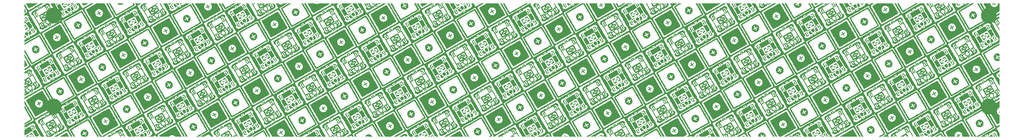
<source format=gbr>
%TF.GenerationSoftware,KiCad,Pcbnew,6.0.2+dfsg-1*%
%TF.CreationDate,2024-06-04T13:25:17+01:00*%
%TF.ProjectId,backRow_BasePlate,6261636b-526f-4775-9f42-617365506c61,0*%
%TF.SameCoordinates,Original*%
%TF.FileFunction,Soldermask,Top*%
%TF.FilePolarity,Negative*%
%FSLAX46Y46*%
G04 Gerber Fmt 4.6, Leading zero omitted, Abs format (unit mm)*
G04 Created by KiCad (PCBNEW 6.0.2+dfsg-1) date 2024-06-04 13:25:17*
%MOMM*%
%LPD*%
G01*
G04 APERTURE LIST*
%ADD10C,4.400000*%
%ADD11C,2.600000*%
G04 APERTURE END LIST*
%TO.C,G\u002A\u002A\u002A*%
G36*
X149530289Y-76056612D02*
G01*
X149674011Y-76126074D01*
X149781690Y-76228971D01*
X149834321Y-76340248D01*
X149862951Y-76472211D01*
X149871366Y-76556962D01*
X149859328Y-76611820D01*
X149830062Y-76650699D01*
X149787200Y-76739614D01*
X149784049Y-76826066D01*
X149781099Y-76916136D01*
X149741206Y-76976309D01*
X149693738Y-77011454D01*
X149610101Y-77062047D01*
X149561588Y-77073480D01*
X149529630Y-77047591D01*
X149518227Y-77028819D01*
X149468921Y-76992743D01*
X149382385Y-76966584D01*
X149362035Y-76963500D01*
X149190818Y-76912213D01*
X149022289Y-76798969D01*
X148986760Y-76767184D01*
X148941659Y-76686944D01*
X148918913Y-76567529D01*
X148918371Y-76433455D01*
X148939884Y-76309242D01*
X148983299Y-76219408D01*
X148990180Y-76211895D01*
X149119583Y-76102528D01*
X149243722Y-76045640D01*
X149366465Y-76031117D01*
X149530289Y-76056612D01*
G37*
G36*
X178009391Y-77997756D02*
G01*
X178018940Y-77960115D01*
X178035161Y-77925806D01*
X178053164Y-77895646D01*
X178090679Y-77865202D01*
X178183167Y-77803676D01*
X178326855Y-77713332D01*
X178517967Y-77596431D01*
X178752726Y-77455239D01*
X179027359Y-77292017D01*
X179338089Y-77109030D01*
X179681141Y-76908540D01*
X180052740Y-76692810D01*
X180245426Y-76581460D01*
X180601926Y-76375702D01*
X180946846Y-76176537D01*
X181274860Y-75987047D01*
X181580645Y-75810310D01*
X181858877Y-75649407D01*
X182104232Y-75507417D01*
X182311385Y-75387421D01*
X182475012Y-75292497D01*
X182589789Y-75225727D01*
X182643564Y-75194235D01*
X182821604Y-75099873D01*
X182963124Y-75051840D01*
X183079123Y-75048449D01*
X183180600Y-75088015D01*
X183209194Y-75107516D01*
X183242436Y-75148771D01*
X183305492Y-75243191D01*
X183395285Y-75385450D01*
X183508736Y-75570220D01*
X183642769Y-75792175D01*
X183794306Y-76045988D01*
X183960269Y-76326331D01*
X184137581Y-76627877D01*
X184323164Y-76945299D01*
X184513941Y-77273271D01*
X184706834Y-77606465D01*
X184898766Y-77939555D01*
X185086658Y-78267212D01*
X185267435Y-78584111D01*
X185438017Y-78884923D01*
X185595327Y-79164323D01*
X185736289Y-79416983D01*
X185857824Y-79637576D01*
X185956854Y-79820775D01*
X186030303Y-79961253D01*
X186075093Y-80053682D01*
X186088358Y-80091164D01*
X186074885Y-80192915D01*
X186052938Y-80260047D01*
X186021337Y-80289773D01*
X185941084Y-80346215D01*
X185810987Y-80430085D01*
X185629856Y-80542099D01*
X185396500Y-80682971D01*
X185109730Y-80853415D01*
X184768353Y-81054146D01*
X184371181Y-81285877D01*
X183917022Y-81549324D01*
X183573549Y-81747806D01*
X183200014Y-81963012D01*
X182842813Y-82168107D01*
X182506330Y-82360613D01*
X182194949Y-82538057D01*
X181913055Y-82697960D01*
X181665031Y-82837849D01*
X181455263Y-82955246D01*
X181288134Y-83047676D01*
X181168029Y-83112663D01*
X181099331Y-83147732D01*
X181084588Y-83153379D01*
X181014505Y-83143213D01*
X180967831Y-83134751D01*
X180897168Y-83100909D01*
X180820166Y-83037124D01*
X180813061Y-83029577D01*
X180783440Y-82986541D01*
X180722934Y-82889504D01*
X180634252Y-82743071D01*
X180520107Y-82551848D01*
X180383211Y-82320439D01*
X180226276Y-82053449D01*
X180052012Y-81755484D01*
X179863132Y-81431147D01*
X179662347Y-81085045D01*
X179452370Y-80721781D01*
X179372703Y-80583619D01*
X179119451Y-80143993D01*
X178898025Y-79758939D01*
X178706488Y-79424514D01*
X178542907Y-79136778D01*
X178405346Y-78891787D01*
X178291870Y-78685602D01*
X178200544Y-78514280D01*
X178129434Y-78373880D01*
X178076604Y-78260460D01*
X178040119Y-78170079D01*
X178018046Y-78098796D01*
X178015981Y-78086720D01*
X178453470Y-78086720D01*
X178459761Y-78118668D01*
X178477934Y-78168291D01*
X178510018Y-78239308D01*
X178558041Y-78335439D01*
X178624032Y-78460404D01*
X178710019Y-78617921D01*
X178818032Y-78811711D01*
X178950098Y-79045492D01*
X179108246Y-79322984D01*
X179294506Y-79647907D01*
X179510905Y-80023980D01*
X179741674Y-80424088D01*
X179984302Y-80844315D01*
X180195558Y-81209782D01*
X180377788Y-81524264D01*
X180533340Y-81791537D01*
X180664560Y-82015377D01*
X180773795Y-82199558D01*
X180863391Y-82347857D01*
X180935697Y-82464049D01*
X180993058Y-82551909D01*
X181037821Y-82615214D01*
X181072334Y-82657739D01*
X181098942Y-82683259D01*
X181119994Y-82695550D01*
X181137835Y-82698388D01*
X181153739Y-82695818D01*
X181196788Y-82675671D01*
X181293459Y-82624331D01*
X181438944Y-82544511D01*
X181628438Y-82438924D01*
X181857133Y-82310282D01*
X182120223Y-82161299D01*
X182412900Y-81994687D01*
X182730360Y-81813160D01*
X183067794Y-81619429D01*
X183395807Y-81430406D01*
X183747091Y-81227286D01*
X184082201Y-81032885D01*
X184396391Y-80849995D01*
X184684917Y-80681406D01*
X184943032Y-80529913D01*
X185165990Y-80398306D01*
X185349046Y-80289379D01*
X185487455Y-80205923D01*
X185576470Y-80150731D01*
X185610800Y-80127181D01*
X185620907Y-80114386D01*
X185625958Y-80096782D01*
X185623853Y-80070468D01*
X185612496Y-80031543D01*
X185589790Y-79976106D01*
X185553637Y-79900257D01*
X185501940Y-79800095D01*
X185432601Y-79671719D01*
X185343523Y-79511229D01*
X185232609Y-79314723D01*
X185097760Y-79078301D01*
X184936880Y-78798063D01*
X184747871Y-78470107D01*
X184528636Y-78090533D01*
X184343680Y-77770612D01*
X184098911Y-77347583D01*
X183885473Y-76979414D01*
X183701073Y-76662378D01*
X183543417Y-76392744D01*
X183410210Y-76166784D01*
X183299159Y-75980769D01*
X183207970Y-75830970D01*
X183134348Y-75713657D01*
X183076000Y-75625103D01*
X183030631Y-75561578D01*
X182995948Y-75519353D01*
X182969657Y-75494698D01*
X182949463Y-75483886D01*
X182936190Y-75482694D01*
X182892805Y-75500960D01*
X182796997Y-75550175D01*
X182654359Y-75627110D01*
X182470486Y-75728534D01*
X182250972Y-75851217D01*
X182001412Y-75991930D01*
X181727399Y-76147442D01*
X181434529Y-76314524D01*
X181128396Y-76489946D01*
X180814593Y-76670478D01*
X180498716Y-76852890D01*
X180186359Y-77033952D01*
X179883115Y-77210434D01*
X179594580Y-77379107D01*
X179326348Y-77536740D01*
X179084013Y-77680104D01*
X178873169Y-77805968D01*
X178699411Y-77911104D01*
X178568333Y-77992280D01*
X178485530Y-78046267D01*
X178457033Y-78068729D01*
X178453470Y-78086720D01*
X178015981Y-78086720D01*
X178008448Y-78042669D01*
X178009391Y-77997756D01*
G37*
G36*
X15671172Y-88547423D02*
G01*
X15705528Y-88598318D01*
X15759151Y-88696966D01*
X15813462Y-88804159D01*
X15791793Y-88829896D01*
X15724266Y-88876048D01*
X15625395Y-88932718D01*
X15623324Y-88933824D01*
X15485885Y-89020616D01*
X15409825Y-89108582D01*
X15392110Y-89209555D01*
X15429706Y-89335367D01*
X15490858Y-89450578D01*
X15575782Y-89574394D01*
X15658132Y-89640527D01*
X15751619Y-89651818D01*
X15869954Y-89611105D01*
X15977846Y-89551423D01*
X16075620Y-89494950D01*
X16147704Y-89457874D01*
X16177827Y-89448270D01*
X16209606Y-89489059D01*
X16256510Y-89557974D01*
X16305209Y-89634153D01*
X16342374Y-89696738D01*
X16354674Y-89724869D01*
X16354609Y-89724918D01*
X16300079Y-89757265D01*
X16209008Y-89809406D01*
X16096169Y-89873098D01*
X15976338Y-89940097D01*
X15864288Y-90002158D01*
X15774794Y-90051037D01*
X15722630Y-90078492D01*
X15715276Y-90081660D01*
X15695378Y-90053646D01*
X15647296Y-89975877D01*
X15576346Y-89857255D01*
X15487847Y-89706685D01*
X15387118Y-89533070D01*
X15373418Y-89509300D01*
X15271834Y-89331568D01*
X15182977Y-89173542D01*
X15112014Y-89044620D01*
X15064109Y-88954201D01*
X15044427Y-88911683D01*
X15044206Y-88910287D01*
X15071097Y-88886165D01*
X15141950Y-88837413D01*
X15242145Y-88773038D01*
X15357064Y-88702048D01*
X15472087Y-88633451D01*
X15572593Y-88576255D01*
X15643963Y-88539466D01*
X15651235Y-88536272D01*
X15671172Y-88547423D01*
G37*
G36*
X174266063Y-90616585D02*
G01*
X174315356Y-90693374D01*
X174386093Y-90809480D01*
X174472322Y-90955190D01*
X174539029Y-91070146D01*
X174637446Y-91240802D01*
X174728706Y-91398562D01*
X174805438Y-91530719D01*
X174860269Y-91624562D01*
X174879455Y-91656970D01*
X174942737Y-91762478D01*
X174631102Y-91944072D01*
X174501904Y-92019026D01*
X174395316Y-92080243D01*
X174324198Y-92120372D01*
X174301662Y-92132294D01*
X174277875Y-92108838D01*
X174236854Y-92041643D01*
X174209824Y-91989949D01*
X174135791Y-91840977D01*
X174336411Y-91730686D01*
X174474318Y-91640766D01*
X174549328Y-91550268D01*
X174565054Y-91446788D01*
X174525108Y-91317920D01*
X174481378Y-91232905D01*
X174391803Y-91099597D01*
X174300743Y-91028248D01*
X174196481Y-91016010D01*
X174067303Y-91060030D01*
X173976587Y-91110070D01*
X173779731Y-91228655D01*
X173713491Y-91112748D01*
X173658286Y-91035624D01*
X173604793Y-90990271D01*
X173594489Y-90986681D01*
X173606117Y-90968481D01*
X173663540Y-90925265D01*
X173753642Y-90865064D01*
X173863302Y-90795915D01*
X173979402Y-90725849D01*
X174088823Y-90662902D01*
X174178446Y-90615106D01*
X174235152Y-90590496D01*
X174244165Y-90588830D01*
X174266063Y-90616585D01*
G37*
G36*
X167200005Y-81735218D02*
G01*
X167297490Y-81890368D01*
X167408647Y-82011779D01*
X167521674Y-82088651D01*
X167610490Y-82110904D01*
X167689211Y-82122002D01*
X167732620Y-82146984D01*
X167778905Y-82169811D01*
X167799372Y-82166005D01*
X167848586Y-82174675D01*
X167860140Y-82191463D01*
X167839078Y-82227139D01*
X167763249Y-82287609D01*
X167638758Y-82368385D01*
X167541437Y-82425767D01*
X167407538Y-82501744D01*
X167296468Y-82563491D01*
X167220464Y-82604292D01*
X167192067Y-82617553D01*
X167163865Y-82593510D01*
X167133578Y-82554846D01*
X167067593Y-82493540D01*
X167021889Y-82470335D01*
X166977718Y-82432889D01*
X166914083Y-82351820D01*
X166841449Y-82244067D01*
X166770283Y-82126566D01*
X166711054Y-82016254D01*
X166674227Y-81930070D01*
X166667235Y-81896440D01*
X166694452Y-81857574D01*
X166766543Y-81797772D01*
X166869167Y-81728609D01*
X166893424Y-81713879D01*
X167119613Y-81579079D01*
X167200005Y-81735218D01*
G37*
G36*
X36933345Y-84165313D02*
G01*
X36978561Y-84235649D01*
X37012508Y-84297939D01*
X37082196Y-84431123D01*
X37134136Y-84510685D01*
X37182060Y-84542770D01*
X37239704Y-84533524D01*
X37320799Y-84489094D01*
X37370426Y-84458116D01*
X37471796Y-84397816D01*
X37552825Y-84355466D01*
X37592996Y-84340923D01*
X37627608Y-84367027D01*
X37669650Y-84427461D01*
X37701419Y-84493850D01*
X37708192Y-84525540D01*
X37680779Y-84546819D01*
X37608835Y-84589942D01*
X37507804Y-84645663D01*
X37505532Y-84646874D01*
X37384314Y-84717610D01*
X37320120Y-84773301D01*
X37306502Y-84822024D01*
X37331091Y-84865386D01*
X37362873Y-84911344D01*
X37413823Y-84994448D01*
X37450011Y-85056682D01*
X37540714Y-85215890D01*
X37440359Y-85267785D01*
X37355205Y-85308477D01*
X37313883Y-85316805D01*
X37302476Y-85295449D01*
X37302450Y-85294349D01*
X37286609Y-85253993D01*
X37245640Y-85173411D01*
X37192676Y-85077618D01*
X37083325Y-84886219D01*
X36864651Y-85014997D01*
X36645978Y-85143775D01*
X36584174Y-85042148D01*
X36545943Y-84973264D01*
X36531818Y-84935235D01*
X36532635Y-84933375D01*
X36565158Y-84914741D01*
X36640718Y-84872658D01*
X36743115Y-84816145D01*
X36745559Y-84814801D01*
X36848764Y-84757501D01*
X36925780Y-84713699D01*
X36960189Y-84692736D01*
X36960311Y-84692630D01*
X36950069Y-84660870D01*
X36911844Y-84587045D01*
X36853561Y-84486313D01*
X36845403Y-84472821D01*
X36718402Y-84263754D01*
X36799534Y-84201378D01*
X36864735Y-84156731D01*
X36905429Y-84138251D01*
X36933345Y-84165313D01*
G37*
G36*
X275714170Y-79061200D02*
G01*
X275772000Y-79141963D01*
X275809808Y-79206152D01*
X275867255Y-79297805D01*
X275917125Y-79359126D01*
X275941668Y-79375000D01*
X275987655Y-79359446D01*
X276074113Y-79318482D01*
X276183116Y-79260658D01*
X276193334Y-79254967D01*
X276302465Y-79199070D01*
X276390390Y-79163428D01*
X276439718Y-79154965D01*
X276442011Y-79155971D01*
X276463013Y-79180424D01*
X276447367Y-79212449D01*
X276387934Y-79258549D01*
X276277575Y-79325230D01*
X276221322Y-79357026D01*
X276115382Y-79420887D01*
X276037566Y-79476592D01*
X276002688Y-79513366D01*
X276002075Y-79516468D01*
X276018686Y-79563711D01*
X276061502Y-79646673D01*
X276102290Y-79716170D01*
X276151394Y-79807399D01*
X276174614Y-79874680D01*
X276170663Y-79898720D01*
X276138780Y-79882562D01*
X276088959Y-79820481D01*
X276045116Y-79748866D01*
X275987737Y-79653776D01*
X275937777Y-79585892D01*
X275913700Y-79564399D01*
X275868691Y-79573635D01*
X275783326Y-79611552D01*
X275674232Y-79670540D01*
X275648068Y-79685966D01*
X275527880Y-79754576D01*
X275451734Y-79788238D01*
X275408443Y-79790901D01*
X275391733Y-79776495D01*
X275393387Y-79739622D01*
X275443877Y-79691003D01*
X275550024Y-79624172D01*
X275556035Y-79620737D01*
X275657604Y-79564541D01*
X275734993Y-79524809D01*
X275770144Y-79510529D01*
X275804253Y-79482569D01*
X275809770Y-79413461D01*
X275788348Y-79322461D01*
X275746639Y-79236548D01*
X275696937Y-79150785D01*
X275667637Y-79086633D01*
X275664309Y-79071682D01*
X275677274Y-79036850D01*
X275714170Y-79061200D01*
G37*
G36*
X122458995Y-97202510D02*
G01*
X122503293Y-97274034D01*
X122560473Y-97374528D01*
X122562121Y-97377525D01*
X122622435Y-97478930D01*
X122674341Y-97551389D01*
X122706729Y-97579418D01*
X122706995Y-97579422D01*
X122751252Y-97562356D01*
X122833468Y-97518172D01*
X122926543Y-97462177D01*
X123112314Y-97345295D01*
X123171423Y-97416017D01*
X123215517Y-97481956D01*
X123230132Y-97525218D01*
X123202390Y-97559671D01*
X123130007Y-97613164D01*
X123028587Y-97674182D01*
X123027472Y-97674795D01*
X122926215Y-97733668D01*
X122853692Y-97782044D01*
X122825312Y-97809627D01*
X122825300Y-97809901D01*
X122841607Y-97848893D01*
X122884319Y-97928288D01*
X122944268Y-98031062D01*
X122945607Y-98033285D01*
X123008644Y-98140879D01*
X123035532Y-98208193D01*
X123024705Y-98252979D01*
X122974600Y-98292987D01*
X122919883Y-98325035D01*
X122884962Y-98333110D01*
X122847995Y-98308361D01*
X122799584Y-98241045D01*
X122739649Y-98138133D01*
X122679075Y-98032538D01*
X122631515Y-97954683D01*
X122605932Y-97919139D01*
X122604450Y-97918351D01*
X122571570Y-97934454D01*
X122497117Y-97976688D01*
X122397150Y-98035942D01*
X122396253Y-98036482D01*
X122294001Y-98096121D01*
X122214759Y-98138614D01*
X122175881Y-98154701D01*
X122145033Y-98127971D01*
X122104070Y-98063202D01*
X122102348Y-98059900D01*
X122053279Y-97965012D01*
X122261919Y-97851934D01*
X122367031Y-97794506D01*
X122446193Y-97750395D01*
X122483093Y-97728695D01*
X122483579Y-97728328D01*
X122474090Y-97696525D01*
X122436928Y-97622593D01*
X122379879Y-97521902D01*
X122373805Y-97511665D01*
X122313110Y-97406365D01*
X122269218Y-97323707D01*
X122251085Y-97280621D01*
X122251011Y-97279597D01*
X122277477Y-97251627D01*
X122337640Y-97214326D01*
X122402646Y-97183875D01*
X122437048Y-97175266D01*
X122458995Y-97202510D01*
G37*
G36*
X187322342Y-85619351D02*
G01*
X187388982Y-85696646D01*
X187458179Y-85805165D01*
X187521097Y-85928293D01*
X187568897Y-86049417D01*
X187592742Y-86151921D01*
X187591441Y-86199668D01*
X187588239Y-86300557D01*
X187610549Y-86352067D01*
X187631346Y-86376238D01*
X187639555Y-86395413D01*
X187626613Y-86417192D01*
X187583958Y-86449179D01*
X187503029Y-86498975D01*
X187375264Y-86574182D01*
X187331259Y-86600047D01*
X187176541Y-86690368D01*
X187069531Y-86750270D01*
X187000177Y-86784366D01*
X186958426Y-86797265D01*
X186934224Y-86793577D01*
X186924971Y-86786372D01*
X186920451Y-86742709D01*
X186932995Y-86709324D01*
X186973611Y-86615130D01*
X187004867Y-86511337D01*
X187019640Y-86424866D01*
X187017185Y-86391136D01*
X187000997Y-86328466D01*
X186986794Y-86255460D01*
X186959996Y-86172978D01*
X186908759Y-86064865D01*
X186871100Y-85998872D01*
X186771309Y-85836692D01*
X186985861Y-85713293D01*
X187100736Y-85652273D01*
X187200534Y-85608159D01*
X187264709Y-85589964D01*
X187267096Y-85589894D01*
X187322342Y-85619351D01*
G37*
G36*
X28743461Y-79124815D02*
G01*
X28816119Y-79192706D01*
X28897758Y-79306379D01*
X28997536Y-79470848D01*
X29073043Y-79601428D01*
X29338027Y-80062279D01*
X29258815Y-80123208D01*
X29195413Y-80167145D01*
X29158043Y-80184887D01*
X29134602Y-80157347D01*
X29085291Y-80081304D01*
X29016714Y-79967493D01*
X28935473Y-79826648D01*
X28911158Y-79783478D01*
X28805526Y-79599746D01*
X28721452Y-79470949D01*
X28650140Y-79391670D01*
X28582792Y-79356494D01*
X28510612Y-79360007D01*
X28424803Y-79396794D01*
X28352096Y-79439331D01*
X28188437Y-79540031D01*
X28132451Y-79454585D01*
X28096366Y-79391497D01*
X28087475Y-79358614D01*
X28087607Y-79358476D01*
X28120551Y-79339007D01*
X28199020Y-79296116D01*
X28308640Y-79237612D01*
X28359477Y-79210806D01*
X28487793Y-79145702D01*
X28588456Y-79106326D01*
X28670627Y-79097693D01*
X28743461Y-79124815D01*
G37*
G36*
X112236436Y-97407262D02*
G01*
X112287226Y-97483762D01*
X112357374Y-97597860D01*
X112440145Y-97738832D01*
X112466227Y-97784402D01*
X112566550Y-97957951D01*
X112643774Y-98078121D01*
X112707391Y-98150704D01*
X112766895Y-98181493D01*
X112831780Y-98176279D01*
X112911539Y-98140854D01*
X112983427Y-98099939D01*
X113072947Y-98049578D01*
X113124195Y-98031803D01*
X113156640Y-98044139D01*
X113182583Y-98074607D01*
X113220537Y-98132159D01*
X113231586Y-98158863D01*
X113204692Y-98187007D01*
X113133519Y-98235277D01*
X113034638Y-98294461D01*
X112924620Y-98355348D01*
X112820035Y-98408724D01*
X112737454Y-98445379D01*
X112696208Y-98456491D01*
X112621309Y-98439947D01*
X112574016Y-98420882D01*
X112534053Y-98380885D01*
X112469078Y-98292977D01*
X112386702Y-98168400D01*
X112294535Y-98018394D01*
X112249736Y-97941851D01*
X111993010Y-97496144D01*
X112090114Y-97437035D01*
X112163046Y-97396997D01*
X112209786Y-97379146D01*
X112211734Y-97379083D01*
X112236436Y-97407262D01*
G37*
G36*
X261553352Y-94923445D02*
G01*
X261596124Y-94991722D01*
X261658411Y-95109098D01*
X261665835Y-95123338D01*
X261728217Y-95227882D01*
X261783069Y-95274914D01*
X261843945Y-95271100D01*
X261901275Y-95239173D01*
X261973118Y-95193024D01*
X262068312Y-95134127D01*
X262092825Y-95119274D01*
X262217750Y-95043978D01*
X262274616Y-95153945D01*
X262304281Y-95227555D01*
X262305919Y-95270933D01*
X262301686Y-95274293D01*
X262258778Y-95295348D01*
X262175883Y-95340182D01*
X262078429Y-95394855D01*
X261884970Y-95505037D01*
X262015932Y-95722779D01*
X262146895Y-95940521D01*
X262048137Y-96000580D01*
X261979912Y-96040790D01*
X261943076Y-96060059D01*
X261941751Y-96060354D01*
X261923478Y-96032752D01*
X261882250Y-95960129D01*
X261826446Y-95857310D01*
X261817658Y-95840806D01*
X261759545Y-95734762D01*
X261713482Y-95656916D01*
X261688325Y-95622131D01*
X261686970Y-95621543D01*
X261653210Y-95637779D01*
X261577823Y-95680486D01*
X261476671Y-95740657D01*
X261469687Y-95744895D01*
X261266627Y-95868247D01*
X261204251Y-95787116D01*
X261159604Y-95721915D01*
X261141124Y-95681221D01*
X261168186Y-95653304D01*
X261238522Y-95608088D01*
X261300812Y-95574141D01*
X261433996Y-95504453D01*
X261513558Y-95452514D01*
X261545643Y-95404589D01*
X261536397Y-95346946D01*
X261491967Y-95265851D01*
X261460988Y-95216224D01*
X261400688Y-95114853D01*
X261358339Y-95033824D01*
X261343795Y-94993653D01*
X261370730Y-94954700D01*
X261432856Y-94915928D01*
X261482645Y-94895275D01*
X261519168Y-94894538D01*
X261553352Y-94923445D01*
G37*
G36*
X85907081Y-98650237D02*
G01*
X85879646Y-98679277D01*
X85807452Y-98730214D01*
X85705174Y-98792840D01*
X85687534Y-98802959D01*
X85583021Y-98859396D01*
X85505575Y-98895541D01*
X85469352Y-98904927D01*
X85468298Y-98903127D01*
X85494759Y-98872137D01*
X85560178Y-98826547D01*
X85578072Y-98816006D01*
X85688012Y-98752389D01*
X85797620Y-98687750D01*
X85867155Y-98652564D01*
X85904841Y-98645894D01*
X85907081Y-98650237D01*
G37*
G36*
X260244492Y-105715748D02*
G01*
X260387480Y-105787207D01*
X260504040Y-105909403D01*
X260580156Y-106071368D01*
X260606869Y-106196787D01*
X260594890Y-106285480D01*
X260548390Y-106351329D01*
X260523315Y-106410534D01*
X260516462Y-106500638D01*
X260517111Y-106510765D01*
X260515342Y-106593683D01*
X260482406Y-106648345D01*
X260409314Y-106698659D01*
X260329948Y-106745469D01*
X260289004Y-106761259D01*
X260264995Y-106746228D01*
X260236436Y-106700575D01*
X260236243Y-106700266D01*
X260163103Y-106643957D01*
X260091824Y-106632713D01*
X259990176Y-106613041D01*
X259880008Y-106562535D01*
X259780340Y-106493955D01*
X259710193Y-106420065D01*
X259687979Y-106361749D01*
X259669592Y-106294454D01*
X259656613Y-106276370D01*
X259637914Y-106215424D01*
X259647118Y-106118375D01*
X259678185Y-106007525D01*
X259725079Y-105905180D01*
X259774822Y-105839696D01*
X259926377Y-105738602D01*
X260086863Y-105698416D01*
X260244492Y-105715748D01*
G37*
G36*
X130315676Y-105886136D02*
G01*
X130345018Y-105905324D01*
X130381850Y-105946763D01*
X130430676Y-106016783D01*
X130495999Y-106121713D01*
X130582324Y-106267881D01*
X130694154Y-106461616D01*
X130798878Y-106644393D01*
X130918378Y-106853253D01*
X131026855Y-107042976D01*
X131119782Y-107205633D01*
X131192631Y-107333295D01*
X131240874Y-107418035D01*
X131259918Y-107451795D01*
X131229678Y-107456475D01*
X131137857Y-107460874D01*
X130990428Y-107464913D01*
X130793363Y-107468512D01*
X130552634Y-107471590D01*
X130274214Y-107474067D01*
X129964075Y-107475863D01*
X129628188Y-107476899D01*
X129373185Y-107477128D01*
X127473020Y-107477128D01*
X128822322Y-106696604D01*
X129100576Y-106536175D01*
X129363342Y-106385699D01*
X129604352Y-106248690D01*
X129817338Y-106128666D01*
X129996033Y-106029142D01*
X130134171Y-105953635D01*
X130225482Y-105905660D01*
X130261445Y-105889202D01*
X130289320Y-105882872D01*
X130315676Y-105886136D01*
G37*
G36*
X56869815Y-82552391D02*
G01*
X56889967Y-82585838D01*
X56936326Y-82665788D01*
X57001813Y-82779958D01*
X57072864Y-82904654D01*
X57151899Y-83043245D01*
X57220511Y-83162613D01*
X57270769Y-83249018D01*
X57293521Y-83286887D01*
X57358878Y-83334744D01*
X57460126Y-83329091D01*
X57599628Y-83269757D01*
X57609969Y-83264097D01*
X57702632Y-83214450D01*
X57755732Y-83195846D01*
X57788652Y-83206333D01*
X57819998Y-83242929D01*
X57859092Y-83300215D01*
X57871664Y-83326862D01*
X57844947Y-83350553D01*
X57774728Y-83395664D01*
X57677652Y-83452852D01*
X57570361Y-83512775D01*
X57469496Y-83566092D01*
X57391702Y-83603461D01*
X57357285Y-83615592D01*
X57295482Y-83609424D01*
X57229147Y-83591536D01*
X57177622Y-83557482D01*
X57113732Y-83482837D01*
X57032333Y-83360625D01*
X56928280Y-83183874D01*
X56927599Y-83182672D01*
X56841913Y-83032337D01*
X56764353Y-82897564D01*
X56703056Y-82792407D01*
X56666159Y-82730919D01*
X56664515Y-82728322D01*
X56638664Y-82677848D01*
X56651286Y-82643950D01*
X56712893Y-82607554D01*
X56737647Y-82595607D01*
X56816410Y-82562503D01*
X56864618Y-82550627D01*
X56869815Y-82552391D01*
G37*
G36*
X201822514Y-104943346D02*
G01*
X201728943Y-104782580D01*
X201659622Y-104664051D01*
X201618010Y-104593716D01*
X201607102Y-104576209D01*
X201573409Y-104583452D01*
X201509406Y-104618857D01*
X201506118Y-104620997D01*
X201435055Y-104658181D01*
X201378956Y-104656556D01*
X201325277Y-104608977D01*
X201261470Y-104508295D01*
X201239946Y-104469367D01*
X201172555Y-104318753D01*
X201144213Y-104172334D01*
X201141290Y-104100410D01*
X201142963Y-104076326D01*
X201656057Y-104076326D01*
X201676313Y-104170837D01*
X201728077Y-104297844D01*
X201813843Y-104465297D01*
X201919230Y-104652096D01*
X202183325Y-105108132D01*
X202284078Y-105044628D01*
X202353715Y-104995049D01*
X202391569Y-104957270D01*
X202392992Y-104954059D01*
X202379969Y-104916448D01*
X202338589Y-104832107D01*
X202274820Y-104712488D01*
X202194629Y-104569044D01*
X202169858Y-104525844D01*
X202086159Y-104375008D01*
X202018169Y-104241541D01*
X201971773Y-104137858D01*
X201970313Y-104133113D01*
X202203823Y-104133113D01*
X202409108Y-104487833D01*
X202489146Y-104624309D01*
X202556921Y-104736445D01*
X202605461Y-104812944D01*
X202627791Y-104842507D01*
X202628039Y-104842553D01*
X202662963Y-104826061D01*
X202724939Y-104788004D01*
X202784584Y-104740798D01*
X202808192Y-104706737D01*
X202792251Y-104669245D01*
X202750170Y-104588903D01*
X202690558Y-104480791D01*
X202622025Y-104359988D01*
X202553181Y-104241575D01*
X202492637Y-104140631D01*
X202449002Y-104072235D01*
X202435707Y-104054373D01*
X202392138Y-104049331D01*
X202318427Y-104074084D01*
X202307229Y-104079640D01*
X202203823Y-104133113D01*
X201970313Y-104133113D01*
X201952859Y-104076374D01*
X201953168Y-104068836D01*
X201989110Y-104022346D01*
X202066231Y-103961690D01*
X202134659Y-103919169D01*
X202225257Y-103865640D01*
X202285865Y-103824849D01*
X202301543Y-103809230D01*
X202284998Y-103772323D01*
X202248276Y-103711806D01*
X202195008Y-103630510D01*
X201972782Y-103766527D01*
X201858610Y-103838881D01*
X201762813Y-103904042D01*
X201704059Y-103949242D01*
X201700107Y-103952994D01*
X201664820Y-104006362D01*
X201656057Y-104076326D01*
X201142963Y-104076326D01*
X201153104Y-103930387D01*
X201197600Y-103793324D01*
X201283695Y-103675602D01*
X201420304Y-103563602D01*
X201544002Y-103485295D01*
X201695004Y-103394804D01*
X201853150Y-103297970D01*
X201988797Y-103212983D01*
X202011882Y-103198194D01*
X202248839Y-103047454D01*
X202433897Y-102933950D01*
X202566134Y-102858221D01*
X202644626Y-102820810D01*
X202662229Y-102816619D01*
X202721290Y-102841602D01*
X202783338Y-102901110D01*
X202817318Y-102958905D01*
X202844742Y-102976093D01*
X202909341Y-102957462D01*
X202987732Y-102918804D01*
X203142989Y-102835879D01*
X203041664Y-102658783D01*
X202948877Y-102496608D01*
X203220901Y-102496608D01*
X203228327Y-102526407D01*
X203259584Y-102587182D01*
X203300153Y-102654292D01*
X203335518Y-102703100D01*
X203348618Y-102713360D01*
X203385180Y-102696706D01*
X203457149Y-102655821D01*
X203490642Y-102635559D01*
X203615778Y-102558598D01*
X203550626Y-102451464D01*
X203485474Y-102344331D01*
X203357937Y-102417364D01*
X203278221Y-102463173D01*
X203228061Y-102492302D01*
X203220901Y-102496608D01*
X202948877Y-102496608D01*
X202940340Y-102481687D01*
X203017817Y-102433385D01*
X203108954Y-102378227D01*
X203221984Y-102312141D01*
X203341848Y-102243619D01*
X203453485Y-102181154D01*
X203541836Y-102133236D01*
X203591839Y-102108357D01*
X203597283Y-102106649D01*
X203621426Y-102133790D01*
X203665925Y-102203986D01*
X203707004Y-102276400D01*
X203759851Y-102366205D01*
X203801388Y-102423651D01*
X203818886Y-102435958D01*
X203858743Y-102415499D01*
X203934922Y-102376621D01*
X203965040Y-102361281D01*
X204057916Y-102299529D01*
X204091205Y-102241822D01*
X204061906Y-102193660D01*
X204057926Y-102191091D01*
X204031313Y-102144302D01*
X204024149Y-102091617D01*
X204037726Y-102042212D01*
X204041241Y-102038316D01*
X204987264Y-102038316D01*
X204993887Y-102081373D01*
X205031749Y-102141777D01*
X205093242Y-102217717D01*
X205245639Y-102128407D01*
X205339151Y-102077079D01*
X205415893Y-102048870D01*
X205482945Y-102049150D01*
X205547388Y-102083286D01*
X205616301Y-102156647D01*
X205696765Y-102274602D01*
X205795858Y-102442519D01*
X205896252Y-102621742D01*
X205961776Y-102730196D01*
X206020559Y-102810673D01*
X206061668Y-102848555D01*
X206066799Y-102849734D01*
X206123936Y-102829216D01*
X206179567Y-102790625D01*
X206204639Y-102766598D01*
X206216878Y-102740087D01*
X206212585Y-102701421D01*
X206188058Y-102640923D01*
X206139596Y-102548921D01*
X206063500Y-102415739D01*
X205984111Y-102279665D01*
X205889843Y-102121501D01*
X205804305Y-101983633D01*
X205734512Y-101876943D01*
X205687476Y-101812315D01*
X205674221Y-101798866D01*
X205567000Y-101770450D01*
X205422026Y-101797372D01*
X205238931Y-101879706D01*
X205220563Y-101889840D01*
X205112772Y-101952428D01*
X205029997Y-102004802D01*
X204988570Y-102036568D01*
X204987264Y-102038316D01*
X204041241Y-102038316D01*
X204085364Y-101989406D01*
X204177426Y-101923613D01*
X204261659Y-101871916D01*
X204380137Y-101804325D01*
X204482025Y-101751208D01*
X204549124Y-101721922D01*
X204558230Y-101719440D01*
X204607822Y-101698915D01*
X204703090Y-101650457D01*
X204831653Y-101580667D01*
X204981129Y-101496148D01*
X205029307Y-101468262D01*
X205184983Y-101381021D01*
X205326366Y-101307968D01*
X205440272Y-101255477D01*
X205513518Y-101229921D01*
X205525305Y-101228458D01*
X205661515Y-101249335D01*
X205816339Y-101303632D01*
X205958845Y-101378850D01*
X206029196Y-101432100D01*
X206109928Y-101522668D01*
X206190172Y-101638131D01*
X206217967Y-101686738D01*
X206264787Y-101780120D01*
X206276578Y-101838248D01*
X206246616Y-101882691D01*
X206168180Y-101935020D01*
X206134227Y-101955460D01*
X206124858Y-101968387D01*
X206125343Y-101993899D01*
X206138055Y-102036470D01*
X206165369Y-102100574D01*
X206209659Y-102190682D01*
X206273297Y-102311270D01*
X206358658Y-102466810D01*
X206468116Y-102661776D01*
X206604043Y-102900641D01*
X206768815Y-103187880D01*
X206964805Y-103527964D01*
X207012461Y-103610513D01*
X207187652Y-103913559D01*
X207353199Y-104199243D01*
X207505947Y-104462166D01*
X207642740Y-104696930D01*
X207760423Y-104898135D01*
X207855841Y-105060382D01*
X207925838Y-105178272D01*
X207967259Y-105246407D01*
X207977245Y-105261338D01*
X208024629Y-105266955D01*
X208091307Y-105236005D01*
X208162307Y-105195992D01*
X208208722Y-105180319D01*
X208246166Y-105209373D01*
X208296985Y-105284928D01*
X208352670Y-105389575D01*
X208404712Y-105505905D01*
X208444601Y-105616510D01*
X208463632Y-105701836D01*
X208452474Y-105863909D01*
X208397321Y-106038237D01*
X208308473Y-106196882D01*
X208258963Y-106257069D01*
X208203594Y-106302168D01*
X208103136Y-106371367D01*
X207968286Y-106458336D01*
X207809741Y-106556744D01*
X207638197Y-106660260D01*
X207464353Y-106762554D01*
X207298905Y-106857295D01*
X207152549Y-106938151D01*
X207035983Y-106998792D01*
X206959904Y-107032887D01*
X206939398Y-107038032D01*
X206885662Y-107014962D01*
X206818627Y-106958797D01*
X206812743Y-106952583D01*
X206733552Y-106867135D01*
X206603252Y-106941798D01*
X206522085Y-106988633D01*
X206469852Y-107019385D01*
X206461531Y-107024595D01*
X206470488Y-107055496D01*
X206505839Y-107125833D01*
X206537528Y-107181898D01*
X206587428Y-107270919D01*
X206619077Y-107334823D01*
X206624947Y-107352566D01*
X206595196Y-107388802D01*
X206520559Y-107426766D01*
X206422967Y-107458210D01*
X206324348Y-107474889D01*
X206297303Y-107475775D01*
X206168963Y-107474423D01*
X206261849Y-107424032D01*
X206333543Y-107374295D01*
X206349355Y-107320915D01*
X206313435Y-107243232D01*
X206301806Y-107225089D01*
X206248878Y-107144311D01*
X206124479Y-107215492D01*
X206045348Y-107261088D01*
X205995594Y-107290353D01*
X205988937Y-107294528D01*
X205997366Y-107324667D01*
X206033082Y-107386749D01*
X206035043Y-107389756D01*
X206092291Y-107477128D01*
X205960055Y-107477128D01*
X205865528Y-107468313D01*
X205799040Y-107446510D01*
X205791100Y-107440408D01*
X205750329Y-107421955D01*
X205731686Y-107440408D01*
X205687666Y-107459262D01*
X205592902Y-107471981D01*
X205466105Y-107476318D01*
X205223219Y-107475508D01*
X205470785Y-107337142D01*
X205601877Y-107257549D01*
X205671686Y-107198056D01*
X205682266Y-107155265D01*
X205635667Y-107125779D01*
X205603547Y-107117389D01*
X205420133Y-107071183D01*
X205287490Y-107016993D01*
X205188929Y-106943284D01*
X205107763Y-106838519D01*
X205048997Y-106734043D01*
X204998373Y-106635665D01*
X204962439Y-106565063D01*
X204949913Y-106539549D01*
X204921184Y-106546558D01*
X204853169Y-106583083D01*
X204761306Y-106639029D01*
X204661030Y-106704301D01*
X204567778Y-106768804D01*
X204496985Y-106822442D01*
X204464088Y-106855122D01*
X204463372Y-106857738D01*
X204480308Y-106908666D01*
X204524626Y-106998762D01*
X204586343Y-107110915D01*
X204655475Y-107228015D01*
X204722039Y-107332951D01*
X204776053Y-107408614D01*
X204799501Y-107433833D01*
X204816283Y-107456078D01*
X204790068Y-107468894D01*
X204711520Y-107474611D01*
X204632128Y-107475612D01*
X204412580Y-107476245D01*
X204214239Y-107122032D01*
X204136678Y-106985184D01*
X204071269Y-106872911D01*
X204024802Y-106796649D01*
X204004065Y-106767833D01*
X204003951Y-106767819D01*
X203970103Y-106783554D01*
X203902784Y-106822125D01*
X203891337Y-106829040D01*
X203790667Y-106890260D01*
X203907460Y-107084142D01*
X203977068Y-107201841D01*
X204039773Y-107311509D01*
X204075734Y-107377576D01*
X204127214Y-107477128D01*
X203998434Y-107477128D01*
X203931610Y-107473788D01*
X203882839Y-107455558D01*
X203838147Y-107410125D01*
X203783560Y-107325176D01*
X203739685Y-107249136D01*
X203677268Y-107140164D01*
X203628936Y-107056758D01*
X203603359Y-107013855D01*
X203601641Y-107011327D01*
X203570680Y-107020602D01*
X203502667Y-107055601D01*
X203472318Y-107073049D01*
X203351069Y-107144588D01*
X203428218Y-107268637D01*
X203482086Y-107355719D01*
X203522783Y-107422324D01*
X203530316Y-107434907D01*
X203527880Y-107463222D01*
X203471039Y-107475768D01*
X203421374Y-107477128D01*
X203336493Y-107471149D01*
X203280413Y-107442600D01*
X203229014Y-107375562D01*
X203203881Y-107333577D01*
X203169627Y-107274487D01*
X203105531Y-107163651D01*
X203015506Y-107007842D01*
X202903461Y-106813831D01*
X202773308Y-106588391D01*
X202628955Y-106338294D01*
X202474315Y-106070311D01*
X202370070Y-105889628D01*
X202214111Y-105619489D01*
X202068558Y-105367757D01*
X202029321Y-105300011D01*
X202308376Y-105300011D01*
X202327137Y-105339770D01*
X202373965Y-105427354D01*
X202443626Y-105553620D01*
X202530884Y-105709426D01*
X202630505Y-105885628D01*
X202737254Y-106073082D01*
X202845896Y-106262645D01*
X202951197Y-106445174D01*
X203047921Y-106611526D01*
X203130834Y-106752557D01*
X203194701Y-106859125D01*
X203234287Y-106922085D01*
X203244641Y-106935322D01*
X203277518Y-106919837D01*
X203357290Y-106876508D01*
X203472575Y-106811664D01*
X203611995Y-106731631D01*
X203636961Y-106717154D01*
X203781340Y-106634751D01*
X203905715Y-106566452D01*
X203997982Y-106518713D01*
X204046040Y-106497987D01*
X204048678Y-106497607D01*
X204082542Y-106524986D01*
X204131775Y-106594866D01*
X204161674Y-106647199D01*
X204220550Y-106741106D01*
X204264581Y-106776472D01*
X204290014Y-106751619D01*
X204294789Y-106706717D01*
X204325194Y-106661458D01*
X204413292Y-106591539D01*
X204555128Y-106499918D01*
X204632555Y-106454063D01*
X204722529Y-106399169D01*
X205190391Y-106399169D01*
X205193715Y-106531440D01*
X205207978Y-106615704D01*
X205237602Y-106671192D01*
X205257862Y-106692589D01*
X205422271Y-106816850D01*
X205584166Y-106878667D01*
X205631652Y-106885505D01*
X205723001Y-106906743D01*
X205782922Y-106943856D01*
X205787717Y-106950741D01*
X205815702Y-106991093D01*
X205849517Y-106998582D01*
X205908402Y-106971628D01*
X205967452Y-106935993D01*
X206038463Y-106884839D01*
X206065236Y-106831979D01*
X206061673Y-106747049D01*
X206059959Y-106733948D01*
X206054635Y-106640273D01*
X206074541Y-106592332D01*
X206097045Y-106579049D01*
X206135759Y-106530904D01*
X206148977Y-106437514D01*
X206135173Y-106316795D01*
X206123376Y-106270378D01*
X206066443Y-106164412D01*
X205969390Y-106059810D01*
X205855690Y-105978032D01*
X205765118Y-105942798D01*
X205594269Y-105942068D01*
X205422519Y-105995343D01*
X205291721Y-106080740D01*
X205237738Y-106134289D01*
X205207450Y-106188881D01*
X205193979Y-106266129D01*
X205190447Y-106387645D01*
X205190391Y-106399169D01*
X204722529Y-106399169D01*
X204775094Y-106367099D01*
X204885162Y-106291287D01*
X204952862Y-106233881D01*
X204969894Y-106206770D01*
X204992287Y-106141490D01*
X205020559Y-106104350D01*
X205067833Y-106042865D01*
X205060642Y-106015807D01*
X205005725Y-106029010D01*
X204961450Y-106053166D01*
X204760529Y-106174873D01*
X204576580Y-106282052D01*
X204417953Y-106370176D01*
X204293001Y-106434716D01*
X204210075Y-106471142D01*
X204179701Y-106477038D01*
X204154104Y-106445142D01*
X204100656Y-106363226D01*
X204024528Y-106240203D01*
X203930894Y-106084982D01*
X203824926Y-105906476D01*
X203711798Y-105713596D01*
X203596681Y-105515253D01*
X203484750Y-105320358D01*
X203381175Y-105137823D01*
X203291131Y-104976559D01*
X203219790Y-104845477D01*
X203200925Y-104808916D01*
X203635633Y-104808916D01*
X203647012Y-104844575D01*
X203687947Y-104929267D01*
X203753607Y-105053881D01*
X203839161Y-105209303D01*
X203939777Y-105386422D01*
X203964280Y-105428819D01*
X204080935Y-105629199D01*
X204169303Y-105777785D01*
X204234559Y-105881464D01*
X204281876Y-105947127D01*
X204316429Y-105981664D01*
X204343389Y-105991964D01*
X204367932Y-105984916D01*
X204377577Y-105979201D01*
X204437770Y-105942935D01*
X204538605Y-105884263D01*
X204577843Y-105861816D01*
X206121217Y-105861816D01*
X206209147Y-106001107D01*
X206298629Y-106180306D01*
X206347210Y-106361354D01*
X206353423Y-106529534D01*
X206315801Y-106670129D01*
X206281229Y-106724119D01*
X206265224Y-106780043D01*
X206290677Y-106826430D01*
X206318723Y-106835373D01*
X206357414Y-106819293D01*
X206441222Y-106775696D01*
X206512212Y-106736423D01*
X207001326Y-106736423D01*
X207020751Y-106742155D01*
X207085145Y-106718303D01*
X207181480Y-106669919D01*
X207201749Y-106658691D01*
X207308952Y-106593965D01*
X207390407Y-106536330D01*
X207429820Y-106497417D01*
X207430750Y-106495226D01*
X207411325Y-106489494D01*
X207346931Y-106513347D01*
X207250596Y-106561730D01*
X207230326Y-106572959D01*
X207123124Y-106637684D01*
X207041668Y-106695319D01*
X207002256Y-106734232D01*
X207001326Y-106736423D01*
X206512212Y-106736423D01*
X206557175Y-106711549D01*
X206671384Y-106646029D01*
X206832794Y-106547447D01*
X206936848Y-106471830D01*
X206987916Y-106414703D01*
X206990370Y-106371589D01*
X206964004Y-106346410D01*
X206948788Y-106299944D01*
X206962919Y-106243741D01*
X206972818Y-106191273D01*
X206961116Y-106125073D01*
X206923301Y-106030491D01*
X206854858Y-105892875D01*
X206854812Y-105892787D01*
X206772363Y-105747522D01*
X206701751Y-105649630D01*
X206648702Y-105607021D01*
X206647779Y-105606766D01*
X206577649Y-105615482D01*
X206464646Y-105662851D01*
X206350735Y-105725462D01*
X206121217Y-105861816D01*
X204577843Y-105861816D01*
X204661790Y-105813792D01*
X204708125Y-105787554D01*
X204857088Y-105698836D01*
X204945192Y-105635356D01*
X204971987Y-105597504D01*
X204940215Y-105585638D01*
X204908315Y-105557731D01*
X204870943Y-105489914D01*
X204868264Y-105483584D01*
X204831345Y-105408095D01*
X204800046Y-105365547D01*
X204799001Y-105364848D01*
X204758282Y-105372196D01*
X204678096Y-105407670D01*
X204580997Y-105460634D01*
X204433452Y-105536522D01*
X204321299Y-105562618D01*
X204231441Y-105536159D01*
X204150777Y-105454385D01*
X204089522Y-105357025D01*
X204032453Y-105235124D01*
X204263030Y-105235124D01*
X204287445Y-105260485D01*
X204327310Y-105252527D01*
X204408887Y-105216521D01*
X204516272Y-105159695D01*
X204543257Y-105144261D01*
X204654297Y-105081507D01*
X204742513Y-105034742D01*
X204792053Y-105012288D01*
X204796239Y-105011436D01*
X204823655Y-105038780D01*
X204870832Y-105109903D01*
X204918774Y-105193536D01*
X204984475Y-105299474D01*
X205037556Y-105354002D01*
X205061561Y-105358644D01*
X205082045Y-105333042D01*
X205064662Y-105276839D01*
X205032463Y-105218765D01*
X204979938Y-105134260D01*
X204938601Y-105073661D01*
X204930712Y-105063790D01*
X204903368Y-105006798D01*
X204926603Y-104947378D01*
X205005103Y-104879577D01*
X205138274Y-104800290D01*
X205265818Y-104726090D01*
X205336175Y-104670879D01*
X205355335Y-104629724D01*
X205353635Y-104622963D01*
X205338408Y-104591130D01*
X205315652Y-104579483D01*
X205272886Y-104591662D01*
X205197629Y-104631306D01*
X205077401Y-104702057D01*
X205072565Y-104704939D01*
X204962413Y-104765776D01*
X204872048Y-104806927D01*
X204818764Y-104820673D01*
X204815029Y-104819890D01*
X204777790Y-104781877D01*
X204731536Y-104704651D01*
X204715585Y-104671487D01*
X204654209Y-104555918D01*
X204600292Y-104494148D01*
X204558619Y-104491062D01*
X204549477Y-104501891D01*
X204553587Y-104548220D01*
X204587990Y-104627009D01*
X204614023Y-104671743D01*
X204675128Y-104780053D01*
X204693515Y-104859044D01*
X204663926Y-104923379D01*
X204581104Y-104987722D01*
X204480133Y-105045213D01*
X204346447Y-105124868D01*
X204274885Y-105187272D01*
X204263030Y-105235124D01*
X204032453Y-105235124D01*
X204020211Y-105208976D01*
X204004586Y-105092998D01*
X204045981Y-104996126D01*
X204147728Y-104905398D01*
X204216970Y-104861414D01*
X204313453Y-104802900D01*
X204385014Y-104756896D01*
X204411859Y-104737036D01*
X204407299Y-104699766D01*
X204377037Y-104625437D01*
X204330662Y-104534593D01*
X204277764Y-104447780D01*
X204274864Y-104443541D01*
X204244546Y-104454071D01*
X204170981Y-104491295D01*
X204068699Y-104546905D01*
X203952233Y-104612597D01*
X203836115Y-104680065D01*
X203734875Y-104741001D01*
X203663047Y-104787101D01*
X203635633Y-104808916D01*
X203200925Y-104808916D01*
X203172324Y-104753488D01*
X203153978Y-104709984D01*
X203172407Y-104682703D01*
X203235012Y-104633070D01*
X203344437Y-104559424D01*
X203503325Y-104460103D01*
X203714321Y-104333444D01*
X203836746Y-104261735D01*
X204639631Y-104261735D01*
X204639994Y-104261810D01*
X204693097Y-104295914D01*
X204754213Y-104366999D01*
X204769070Y-104389540D01*
X204841238Y-104506310D01*
X204964675Y-104431605D01*
X205060038Y-104373673D01*
X205141581Y-104323786D01*
X205155665Y-104315097D01*
X205258787Y-104287314D01*
X205369030Y-104312779D01*
X205461950Y-104385015D01*
X205472587Y-104399063D01*
X205573572Y-104561253D01*
X205620383Y-104690735D01*
X205611754Y-104796802D01*
X205546421Y-104888747D01*
X205423118Y-104975861D01*
X205391684Y-104993363D01*
X205294867Y-105050878D01*
X205227875Y-105100626D01*
X205206553Y-105128470D01*
X205223953Y-105178234D01*
X205266158Y-105253368D01*
X205272183Y-105262654D01*
X205311435Y-105335814D01*
X205322157Y-105385472D01*
X205320632Y-105389316D01*
X205313505Y-105410698D01*
X205335186Y-105410574D01*
X205392594Y-105385846D01*
X205492652Y-105333418D01*
X205642280Y-105250193D01*
X205682986Y-105227189D01*
X206017787Y-105037623D01*
X205954214Y-104931644D01*
X205916037Y-104866654D01*
X205851641Y-104755582D01*
X205768291Y-104611017D01*
X205673251Y-104445549D01*
X205610453Y-104335904D01*
X205517053Y-104172831D01*
X205435872Y-104031444D01*
X205372607Y-103921640D01*
X205332956Y-103853312D01*
X205322177Y-103835285D01*
X205291759Y-103847132D01*
X205214525Y-103887313D01*
X205101768Y-103949710D01*
X204964781Y-104028207D01*
X204948588Y-104037638D01*
X204805131Y-104124535D01*
X204701432Y-104194038D01*
X204644072Y-104241364D01*
X204639631Y-104261735D01*
X203836746Y-104261735D01*
X203980067Y-104177787D01*
X204232730Y-104031915D01*
X204481508Y-103889969D01*
X204713764Y-103759329D01*
X204922576Y-103643749D01*
X205101020Y-103546981D01*
X205242170Y-103472779D01*
X205339102Y-103424895D01*
X205384893Y-103407082D01*
X205385641Y-103407048D01*
X205413843Y-103421330D01*
X205456378Y-103467364D01*
X205516386Y-103549929D01*
X205597010Y-103673806D01*
X205701391Y-103843773D01*
X205832671Y-104064613D01*
X205951749Y-104268351D01*
X206078727Y-104487823D01*
X206193977Y-104689131D01*
X206293254Y-104864691D01*
X206372312Y-105006918D01*
X206426905Y-105108226D01*
X206452788Y-105161032D01*
X206454316Y-105166167D01*
X206426954Y-105194757D01*
X206350579Y-105248432D01*
X206235734Y-105320397D01*
X206092963Y-105403857D01*
X206035010Y-105436379D01*
X205884457Y-105521581D01*
X205757544Y-105596527D01*
X205664867Y-105654717D01*
X205617023Y-105689648D01*
X205612803Y-105695412D01*
X205642257Y-105710556D01*
X205718067Y-105719610D01*
X205762608Y-105720745D01*
X205851400Y-105712981D01*
X205944759Y-105685247D01*
X206059909Y-105630883D01*
X206199876Y-105551635D01*
X206332458Y-105477675D01*
X206452404Y-105418509D01*
X206542226Y-105382410D01*
X206572454Y-105375385D01*
X206633392Y-105366815D01*
X206652909Y-105344372D01*
X206632885Y-105292528D01*
X206591044Y-105221724D01*
X206561201Y-105167672D01*
X206793830Y-105167672D01*
X206809518Y-105203094D01*
X206852109Y-105284575D01*
X206914894Y-105399579D01*
X206982853Y-105520907D01*
X207067175Y-105668226D01*
X207128165Y-105763291D01*
X207176078Y-105812460D01*
X207221168Y-105822091D01*
X207273689Y-105798542D01*
X207343896Y-105748172D01*
X207346380Y-105746314D01*
X207372401Y-105722140D01*
X207380928Y-105691711D01*
X207368151Y-105643058D01*
X207330256Y-105564209D01*
X207263432Y-105443195D01*
X207232487Y-105388633D01*
X207157032Y-105258853D01*
X207091828Y-105152089D01*
X207045083Y-105081472D01*
X207027139Y-105060168D01*
X206983175Y-105062945D01*
X206911810Y-105088826D01*
X206840655Y-105125088D01*
X206797321Y-105159010D01*
X206793830Y-105167672D01*
X206561201Y-105167672D01*
X206547245Y-105142396D01*
X206524513Y-105086594D01*
X206523618Y-105080083D01*
X206551290Y-105052017D01*
X206626383Y-104999454D01*
X206737008Y-104930242D01*
X206767617Y-104912381D01*
X207232926Y-104912381D01*
X207249036Y-104950552D01*
X207293071Y-105034981D01*
X207358592Y-105153769D01*
X207439157Y-105295018D01*
X207452156Y-105317432D01*
X207553047Y-105495799D01*
X207617609Y-105628061D01*
X207646093Y-105724906D01*
X207638748Y-105797021D01*
X207595824Y-105855094D01*
X207517572Y-105909814D01*
X207466682Y-105938492D01*
X207376066Y-105989958D01*
X207315700Y-106028359D01*
X207300479Y-106042141D01*
X207312994Y-106080850D01*
X207341213Y-106144239D01*
X207371149Y-106202880D01*
X207388533Y-106227394D01*
X207420233Y-106211754D01*
X207494912Y-106170496D01*
X207597240Y-106112113D01*
X207611103Y-106104097D01*
X207762957Y-106010945D01*
X207862226Y-105935082D01*
X207918320Y-105866956D01*
X207940647Y-105797017D01*
X207942235Y-105767967D01*
X207926621Y-105716476D01*
X207884340Y-105619527D01*
X207822235Y-105490319D01*
X207747148Y-105342050D01*
X207665920Y-105187919D01*
X207585393Y-105041125D01*
X207512410Y-104914867D01*
X207453811Y-104822343D01*
X207447032Y-104812675D01*
X207412122Y-104813322D01*
X207347288Y-104837157D01*
X207279827Y-104871468D01*
X207237039Y-104903543D01*
X207232926Y-104912381D01*
X206767617Y-104912381D01*
X206854371Y-104861759D01*
X206994178Y-104781700D01*
X207117038Y-104709701D01*
X207207991Y-104654626D01*
X207247959Y-104628539D01*
X207264521Y-104612149D01*
X207271243Y-104588431D01*
X207264965Y-104550751D01*
X207242522Y-104492476D01*
X207200754Y-104406972D01*
X207136498Y-104287607D01*
X207046590Y-104127748D01*
X206927870Y-103920760D01*
X206828554Y-103748814D01*
X206688158Y-103506518D01*
X206577196Y-103316851D01*
X206491475Y-103173853D01*
X206426805Y-103071561D01*
X206378994Y-103004016D01*
X206343853Y-102965256D01*
X206317189Y-102949319D01*
X206294811Y-102950245D01*
X206274526Y-102960789D01*
X206131199Y-103048793D01*
X205980039Y-103136033D01*
X205833394Y-103216040D01*
X205703614Y-103282345D01*
X205603048Y-103328478D01*
X205544046Y-103347969D01*
X205536160Y-103347604D01*
X205506949Y-103314379D01*
X205450574Y-103231352D01*
X205372788Y-103107708D01*
X205279346Y-102952634D01*
X205176001Y-102775317D01*
X205158205Y-102744222D01*
X205055749Y-102564907D01*
X204966528Y-102409079D01*
X205224182Y-102409079D01*
X205233609Y-102446181D01*
X205269570Y-102526965D01*
X205324247Y-102636948D01*
X205389818Y-102761649D01*
X205458464Y-102886584D01*
X205522364Y-102997271D01*
X205573697Y-103079228D01*
X205604645Y-103117971D01*
X205607663Y-103119258D01*
X205641846Y-103103695D01*
X205710482Y-103064230D01*
X205730774Y-103051834D01*
X205840983Y-102983721D01*
X205637948Y-102630789D01*
X205434913Y-102277858D01*
X205339652Y-102327120D01*
X205266417Y-102371530D01*
X205224182Y-102409079D01*
X204966528Y-102409079D01*
X204965070Y-102406532D01*
X204891350Y-102278117D01*
X204839768Y-102188684D01*
X204815504Y-102147251D01*
X204814424Y-102145568D01*
X204785002Y-102159894D01*
X204704351Y-102203776D01*
X204579780Y-102273051D01*
X204418594Y-102363557D01*
X204228103Y-102471132D01*
X204015614Y-102591614D01*
X203788434Y-102720838D01*
X203553871Y-102854644D01*
X203319232Y-102988868D01*
X203091825Y-103119349D01*
X202878958Y-103241923D01*
X202687938Y-103352428D01*
X202526072Y-103446702D01*
X202404772Y-103518142D01*
X202377774Y-103546505D01*
X202389390Y-103591234D01*
X202424106Y-103645967D01*
X202463142Y-103707416D01*
X202528604Y-103815697D01*
X202613459Y-103958958D01*
X202710674Y-104125345D01*
X202791127Y-104264547D01*
X202901681Y-104453589D01*
X202981357Y-104593029D01*
X203027830Y-104694484D01*
X203038774Y-104769575D01*
X203011864Y-104829920D01*
X202944776Y-104887138D01*
X202835185Y-104952849D01*
X202680765Y-105038671D01*
X202630535Y-105067113D01*
X202495217Y-105148490D01*
X202389620Y-105219996D01*
X202324341Y-105273972D01*
X202308376Y-105300011D01*
X202029321Y-105300011D01*
X201936872Y-105140391D01*
X201822514Y-104943346D01*
G37*
G36*
X36541643Y-94671537D02*
G01*
X36608416Y-94749248D01*
X36677570Y-94858897D01*
X36740177Y-94984230D01*
X36787307Y-95108990D01*
X36810032Y-95216922D01*
X36810839Y-95233112D01*
X36819152Y-95331016D01*
X36836868Y-95403056D01*
X36841827Y-95412686D01*
X36860869Y-95456740D01*
X36858715Y-95466515D01*
X36821369Y-95490188D01*
X36741833Y-95537538D01*
X36634399Y-95600334D01*
X36513359Y-95670347D01*
X36393008Y-95739346D01*
X36287638Y-95799103D01*
X36211542Y-95841385D01*
X36179012Y-95857965D01*
X36178864Y-95857979D01*
X36148511Y-95840763D01*
X36148822Y-95801902D01*
X36168033Y-95720443D01*
X36189270Y-95652292D01*
X36224555Y-95467041D01*
X36199706Y-95285539D01*
X36112886Y-95095455D01*
X36104199Y-95081117D01*
X36052353Y-94996426D01*
X36014111Y-94933281D01*
X36008394Y-94923667D01*
X36023991Y-94890194D01*
X36085103Y-94838812D01*
X36175526Y-94779072D01*
X36279056Y-94720527D01*
X36379488Y-94672729D01*
X36460619Y-94645229D01*
X36486179Y-94642021D01*
X36541643Y-94671537D01*
G37*
G36*
X147317730Y-77127897D02*
G01*
X147349182Y-77156455D01*
X147390945Y-77217062D01*
X147449905Y-77317136D01*
X147532945Y-77464099D01*
X147586794Y-77559508D01*
X147681724Y-77723695D01*
X147755068Y-77834183D01*
X147817274Y-77896750D01*
X147878792Y-77917172D01*
X147950072Y-77901224D01*
X148041562Y-77854682D01*
X148080234Y-77832268D01*
X148170812Y-77781270D01*
X148222698Y-77762810D01*
X148254899Y-77774296D01*
X148280464Y-77804947D01*
X148316870Y-77864223D01*
X148326543Y-77892366D01*
X148298842Y-77922011D01*
X148226872Y-77971444D01*
X148127327Y-78031359D01*
X148016905Y-78092450D01*
X147912302Y-78145411D01*
X147830215Y-78180935D01*
X147791595Y-78190533D01*
X147715556Y-78173644D01*
X147667899Y-78154059D01*
X147634137Y-78117280D01*
X147575227Y-78034303D01*
X147498931Y-77917928D01*
X147413008Y-77780956D01*
X147325218Y-77636184D01*
X147243321Y-77496413D01*
X147175078Y-77374443D01*
X147128247Y-77283071D01*
X147110589Y-77235098D01*
X147110586Y-77234815D01*
X147137434Y-77207798D01*
X147203362Y-77167207D01*
X147216398Y-77160315D01*
X147258222Y-77137247D01*
X147289705Y-77123968D01*
X147317730Y-77127897D01*
G37*
G36*
X259343706Y-75251450D02*
G01*
X259410088Y-75336622D01*
X259479364Y-75451279D01*
X259542324Y-75578112D01*
X259589760Y-75699811D01*
X259612463Y-75799066D01*
X259613093Y-75821452D01*
X259615352Y-75918499D01*
X259628215Y-75991278D01*
X259630628Y-75997341D01*
X259625380Y-76030231D01*
X259579560Y-76076221D01*
X259486493Y-76140567D01*
X259339501Y-76228528D01*
X259330379Y-76233777D01*
X259178567Y-76320870D01*
X259075085Y-76379148D01*
X259009618Y-76413330D01*
X258971856Y-76428135D01*
X258951486Y-76428285D01*
X258938195Y-76418499D01*
X258934632Y-76414915D01*
X258930148Y-76371843D01*
X258939273Y-76355103D01*
X258984596Y-76262362D01*
X259015075Y-76141069D01*
X259024941Y-76022645D01*
X259013673Y-75949900D01*
X258995326Y-75886820D01*
X258998681Y-75862234D01*
X258993046Y-75835390D01*
X258960838Y-75764858D01*
X258908937Y-75665641D01*
X258906376Y-75660973D01*
X258853150Y-75558770D01*
X258818953Y-75482429D01*
X258810998Y-75448099D01*
X258811204Y-75447914D01*
X258892630Y-75394067D01*
X258998802Y-75334414D01*
X259110800Y-75278243D01*
X259209707Y-75234848D01*
X259276602Y-75213516D01*
X259289426Y-75213071D01*
X259343706Y-75251450D01*
G37*
G36*
X180528319Y-73889362D02*
G01*
X180568340Y-73926080D01*
X180629669Y-74006319D01*
X180700744Y-74114584D01*
X180719632Y-74145813D01*
X180793743Y-74278318D01*
X180833468Y-74372773D01*
X180844612Y-74445422D01*
X180840346Y-74483576D01*
X180837994Y-74581092D01*
X180858540Y-74655871D01*
X180878133Y-74719424D01*
X180862713Y-74738874D01*
X180821020Y-74759900D01*
X180734953Y-74807866D01*
X180618134Y-74875067D01*
X180516425Y-74934704D01*
X180388347Y-75009852D01*
X180283696Y-75070241D01*
X180214854Y-75108791D01*
X180193897Y-75119149D01*
X180175520Y-75093083D01*
X180169898Y-75078337D01*
X180174103Y-75021030D01*
X180202012Y-74945880D01*
X180250516Y-74774593D01*
X180236757Y-74585139D01*
X180161440Y-74383812D01*
X180133317Y-74332776D01*
X180082240Y-74240530D01*
X180049404Y-74171451D01*
X180042766Y-74149252D01*
X180070877Y-74114869D01*
X180143141Y-74063946D01*
X180241459Y-74006170D01*
X180347733Y-73951229D01*
X180443861Y-73908811D01*
X180511744Y-73888604D01*
X180528319Y-73889362D01*
G37*
G36*
X135818614Y-98700540D02*
G01*
X135635023Y-98382004D01*
X135531877Y-98203032D01*
X135358214Y-97901910D01*
X135193591Y-97617086D01*
X135041287Y-97354190D01*
X134948910Y-97195165D01*
X135221224Y-97195165D01*
X135237451Y-97227199D01*
X135283285Y-97310141D01*
X135354452Y-97436453D01*
X135446682Y-97598601D01*
X135555701Y-97789046D01*
X135677237Y-98000252D01*
X135698541Y-98037170D01*
X136175859Y-98863967D01*
X136252499Y-98820358D01*
X136732373Y-98820358D01*
X136875989Y-99070219D01*
X136971922Y-99236133D01*
X137040041Y-99351166D01*
X137085445Y-99423427D01*
X137113237Y-99461024D01*
X137128518Y-99472069D01*
X137128791Y-99472075D01*
X137166817Y-99459581D01*
X137229342Y-99432876D01*
X137291613Y-99392560D01*
X137313741Y-99356879D01*
X137296315Y-99309749D01*
X137251989Y-99222901D01*
X137189728Y-99111384D01*
X137118501Y-98990248D01*
X137047273Y-98874541D01*
X136985011Y-98779314D01*
X136961109Y-98747123D01*
X137407502Y-98747123D01*
X137409052Y-98797363D01*
X137410990Y-98804280D01*
X137448654Y-98898744D01*
X137508503Y-99014396D01*
X137580046Y-99134563D01*
X137652792Y-99242571D01*
X137716252Y-99321747D01*
X137757355Y-99354773D01*
X137826011Y-99398408D01*
X137875002Y-99453979D01*
X137926182Y-99532090D01*
X138270977Y-99332887D01*
X138405863Y-99251770D01*
X138420543Y-99242133D01*
X138942448Y-99242133D01*
X138959277Y-99302728D01*
X138989578Y-99352570D01*
X139042506Y-99433349D01*
X139166905Y-99362168D01*
X139246047Y-99316562D01*
X139295821Y-99287278D01*
X139302484Y-99283094D01*
X139297216Y-99251874D01*
X139278283Y-99213199D01*
X139224973Y-99124816D01*
X139184110Y-99087770D01*
X139134809Y-99094641D01*
X139060110Y-99135691D01*
X138973891Y-99193122D01*
X138942448Y-99242133D01*
X138420543Y-99242133D01*
X138516014Y-99179461D01*
X138589838Y-99123994D01*
X138615772Y-99093923D01*
X138608325Y-99072118D01*
X138577757Y-99052724D01*
X138511724Y-99031195D01*
X138397881Y-99002986D01*
X138320908Y-98985348D01*
X138236266Y-98947892D01*
X138145297Y-98882155D01*
X138129220Y-98867233D01*
X138059946Y-98786965D01*
X137994068Y-98690285D01*
X137941422Y-98594864D01*
X137911849Y-98518372D01*
X137913540Y-98479847D01*
X137922024Y-98457852D01*
X137887918Y-98460259D01*
X137829455Y-98482081D01*
X137764870Y-98518332D01*
X137759683Y-98521919D01*
X137671699Y-98577625D01*
X137561813Y-98639398D01*
X137529209Y-98656318D01*
X137443232Y-98705517D01*
X137407502Y-98747123D01*
X136961109Y-98747123D01*
X136940683Y-98719614D01*
X136926622Y-98707165D01*
X136878433Y-98718428D01*
X136812769Y-98758585D01*
X136732373Y-98820358D01*
X136252499Y-98820358D01*
X136365629Y-98755986D01*
X136506763Y-98674659D01*
X136660445Y-98584602D01*
X136741171Y-98536589D01*
X136843968Y-98478564D01*
X136926971Y-98438232D01*
X136968154Y-98425087D01*
X137008225Y-98452020D01*
X137061905Y-98520208D01*
X137086372Y-98559846D01*
X137144862Y-98653607D01*
X137183459Y-98689282D01*
X137209400Y-98670649D01*
X137222913Y-98631165D01*
X137258453Y-98587168D01*
X137341683Y-98520259D01*
X137460712Y-98439366D01*
X137557228Y-98380220D01*
X137654305Y-98320674D01*
X138110440Y-98320674D01*
X138127127Y-98492877D01*
X138183304Y-98596423D01*
X138283798Y-98692630D01*
X138406024Y-98764812D01*
X138527395Y-98796277D01*
X138538091Y-98796543D01*
X138630528Y-98819214D01*
X138691769Y-98861281D01*
X138737588Y-98909189D01*
X138772834Y-98923062D01*
X138822147Y-98903028D01*
X138888875Y-98862309D01*
X138963271Y-98806804D01*
X138991579Y-98747492D01*
X138991627Y-98673071D01*
X138997860Y-98575550D01*
X139027326Y-98508067D01*
X139028463Y-98506895D01*
X139074703Y-98416498D01*
X139076958Y-98296217D01*
X139039075Y-98163867D01*
X138964902Y-98037266D01*
X138914910Y-97981203D01*
X138830554Y-97910448D01*
X138747731Y-97875652D01*
X138633310Y-97863391D01*
X138623226Y-97863029D01*
X138508177Y-97866308D01*
X138412336Y-97881213D01*
X138379604Y-97892738D01*
X138241745Y-98000812D01*
X138149910Y-98148481D01*
X138110440Y-98320674D01*
X137654305Y-98320674D01*
X137711931Y-98285327D01*
X137817713Y-98209627D01*
X137886603Y-98143177D01*
X137930629Y-98076035D01*
X137934297Y-98068543D01*
X137969167Y-97988840D01*
X137984567Y-97940080D01*
X137983908Y-97934422D01*
X137953025Y-97947327D01*
X137875314Y-97989221D01*
X137761670Y-98053995D01*
X137622983Y-98135538D01*
X137585586Y-98157881D01*
X137437087Y-98243631D01*
X137305039Y-98313873D01*
X137202177Y-98362257D01*
X137141241Y-98382429D01*
X137135124Y-98382509D01*
X137099260Y-98353142D01*
X137036236Y-98270090D01*
X136945184Y-98132001D01*
X136825235Y-97937523D01*
X136675520Y-97685305D01*
X136567370Y-97499346D01*
X136419760Y-97242692D01*
X136303991Y-97038102D01*
X136217126Y-96879727D01*
X136156222Y-96761719D01*
X136140607Y-96727303D01*
X136581444Y-96727303D01*
X136583459Y-96761424D01*
X136603383Y-96816350D01*
X136644602Y-96900172D01*
X136710503Y-97020981D01*
X136804470Y-97186869D01*
X136884100Y-97326011D01*
X136988194Y-97505510D01*
X137081992Y-97663146D01*
X137160070Y-97790134D01*
X137217003Y-97877692D01*
X137247368Y-97917036D01*
X137249882Y-97918351D01*
X137288563Y-97902460D01*
X137371837Y-97859603D01*
X137486033Y-97797005D01*
X137494214Y-97792360D01*
X139072403Y-97792360D01*
X139088720Y-97833786D01*
X139131043Y-97910515D01*
X139162057Y-97961243D01*
X139257794Y-98164002D01*
X139286861Y-98365970D01*
X139256644Y-98550442D01*
X139225589Y-98655713D01*
X139212662Y-98723492D01*
X139225142Y-98754407D01*
X139270309Y-98749087D01*
X139355440Y-98708162D01*
X139432537Y-98663957D01*
X139916171Y-98663957D01*
X139942502Y-98671947D01*
X140017153Y-98643503D01*
X140133610Y-98581645D01*
X140265572Y-98501925D01*
X140338868Y-98449913D01*
X140376367Y-98411491D01*
X140377092Y-98401790D01*
X140340258Y-98407216D01*
X140264760Y-98440166D01*
X140168127Y-98490669D01*
X140067887Y-98548756D01*
X139981571Y-98604455D01*
X139926706Y-98647797D01*
X139916171Y-98663957D01*
X139432537Y-98663957D01*
X139487817Y-98632261D01*
X139579191Y-98578321D01*
X139710345Y-98501600D01*
X139821173Y-98438219D01*
X139898053Y-98395882D01*
X139925479Y-98382491D01*
X139939279Y-98347381D01*
X139918766Y-98294742D01*
X139894818Y-98203466D01*
X139898268Y-98125631D01*
X139899718Y-98058730D01*
X139873282Y-97972736D01*
X139813758Y-97853115D01*
X139778561Y-97790936D01*
X139706102Y-97676021D01*
X139637778Y-97585210D01*
X139585680Y-97534111D01*
X139575693Y-97529060D01*
X139522683Y-97536129D01*
X139433797Y-97569515D01*
X139327032Y-97619803D01*
X139220388Y-97677576D01*
X139131860Y-97733419D01*
X139079446Y-97777917D01*
X139072403Y-97792360D01*
X137494214Y-97792360D01*
X137574478Y-97746790D01*
X137736366Y-97652265D01*
X137844077Y-97585577D01*
X137903042Y-97542776D01*
X137918690Y-97519912D01*
X137896451Y-97513034D01*
X137895784Y-97513032D01*
X137856173Y-97485272D01*
X137809323Y-97416412D01*
X137798331Y-97394814D01*
X137756228Y-97319224D01*
X137721883Y-97278743D01*
X137715923Y-97276596D01*
X137674975Y-97292561D01*
X137595294Y-97333974D01*
X137514977Y-97379727D01*
X137367550Y-97454106D01*
X137253744Y-97476667D01*
X137160717Y-97444633D01*
X137075629Y-97355225D01*
X137023314Y-97273346D01*
X136951597Y-97127905D01*
X136949777Y-97117217D01*
X137180312Y-97117217D01*
X137205426Y-97156163D01*
X137276818Y-97153791D01*
X137388252Y-97111279D01*
X137484008Y-97059872D01*
X137590322Y-96999890D01*
X137674641Y-96956592D01*
X137719557Y-96938884D01*
X137720553Y-96938830D01*
X137752057Y-96965958D01*
X137802347Y-97036087D01*
X137845406Y-97107679D01*
X137903771Y-97199449D01*
X137955849Y-97260787D01*
X137982461Y-97276562D01*
X138021781Y-97262843D01*
X138024681Y-97254999D01*
X138008300Y-97216683D01*
X137965944Y-97140002D01*
X137922514Y-97067358D01*
X137870339Y-96972602D01*
X137841184Y-96899453D01*
X137839557Y-96870230D01*
X137876730Y-96839532D01*
X137956905Y-96787456D01*
X138063600Y-96724634D01*
X138076831Y-96717198D01*
X138182300Y-96654590D01*
X138259721Y-96601721D01*
X138294311Y-96568814D01*
X138294894Y-96566374D01*
X138272371Y-96522595D01*
X138204142Y-96525776D01*
X138089217Y-96576092D01*
X138020650Y-96614964D01*
X137912496Y-96675671D01*
X137823112Y-96719153D01*
X137771542Y-96736164D01*
X137771044Y-96736170D01*
X137730893Y-96708641D01*
X137675454Y-96637571D01*
X137632990Y-96567287D01*
X137579442Y-96475645D01*
X137536575Y-96414312D01*
X137518294Y-96398404D01*
X137479903Y-96415648D01*
X137485540Y-96470914D01*
X137536065Y-96569506D01*
X137549696Y-96591786D01*
X137600987Y-96688317D01*
X137628744Y-96769069D01*
X137630040Y-96800315D01*
X137594644Y-96842994D01*
X137515129Y-96903009D01*
X137408054Y-96968005D01*
X137397884Y-96973540D01*
X137292213Y-97033857D01*
X137214857Y-97084382D01*
X137180782Y-97115231D01*
X137180312Y-97117217D01*
X136949777Y-97117217D01*
X136932411Y-97015259D01*
X136968898Y-96922110D01*
X137064204Y-96835162D01*
X137138079Y-96787969D01*
X137250269Y-96720488D01*
X137313133Y-96674027D01*
X137335098Y-96634560D01*
X137324587Y-96588060D01*
X137294113Y-96528206D01*
X137256789Y-96443684D01*
X137241862Y-96380348D01*
X137242438Y-96373072D01*
X137241408Y-96334025D01*
X137236689Y-96330851D01*
X137204098Y-96346868D01*
X137127039Y-96389701D01*
X137019039Y-96451523D01*
X136893623Y-96524505D01*
X136764317Y-96600821D01*
X136644647Y-96672644D01*
X136617604Y-96689112D01*
X136593955Y-96705896D01*
X136581444Y-96727303D01*
X136140607Y-96727303D01*
X136118342Y-96678232D01*
X136100545Y-96623417D01*
X136099892Y-96591427D01*
X136105864Y-96581355D01*
X136149968Y-96549857D01*
X136243154Y-96491306D01*
X136377559Y-96410185D01*
X136545320Y-96310976D01*
X136738574Y-96198163D01*
X136786569Y-96170412D01*
X137552498Y-96170412D01*
X137578765Y-96193739D01*
X137595835Y-96195745D01*
X137639337Y-96222642D01*
X137692606Y-96289454D01*
X137706043Y-96311550D01*
X137772226Y-96427356D01*
X137961620Y-96311517D01*
X138110779Y-96233690D01*
X138227241Y-96209111D01*
X138322827Y-96240224D01*
X138409359Y-96329468D01*
X138463722Y-96415196D01*
X138534298Y-96562916D01*
X138551321Y-96678028D01*
X138511461Y-96773105D01*
X138411385Y-96860722D01*
X138333082Y-96908269D01*
X138234000Y-96964130D01*
X138161822Y-97005586D01*
X138133395Y-97022866D01*
X138141723Y-97054780D01*
X138173408Y-97127562D01*
X138200948Y-97184193D01*
X138278006Y-97337366D01*
X138396224Y-97268630D01*
X138488313Y-97215962D01*
X138611351Y-97146705D01*
X138725546Y-97083151D01*
X138828979Y-97024085D01*
X138904241Y-96977549D01*
X138936382Y-96952834D01*
X138936649Y-96951956D01*
X138920595Y-96919360D01*
X138876613Y-96839371D01*
X138810974Y-96722852D01*
X138729949Y-96580668D01*
X138639807Y-96423682D01*
X138546820Y-96262760D01*
X138457258Y-96108764D01*
X138377391Y-95972558D01*
X138313491Y-95865008D01*
X138271828Y-95796976D01*
X138259768Y-95779237D01*
X138224155Y-95785072D01*
X138145256Y-95818659D01*
X138037212Y-95872178D01*
X137914166Y-95937806D01*
X137790258Y-96007723D01*
X137679630Y-96074107D01*
X137596424Y-96129138D01*
X137554782Y-96164992D01*
X137552498Y-96170412D01*
X136786569Y-96170412D01*
X136949460Y-96076228D01*
X137170114Y-95949654D01*
X137392675Y-95822923D01*
X137609280Y-95700519D01*
X137812065Y-95586923D01*
X137993170Y-95486620D01*
X138144731Y-95404091D01*
X138258886Y-95343819D01*
X138327773Y-95310287D01*
X138344585Y-95304967D01*
X138369806Y-95336612D01*
X138422900Y-95418271D01*
X138498700Y-95541037D01*
X138592038Y-95696004D01*
X138697746Y-95874265D01*
X138810656Y-96066912D01*
X138925600Y-96265039D01*
X139037411Y-96459739D01*
X139140919Y-96642106D01*
X139230958Y-96803232D01*
X139302359Y-96934210D01*
X139349954Y-97026134D01*
X139368509Y-97069674D01*
X139351311Y-97105687D01*
X139286991Y-97160122D01*
X139171134Y-97236097D01*
X138999328Y-97336732D01*
X138956178Y-97361037D01*
X138805621Y-97446828D01*
X138678582Y-97521952D01*
X138585609Y-97579956D01*
X138537250Y-97614389D01*
X138532762Y-97619991D01*
X138562072Y-97633375D01*
X138637934Y-97641441D01*
X138684334Y-97642509D01*
X138769867Y-97635539D01*
X138859290Y-97610386D01*
X138968894Y-97560686D01*
X139114970Y-97480076D01*
X139145276Y-97462447D01*
X139278781Y-97388798D01*
X139396029Y-97332164D01*
X139481902Y-97299401D01*
X139515809Y-97294439D01*
X139566976Y-97289629D01*
X139571338Y-97244128D01*
X139528828Y-97154396D01*
X139512700Y-97127591D01*
X139501670Y-97104362D01*
X139720532Y-97104362D01*
X139748307Y-97157289D01*
X139799089Y-97246533D01*
X139864312Y-97357826D01*
X139935410Y-97476898D01*
X140003816Y-97589479D01*
X140060964Y-97681301D01*
X140098287Y-97738094D01*
X140107818Y-97749468D01*
X140144581Y-97735526D01*
X140214727Y-97701594D01*
X140221837Y-97697936D01*
X140289952Y-97653260D01*
X140321264Y-97614077D01*
X140321490Y-97611617D01*
X140305233Y-97569839D01*
X140261223Y-97483678D01*
X140196599Y-97366595D01*
X140134754Y-97259539D01*
X139948018Y-96942247D01*
X139829342Y-97012267D01*
X139757628Y-97060683D01*
X139721521Y-97097258D01*
X139720532Y-97104362D01*
X139501670Y-97104362D01*
X139475445Y-97049133D01*
X139467725Y-96991811D01*
X139470479Y-96985315D01*
X139507269Y-96955590D01*
X139590940Y-96900177D01*
X139709570Y-96826642D01*
X139718258Y-96821485D01*
X140159123Y-96821485D01*
X140171180Y-96852148D01*
X140211476Y-96930125D01*
X140274101Y-97044447D01*
X140353143Y-97184141D01*
X140374243Y-97220818D01*
X140476770Y-97403051D01*
X140543308Y-97538790D01*
X140574110Y-97638548D01*
X140569432Y-97712838D01*
X140529530Y-97772172D01*
X140454659Y-97827063D01*
X140389858Y-97863983D01*
X140298113Y-97916469D01*
X140236493Y-97956608D01*
X140220160Y-97972313D01*
X140236685Y-98009159D01*
X140272412Y-98068027D01*
X140324664Y-98147774D01*
X140558530Y-98012375D01*
X140674374Y-97942295D01*
X140769605Y-97879185D01*
X140826789Y-97834729D01*
X140832263Y-97828940D01*
X140863288Y-97768096D01*
X140865529Y-97687714D01*
X140836501Y-97579834D01*
X140773722Y-97436501D01*
X140674705Y-97249756D01*
X140623107Y-97158879D01*
X140534557Y-97008641D01*
X140455950Y-96881928D01*
X140394060Y-96789163D01*
X140355662Y-96740769D01*
X140348400Y-96736170D01*
X140300219Y-96750183D01*
X140228484Y-96781639D01*
X140168406Y-96814668D01*
X140159123Y-96821485D01*
X139718258Y-96821485D01*
X139851239Y-96742552D01*
X139871119Y-96731012D01*
X140248275Y-96512673D01*
X139779319Y-95704010D01*
X139656384Y-95491639D01*
X139544690Y-95297959D01*
X139448704Y-95130770D01*
X139372889Y-94997873D01*
X139321711Y-94907070D01*
X139299634Y-94866162D01*
X139299229Y-94865198D01*
X139267764Y-94869942D01*
X139189384Y-94904079D01*
X139075097Y-94962246D01*
X138935914Y-95039080D01*
X138900527Y-95059414D01*
X138754226Y-95142687D01*
X138627837Y-95211967D01*
X138533317Y-95260892D01*
X138482623Y-95283101D01*
X138478801Y-95283777D01*
X138452478Y-95255784D01*
X138398510Y-95177587D01*
X138322369Y-95057858D01*
X138229529Y-94905271D01*
X138125466Y-94728496D01*
X138095034Y-94675798D01*
X137989778Y-94494044D01*
X137912497Y-94362611D01*
X138149870Y-94362611D01*
X138168909Y-94404089D01*
X138215165Y-94490329D01*
X138281333Y-94608027D01*
X138347055Y-94721642D01*
X138432656Y-94866158D01*
X138494433Y-94958804D01*
X138542914Y-95005878D01*
X138588627Y-95013676D01*
X138642098Y-94988498D01*
X138710565Y-94939100D01*
X138734668Y-94915774D01*
X138741875Y-94885030D01*
X138728274Y-94835605D01*
X138689953Y-94756240D01*
X138622998Y-94635671D01*
X138577688Y-94556639D01*
X138500315Y-94422497D01*
X138435959Y-94311433D01*
X138391675Y-94235587D01*
X138374713Y-94207331D01*
X138341738Y-94211454D01*
X138280553Y-94244852D01*
X138213560Y-94292056D01*
X138163159Y-94337595D01*
X138149870Y-94362611D01*
X137912497Y-94362611D01*
X137895658Y-94333973D01*
X137817870Y-94204221D01*
X137761610Y-94113422D01*
X137732074Y-94070215D01*
X137729260Y-94067819D01*
X137697412Y-94084142D01*
X137613497Y-94130684D01*
X137483901Y-94203809D01*
X137315014Y-94299881D01*
X137113225Y-94415263D01*
X136884920Y-94546318D01*
X136636489Y-94689410D01*
X136574343Y-94725276D01*
X136320057Y-94871815D01*
X136082660Y-95008095D01*
X135868841Y-95130317D01*
X135685291Y-95234680D01*
X135538697Y-95317383D01*
X135435749Y-95374625D01*
X135383137Y-95402605D01*
X135379074Y-95404422D01*
X135330810Y-95439241D01*
X135322554Y-95459981D01*
X135338747Y-95498345D01*
X135383924Y-95585673D01*
X135452978Y-95712608D01*
X135540803Y-95869794D01*
X135642292Y-96047873D01*
X135662965Y-96083759D01*
X135765711Y-96264980D01*
X135854464Y-96427627D01*
X135924360Y-96562269D01*
X135970531Y-96659474D01*
X135988113Y-96709812D01*
X135987796Y-96713363D01*
X135953919Y-96744273D01*
X135872598Y-96800135D01*
X135755581Y-96873346D01*
X135614616Y-96956300D01*
X135596720Y-96966507D01*
X135455709Y-97047784D01*
X135338856Y-97117267D01*
X135257219Y-97168225D01*
X135221854Y-97193923D01*
X135221224Y-97195165D01*
X134948910Y-97195165D01*
X134904580Y-97118852D01*
X134786749Y-96916704D01*
X134691073Y-96753374D01*
X134620831Y-96634494D01*
X134579300Y-96565694D01*
X134570249Y-96551725D01*
X134532048Y-96508548D01*
X134493590Y-96507916D01*
X134433597Y-96543281D01*
X134363208Y-96584054D01*
X134317615Y-96601064D01*
X134317561Y-96601064D01*
X134279891Y-96572183D01*
X134228736Y-96497478D01*
X134173013Y-96394854D01*
X134121639Y-96282219D01*
X134083531Y-96177478D01*
X134067625Y-96099143D01*
X134071855Y-96022258D01*
X134580592Y-96022258D01*
X134595934Y-96073981D01*
X134638186Y-96168293D01*
X134700577Y-96293040D01*
X134776336Y-96436068D01*
X134858691Y-96585223D01*
X134940872Y-96728349D01*
X135016106Y-96853294D01*
X135077622Y-96947903D01*
X135118648Y-97000022D01*
X135128876Y-97006383D01*
X135174059Y-96989996D01*
X135245528Y-96950434D01*
X135247745Y-96949053D01*
X135313622Y-96908000D01*
X135347931Y-96886875D01*
X135348432Y-96886583D01*
X135335566Y-96857374D01*
X135294062Y-96780749D01*
X135229859Y-96667324D01*
X135148900Y-96527715D01*
X135120568Y-96479485D01*
X135033776Y-96327482D01*
X134961253Y-96191490D01*
X134909441Y-96084278D01*
X134905517Y-96073828D01*
X135160552Y-96073828D01*
X135179842Y-96115767D01*
X135223522Y-96198907D01*
X135283616Y-96309068D01*
X135352147Y-96432071D01*
X135421138Y-96553736D01*
X135482614Y-96659885D01*
X135528597Y-96736336D01*
X135551111Y-96768912D01*
X135551734Y-96769209D01*
X135583821Y-96753810D01*
X135648499Y-96715463D01*
X135653064Y-96712617D01*
X135718930Y-96671574D01*
X135753220Y-96650468D01*
X135753721Y-96650177D01*
X135740813Y-96621745D01*
X135702061Y-96548826D01*
X135645348Y-96445460D01*
X135578557Y-96325693D01*
X135509571Y-96203566D01*
X135446272Y-96093122D01*
X135396545Y-96008405D01*
X135368273Y-95963458D01*
X135368088Y-95963206D01*
X135331271Y-95961875D01*
X135267178Y-95987355D01*
X135202278Y-96025538D01*
X135163043Y-96062315D01*
X135160552Y-96073828D01*
X134905517Y-96073828D01*
X134884787Y-96018618D01*
X134883620Y-96009974D01*
X134913443Y-95947534D01*
X135005175Y-95875539D01*
X135052375Y-95847586D01*
X135143602Y-95793610D01*
X135204912Y-95752090D01*
X135221224Y-95735592D01*
X135207649Y-95698015D01*
X135177575Y-95634136D01*
X135146978Y-95576885D01*
X135136639Y-95561236D01*
X135104357Y-95570101D01*
X135032616Y-95607907D01*
X134937191Y-95664705D01*
X134833860Y-95730547D01*
X134738398Y-95795484D01*
X134666582Y-95849568D01*
X134639701Y-95874601D01*
X134594033Y-95957570D01*
X134580592Y-96022258D01*
X134071855Y-96022258D01*
X134078887Y-95894426D01*
X134125640Y-95722841D01*
X134191805Y-95612713D01*
X134251789Y-95560191D01*
X134356494Y-95484694D01*
X134491566Y-95396015D01*
X134642652Y-95303949D01*
X134654178Y-95297210D01*
X134803765Y-95208523D01*
X134936980Y-95126783D01*
X135040204Y-95060538D01*
X135099816Y-95018330D01*
X135103006Y-95015628D01*
X135203576Y-94939470D01*
X135320747Y-94868983D01*
X135441116Y-94809721D01*
X135551281Y-94767239D01*
X135637840Y-94747089D01*
X135687388Y-94754828D01*
X135694096Y-94770672D01*
X135712122Y-94816988D01*
X135740021Y-94860798D01*
X135771838Y-94897113D01*
X135806648Y-94902527D01*
X135865616Y-94875095D01*
X135917348Y-94844500D01*
X135998693Y-94795153D01*
X136051882Y-94762178D01*
X136061133Y-94756065D01*
X136051610Y-94724945D01*
X136014313Y-94653647D01*
X135968811Y-94576569D01*
X135888398Y-94445881D01*
X136172874Y-94445881D01*
X136190011Y-94506985D01*
X136221683Y-94559020D01*
X136276398Y-94642525D01*
X136399010Y-94568855D01*
X136477126Y-94521616D01*
X136526257Y-94491335D01*
X136532804Y-94487054D01*
X136527529Y-94455630D01*
X136508602Y-94416922D01*
X136455292Y-94328540D01*
X136414429Y-94291493D01*
X136365128Y-94298364D01*
X136290430Y-94339414D01*
X136204228Y-94396792D01*
X136172874Y-94445881D01*
X135888398Y-94445881D01*
X135864107Y-94406404D01*
X135939541Y-94359440D01*
X136057513Y-94288082D01*
X136187027Y-94213024D01*
X136313662Y-94142206D01*
X136422999Y-94083568D01*
X136500618Y-94045048D01*
X136530538Y-94034043D01*
X136564777Y-94061556D01*
X136603090Y-94126928D01*
X136651424Y-94223385D01*
X136692383Y-94293752D01*
X136740030Y-94367691D01*
X136894053Y-94281605D01*
X136982583Y-94229129D01*
X137021351Y-94192259D01*
X137020751Y-94155868D01*
X137002879Y-94123225D01*
X136970015Y-94051716D01*
X136963422Y-94008710D01*
X136965140Y-93996656D01*
X137930851Y-93996656D01*
X137953121Y-94051907D01*
X137971344Y-94077596D01*
X138001478Y-94109546D01*
X138036856Y-94114880D01*
X138095594Y-94090514D01*
X138181374Y-94041828D01*
X138282122Y-93987645D01*
X138362585Y-93962311D01*
X138431820Y-93971404D01*
X138498885Y-94020500D01*
X138572839Y-94115176D01*
X138662739Y-94261009D01*
X138730736Y-94380054D01*
X138815454Y-94525562D01*
X138891304Y-94647082D01*
X138951075Y-94733682D01*
X138987560Y-94774432D01*
X138992017Y-94776174D01*
X139044746Y-94757242D01*
X139104148Y-94717487D01*
X139177801Y-94657847D01*
X138913675Y-94194091D01*
X138795189Y-93990672D01*
X138698478Y-93842704D01*
X138614169Y-93745697D01*
X138532887Y-93695159D01*
X138445259Y-93686598D01*
X138341910Y-93715524D01*
X138213468Y-93777445D01*
X138134455Y-93820743D01*
X138014433Y-93892231D01*
X137948926Y-93947150D01*
X137930851Y-93996656D01*
X136965140Y-93996656D01*
X136972009Y-93948456D01*
X136973385Y-93939433D01*
X137002850Y-93911474D01*
X137075813Y-93862127D01*
X137175722Y-93800945D01*
X137286023Y-93737479D01*
X137390163Y-93681278D01*
X137471588Y-93641896D01*
X137511889Y-93628724D01*
X137552684Y-93612479D01*
X137639853Y-93567919D01*
X137761736Y-93501300D01*
X137906671Y-93418882D01*
X137952430Y-93392287D01*
X138144292Y-93283611D01*
X138293704Y-93210141D01*
X138414280Y-93169390D01*
X138519630Y-93158874D01*
X138623368Y-93176108D01*
X138739105Y-93218605D01*
X138786998Y-93239917D01*
X138910847Y-93307572D01*
X139003546Y-93390911D01*
X139088823Y-93508507D01*
X139150194Y-93611992D01*
X139192878Y-93698388D01*
X139206862Y-93744452D01*
X139179417Y-93793499D01*
X139112477Y-93844500D01*
X139103851Y-93849141D01*
X139000840Y-93902410D01*
X139066549Y-94010447D01*
X139095810Y-94060073D01*
X139155349Y-94162315D01*
X139241737Y-94311247D01*
X139351546Y-94500941D01*
X139481350Y-94725471D01*
X139627719Y-94978909D01*
X139787226Y-95255329D01*
X139956444Y-95548802D01*
X140017831Y-95655319D01*
X140187506Y-95949633D01*
X140346960Y-96225938D01*
X140493023Y-96478764D01*
X140622529Y-96702641D01*
X140732308Y-96892098D01*
X140819194Y-97041666D01*
X140880018Y-97145874D01*
X140911611Y-97199250D01*
X140915382Y-97205174D01*
X140948498Y-97197947D01*
X141012202Y-97162588D01*
X141015585Y-97160387D01*
X141090629Y-97124386D01*
X141146866Y-97119102D01*
X141184612Y-97155358D01*
X141241128Y-97233944D01*
X141300214Y-97331049D01*
X141361137Y-97446924D01*
X141391596Y-97535779D01*
X141398640Y-97626773D01*
X141392799Y-97713968D01*
X141376511Y-97838770D01*
X141348885Y-97944999D01*
X141303136Y-98039638D01*
X141232474Y-98129668D01*
X141130114Y-98222071D01*
X140989267Y-98323828D01*
X140803146Y-98441921D01*
X140564964Y-98583331D01*
X140525022Y-98606581D01*
X140296157Y-98737906D01*
X140117646Y-98835453D01*
X139982672Y-98901430D01*
X139884418Y-98938046D01*
X139816069Y-98947510D01*
X139770807Y-98932028D01*
X139741816Y-98893811D01*
X139730375Y-98864017D01*
X139708451Y-98815596D01*
X139674054Y-98801541D01*
X139612002Y-98822554D01*
X139516674Y-98873894D01*
X139380495Y-98951245D01*
X139479150Y-99109748D01*
X139577804Y-99268251D01*
X139502107Y-99315387D01*
X139383642Y-99387054D01*
X139253816Y-99462287D01*
X139127031Y-99533162D01*
X139017689Y-99591752D01*
X138940192Y-99630130D01*
X138910554Y-99640958D01*
X138879062Y-99612950D01*
X138836122Y-99542331D01*
X138817696Y-99504219D01*
X138774528Y-99417395D01*
X138738689Y-99360320D01*
X138729381Y-99351008D01*
X138687983Y-99358064D01*
X138615270Y-99392934D01*
X138533385Y-99442135D01*
X138464471Y-99492185D01*
X138430673Y-99529599D01*
X138430000Y-99533296D01*
X138451027Y-99578369D01*
X138466637Y-99596530D01*
X138491280Y-99656432D01*
X138491969Y-99711292D01*
X138476117Y-99745764D01*
X138433221Y-99789364D01*
X138356623Y-99846702D01*
X138239666Y-99922386D01*
X138075692Y-100021027D01*
X137882968Y-100132922D01*
X137609463Y-100286111D01*
X137385768Y-100402225D01*
X137206773Y-100483520D01*
X137067366Y-100532255D01*
X136962436Y-100550687D01*
X136937317Y-100550666D01*
X136879826Y-100539732D01*
X136786970Y-100514856D01*
X136745257Y-100502278D01*
X136598965Y-100427245D01*
X136455051Y-100300809D01*
X136329053Y-100137827D01*
X136285605Y-100062795D01*
X136245475Y-99981541D01*
X136237200Y-99937929D01*
X136260060Y-99910424D01*
X136280087Y-99897699D01*
X136317289Y-99876265D01*
X136347879Y-99856769D01*
X136369714Y-99834357D01*
X136380650Y-99804175D01*
X136378544Y-99761370D01*
X136361253Y-99701087D01*
X136326634Y-99618473D01*
X136272544Y-99508673D01*
X136196840Y-99366834D01*
X136097379Y-99188101D01*
X136030125Y-99069818D01*
X136302289Y-99069818D01*
X136318347Y-99104505D01*
X136362713Y-99186721D01*
X136429438Y-99305771D01*
X136512571Y-99450962D01*
X136555976Y-99525802D01*
X136673043Y-99720816D01*
X136765428Y-99860441D01*
X136837274Y-99950384D01*
X136892727Y-99996349D01*
X136900519Y-100000073D01*
X136957952Y-100022252D01*
X137006491Y-100029333D01*
X137062022Y-100017149D01*
X137140434Y-99981532D01*
X137257612Y-99918316D01*
X137298485Y-99895683D01*
X137317364Y-99885190D01*
X137788245Y-99885190D01*
X137794040Y-99905219D01*
X137819365Y-99904641D01*
X137876131Y-99879204D01*
X137976249Y-99824655D01*
X138008304Y-99806617D01*
X138127335Y-99734890D01*
X138201465Y-99680421D01*
X138224925Y-99647989D01*
X138208287Y-99640958D01*
X138163161Y-99656642D01*
X138083484Y-99696536D01*
X137987727Y-99749897D01*
X137894364Y-99805987D01*
X137821866Y-99854063D01*
X137788704Y-99883386D01*
X137788245Y-99885190D01*
X137317364Y-99885190D01*
X137409882Y-99833768D01*
X137495703Y-99785757D01*
X137541179Y-99759923D01*
X137544629Y-99757819D01*
X137541963Y-99724821D01*
X137514826Y-99664720D01*
X137478269Y-99605201D01*
X137447339Y-99573949D01*
X137444386Y-99573404D01*
X137400633Y-99590115D01*
X137323240Y-99632412D01*
X137281596Y-99657846D01*
X137182320Y-99715364D01*
X137104915Y-99740735D01*
X137039149Y-99728360D01*
X136974788Y-99672644D01*
X136901599Y-99567990D01*
X136809350Y-99408801D01*
X136801936Y-99395511D01*
X136702808Y-99217648D01*
X136630328Y-99091233D01*
X136577594Y-99009081D01*
X136537704Y-98964008D01*
X136503754Y-98948828D01*
X136468844Y-98956358D01*
X136426069Y-98979412D01*
X136410695Y-98988268D01*
X136340048Y-99033323D01*
X136303620Y-99065996D01*
X136302289Y-99069818D01*
X136030125Y-99069818D01*
X135972018Y-98967621D01*
X135818614Y-98700540D01*
G37*
G36*
X210321187Y-73668880D02*
G01*
X210354574Y-73729112D01*
X210382080Y-73790058D01*
X210376495Y-73829266D01*
X210327807Y-73867502D01*
X210272538Y-73899292D01*
X210140789Y-73973338D01*
X210089009Y-73873206D01*
X210058926Y-73806778D01*
X210065099Y-73765504D01*
X210116610Y-73724277D01*
X210150566Y-73703026D01*
X210236918Y-73652383D01*
X210286823Y-73640110D01*
X210321187Y-73668880D01*
G37*
G36*
X231920379Y-74787752D02*
G01*
X232104672Y-74681071D01*
X232246989Y-74603241D01*
X232342151Y-74557114D01*
X232381384Y-74544947D01*
X232424938Y-74572030D01*
X232480752Y-74640467D01*
X232505255Y-74679793D01*
X232568400Y-74777109D01*
X232610477Y-74811468D01*
X232630924Y-74782555D01*
X232632926Y-74751181D01*
X232655037Y-74707130D01*
X232724883Y-74646606D01*
X232847730Y-74565557D01*
X232962248Y-74497790D01*
X233116091Y-74405691D01*
X233529439Y-74405691D01*
X233535684Y-74565103D01*
X233583023Y-74697620D01*
X233653544Y-74777460D01*
X233808398Y-74871992D01*
X233933825Y-74913716D01*
X233970962Y-74916490D01*
X234057179Y-74940402D01*
X234110652Y-74978557D01*
X234152243Y-75016125D01*
X234192583Y-75022245D01*
X234257380Y-74997015D01*
X234293676Y-74979272D01*
X234373320Y-74933080D01*
X234406198Y-74884455D01*
X234408761Y-74807145D01*
X234407986Y-74796863D01*
X234412927Y-74703935D01*
X234437721Y-74637073D01*
X234441869Y-74632319D01*
X234488313Y-74542057D01*
X234493079Y-74421406D01*
X234459848Y-74290035D01*
X234392301Y-74167614D01*
X234344877Y-74114060D01*
X234190255Y-74005207D01*
X234028094Y-73963234D01*
X233861320Y-73988286D01*
X233692860Y-74080504D01*
X233690789Y-74082058D01*
X233608969Y-74152139D01*
X233555386Y-74214244D01*
X233543782Y-74240958D01*
X233538372Y-74308827D01*
X233529731Y-74402691D01*
X233529439Y-74405691D01*
X233116091Y-74405691D01*
X233120974Y-74402768D01*
X233230224Y-74326990D01*
X233301717Y-74261085D01*
X233347170Y-74195683D01*
X233352120Y-74186039D01*
X233387298Y-74106689D01*
X233401543Y-74057234D01*
X233400319Y-74051347D01*
X233368402Y-74062923D01*
X233290037Y-74103407D01*
X233176522Y-74166661D01*
X233039160Y-74246544D01*
X233018890Y-74258574D01*
X232839370Y-74364125D01*
X232708275Y-74437472D01*
X232616900Y-74482463D01*
X232556541Y-74502945D01*
X232518494Y-74502766D01*
X232497146Y-74489193D01*
X232468083Y-74447464D01*
X232412516Y-74357513D01*
X232335478Y-74228196D01*
X232242001Y-74068372D01*
X232137116Y-73886899D01*
X232025855Y-73692633D01*
X231913250Y-73494434D01*
X231804332Y-73301158D01*
X231704135Y-73121664D01*
X231617688Y-72964810D01*
X231550479Y-72840293D01*
X231965765Y-72840293D01*
X231978332Y-72869604D01*
X232019240Y-72946484D01*
X232082395Y-73060382D01*
X232161705Y-73200748D01*
X232251076Y-73357032D01*
X232344415Y-73518685D01*
X232435629Y-73675156D01*
X232518625Y-73815894D01*
X232587309Y-73930351D01*
X232635589Y-74007976D01*
X232657372Y-74038219D01*
X232657667Y-74038298D01*
X232691574Y-74022633D01*
X232771816Y-73980073D01*
X232886093Y-73917272D01*
X232931830Y-73891605D01*
X234501753Y-73891605D01*
X234509288Y-73940653D01*
X234546188Y-74022342D01*
X234576459Y-74074258D01*
X234670164Y-74270135D01*
X234704788Y-74462082D01*
X234679131Y-74640384D01*
X234653848Y-74701499D01*
X234622229Y-74790707D01*
X234621956Y-74856648D01*
X234653024Y-74881200D01*
X234653892Y-74881149D01*
X234690271Y-74864340D01*
X234772250Y-74819826D01*
X234830867Y-74786583D01*
X235335054Y-74786583D01*
X235360185Y-74792587D01*
X235423283Y-74767078D01*
X235453272Y-74750361D01*
X235564939Y-74683913D01*
X235682295Y-74614029D01*
X235695688Y-74606049D01*
X235762161Y-74559112D01*
X235786584Y-74526034D01*
X235780522Y-74518924D01*
X235733232Y-74528720D01*
X235650969Y-74566621D01*
X235551970Y-74621667D01*
X235454473Y-74682902D01*
X235376713Y-74739368D01*
X235336929Y-74780106D01*
X235335054Y-74786583D01*
X234830867Y-74786583D01*
X234887413Y-74754514D01*
X235014176Y-74680716D01*
X235168312Y-74585467D01*
X235275756Y-74509308D01*
X235331111Y-74456306D01*
X235337107Y-74437399D01*
X235326803Y-74376454D01*
X235320003Y-74281629D01*
X235319271Y-74257846D01*
X235301629Y-74164900D01*
X235258088Y-74044150D01*
X235197854Y-73913616D01*
X235130135Y-73791321D01*
X235064137Y-73695286D01*
X235009069Y-73643533D01*
X235004346Y-73641421D01*
X234951565Y-73647392D01*
X234860983Y-73680009D01*
X234751823Y-73729702D01*
X234643310Y-73786903D01*
X234554667Y-73842042D01*
X234505118Y-73885550D01*
X234501753Y-73891605D01*
X232931830Y-73891605D01*
X233010985Y-73847184D01*
X233163271Y-73757991D01*
X233259126Y-73694221D01*
X233303163Y-73652370D01*
X233299997Y-73628936D01*
X233299142Y-73628437D01*
X233252063Y-73579233D01*
X233207771Y-73499421D01*
X233207460Y-73498673D01*
X233169122Y-73428617D01*
X233133274Y-73396728D01*
X233131145Y-73396543D01*
X233085678Y-73412278D01*
X233001884Y-73453168D01*
X232916046Y-73500150D01*
X232772348Y-73571666D01*
X232663945Y-73593979D01*
X232576603Y-73563823D01*
X232496086Y-73477928D01*
X232440918Y-73391092D01*
X232366582Y-73244144D01*
X232364587Y-73234741D01*
X232599149Y-73234741D01*
X232623779Y-73274957D01*
X232694448Y-73271651D01*
X232806326Y-73225752D01*
X232889997Y-73178893D01*
X232995825Y-73118403D01*
X233081802Y-73075270D01*
X233129182Y-73058864D01*
X233166373Y-73086083D01*
X233220571Y-73156508D01*
X233264289Y-73227625D01*
X233322654Y-73319396D01*
X233374732Y-73380733D01*
X233401344Y-73396508D01*
X233440664Y-73382790D01*
X233443564Y-73374946D01*
X233427187Y-73336594D01*
X233384874Y-73259982D01*
X233342235Y-73188667D01*
X233287109Y-73095032D01*
X233250341Y-73024825D01*
X233240986Y-72999160D01*
X233268403Y-72972197D01*
X233341159Y-72922599D01*
X233445128Y-72859790D01*
X233477422Y-72841393D01*
X233587578Y-72776122D01*
X233670352Y-72720766D01*
X233711596Y-72684993D01*
X233713777Y-72679894D01*
X233689125Y-72639868D01*
X233618446Y-72643259D01*
X233506654Y-72689121D01*
X233422930Y-72736001D01*
X233317130Y-72796487D01*
X233231213Y-72839619D01*
X233183904Y-72856030D01*
X233147114Y-72828632D01*
X233093970Y-72757789D01*
X233051873Y-72687234D01*
X232998325Y-72595592D01*
X232955458Y-72534259D01*
X232937177Y-72518351D01*
X232897415Y-72537386D01*
X232905481Y-72596747D01*
X232957741Y-72693471D01*
X233016863Y-72805280D01*
X233028705Y-72892102D01*
X232988488Y-72966768D01*
X232891434Y-73042112D01*
X232810253Y-73089506D01*
X232706503Y-73150467D01*
X232631171Y-73201871D01*
X232599362Y-73233327D01*
X232599149Y-73234741D01*
X232364587Y-73234741D01*
X232342823Y-73132159D01*
X232373081Y-73041710D01*
X232460799Y-72959370D01*
X232568365Y-72893759D01*
X232668866Y-72835344D01*
X232740544Y-72787643D01*
X232767906Y-72760968D01*
X232767906Y-72760945D01*
X232751733Y-72719721D01*
X232711800Y-72646449D01*
X232699615Y-72626095D01*
X232660469Y-72546887D01*
X232648629Y-72490255D01*
X232651069Y-72482544D01*
X232660383Y-72458704D01*
X232642045Y-72456687D01*
X232589095Y-72479687D01*
X232494575Y-72530897D01*
X232351524Y-72613511D01*
X232301004Y-72643190D01*
X232169873Y-72720381D01*
X232062263Y-72783679D01*
X231990209Y-72826007D01*
X231965765Y-72840293D01*
X231550479Y-72840293D01*
X231550025Y-72839452D01*
X231506178Y-72754450D01*
X231491177Y-72718660D01*
X231491228Y-72718428D01*
X231521886Y-72695112D01*
X231604422Y-72642333D01*
X231732069Y-72564156D01*
X231898058Y-72464643D01*
X232095620Y-72347859D01*
X232202330Y-72285478D01*
X232970692Y-72285478D01*
X232998102Y-72312299D01*
X233021357Y-72315692D01*
X233066815Y-72329468D01*
X233072773Y-72341024D01*
X233092020Y-72383417D01*
X233135835Y-72447402D01*
X233198146Y-72528448D01*
X233388667Y-72419443D01*
X233537181Y-72346980D01*
X233651552Y-72325979D01*
X233744686Y-72359421D01*
X233829484Y-72450289D01*
X233881597Y-72533382D01*
X233952032Y-72678461D01*
X233970474Y-72790001D01*
X233933112Y-72881427D01*
X233836135Y-72966161D01*
X233742827Y-73022088D01*
X233643586Y-73080473D01*
X233574980Y-73128236D01*
X233551471Y-73155277D01*
X233551604Y-73155641D01*
X233615697Y-73295454D01*
X233661830Y-73381972D01*
X233697555Y-73424450D01*
X233730419Y-73432146D01*
X233764442Y-73416576D01*
X233824326Y-73380415D01*
X233924315Y-73321608D01*
X234045866Y-73251035D01*
X234085320Y-73228300D01*
X234200591Y-73161744D01*
X234291114Y-73108987D01*
X234342778Y-73078273D01*
X234349402Y-73074007D01*
X234336434Y-73044182D01*
X234295444Y-72966779D01*
X234232550Y-72852508D01*
X234153872Y-72712081D01*
X234065529Y-72556210D01*
X233973639Y-72395605D01*
X233884323Y-72240979D01*
X233803699Y-72103042D01*
X233737887Y-71992507D01*
X233693005Y-71920085D01*
X233677734Y-71898267D01*
X233641150Y-71903041D01*
X233561397Y-71935669D01*
X233452691Y-71988363D01*
X233329251Y-72053338D01*
X233205293Y-72122807D01*
X233095036Y-72188985D01*
X233012697Y-72244084D01*
X232972493Y-72280319D01*
X232970692Y-72285478D01*
X232202330Y-72285478D01*
X232317989Y-72217866D01*
X232514708Y-72103914D01*
X232757528Y-71963770D01*
X232985849Y-71831902D01*
X233192022Y-71712733D01*
X233368395Y-71610689D01*
X233507321Y-71530195D01*
X233601147Y-71475678D01*
X233637448Y-71454423D01*
X233725640Y-71415271D01*
X233777154Y-71421519D01*
X233777590Y-71421969D01*
X233806340Y-71463616D01*
X233861986Y-71553876D01*
X233939441Y-71683829D01*
X234033616Y-71844556D01*
X234139425Y-72027137D01*
X234251778Y-72222652D01*
X234365588Y-72422181D01*
X234475767Y-72616805D01*
X234577227Y-72797604D01*
X234664880Y-72955659D01*
X234733638Y-73082048D01*
X234778413Y-73167853D01*
X234794120Y-73204047D01*
X234765915Y-73234114D01*
X234688758Y-73289134D01*
X234573263Y-73362191D01*
X234430042Y-73446372D01*
X234371913Y-73479085D01*
X234221451Y-73564141D01*
X234094698Y-73638412D01*
X234002182Y-73695524D01*
X233954431Y-73729104D01*
X233950213Y-73734379D01*
X233980497Y-73745783D01*
X234057556Y-73751518D01*
X234110932Y-73751492D01*
X234202624Y-73742250D01*
X234297167Y-73714397D01*
X234411782Y-73661208D01*
X234563691Y-73575957D01*
X234570091Y-73572195D01*
X234702058Y-73498083D01*
X234818014Y-73439426D01*
X234902341Y-73403785D01*
X234932909Y-73396543D01*
X234981156Y-73390622D01*
X234992039Y-73364087D01*
X234965090Y-73303776D01*
X234927360Y-73240707D01*
X234915814Y-73217849D01*
X235149282Y-73217849D01*
X235165097Y-73256747D01*
X235206892Y-73336919D01*
X235266196Y-73443803D01*
X235334539Y-73562833D01*
X235403449Y-73679444D01*
X235464455Y-73779072D01*
X235509085Y-73847153D01*
X235528256Y-73869415D01*
X235565258Y-73853940D01*
X235634200Y-73816207D01*
X235642276Y-73811468D01*
X235716396Y-73759932D01*
X235735468Y-73711961D01*
X235706087Y-73643485D01*
X235693819Y-73623346D01*
X235655370Y-73559346D01*
X235594894Y-73456285D01*
X235523868Y-73333758D01*
X235505546Y-73301924D01*
X235363826Y-73055311D01*
X235256554Y-73123231D01*
X235186920Y-73173751D01*
X235150728Y-73212567D01*
X235149282Y-73217849D01*
X234915814Y-73217849D01*
X234887264Y-73161331D01*
X234874390Y-73104462D01*
X234876827Y-73096182D01*
X234912237Y-73068509D01*
X234994897Y-73015632D01*
X235080186Y-72964485D01*
X235603905Y-72964485D01*
X235619212Y-73024888D01*
X235663430Y-73115839D01*
X235738317Y-73248553D01*
X235789455Y-73336918D01*
X235894361Y-73525456D01*
X235961405Y-73667360D01*
X235991874Y-73771051D01*
X235987056Y-73844947D01*
X235948240Y-73897467D01*
X235880985Y-73935256D01*
X235782841Y-73986464D01*
X235711323Y-74033972D01*
X235658245Y-74083437D01*
X235655710Y-74128055D01*
X235677227Y-74167910D01*
X235721636Y-74223254D01*
X235751049Y-74240958D01*
X235791681Y-74224963D01*
X235874235Y-74182535D01*
X235982712Y-74122006D01*
X236011458Y-74105342D01*
X236123967Y-74036723D01*
X236213177Y-73976910D01*
X236263069Y-73936786D01*
X236267233Y-73931591D01*
X236288299Y-73860647D01*
X236275930Y-73762659D01*
X236227766Y-73630304D01*
X236141449Y-73456257D01*
X236076613Y-73339679D01*
X235969990Y-73153238D01*
X235891576Y-73017858D01*
X235835804Y-72926095D01*
X235797110Y-72870502D01*
X235769930Y-72843635D01*
X235748699Y-72838051D01*
X235727852Y-72846304D01*
X235713887Y-72854415D01*
X235652999Y-72890464D01*
X235615753Y-72923416D01*
X235603905Y-72964485D01*
X235080186Y-72964485D01*
X235112860Y-72944891D01*
X235254176Y-72863623D01*
X235269330Y-72855089D01*
X235427186Y-72762434D01*
X235544848Y-72685185D01*
X235615145Y-72628385D01*
X235632297Y-72599927D01*
X235612810Y-72557001D01*
X235565125Y-72466843D01*
X235494519Y-72338588D01*
X235406269Y-72181370D01*
X235305651Y-72004322D01*
X235197940Y-71816579D01*
X235088414Y-71627276D01*
X234982348Y-71445545D01*
X234885019Y-71280522D01*
X234801704Y-71141339D01*
X234737678Y-71037132D01*
X234698218Y-70977035D01*
X234688416Y-70965932D01*
X234652712Y-70981711D01*
X234570782Y-71025759D01*
X234454320Y-71091580D01*
X234315022Y-71172676D01*
X234295552Y-71184176D01*
X234153196Y-71267060D01*
X234031142Y-71335620D01*
X233941414Y-71383279D01*
X233896039Y-71403460D01*
X233894104Y-71403724D01*
X233867788Y-71375919D01*
X233814795Y-71299126D01*
X233741490Y-71183281D01*
X233654235Y-71038315D01*
X233596571Y-70939295D01*
X233501395Y-70774329D01*
X233414766Y-70625049D01*
X233343756Y-70503579D01*
X233295438Y-70422043D01*
X233281263Y-70398870D01*
X233233135Y-70322873D01*
X233481900Y-70323947D01*
X233607000Y-70325748D01*
X233674492Y-70331565D01*
X233694306Y-70344055D01*
X233676376Y-70365873D01*
X233666766Y-70373394D01*
X233601834Y-70416577D01*
X233567269Y-70433632D01*
X233559072Y-70467291D01*
X233588930Y-70539844D01*
X233601363Y-70561513D01*
X233652163Y-70647315D01*
X233722665Y-70767947D01*
X233798981Y-70899629D01*
X233811248Y-70920906D01*
X233951440Y-71164285D01*
X234069045Y-71094897D01*
X234142659Y-71049275D01*
X234183633Y-71019634D01*
X234186649Y-71015635D01*
X234170552Y-70984385D01*
X234126961Y-70907390D01*
X234062927Y-70796957D01*
X234000878Y-70691384D01*
X233925135Y-70560839D01*
X233864286Y-70451462D01*
X233825479Y-70376390D01*
X233815107Y-70349939D01*
X233844799Y-70331974D01*
X233917713Y-70323079D01*
X233932175Y-70322873D01*
X233990276Y-70326676D01*
X234035901Y-70345683D01*
X234080784Y-70391290D01*
X234136659Y-70474890D01*
X234201740Y-70584641D01*
X234270828Y-70704460D01*
X234326182Y-70802761D01*
X234359391Y-70864501D01*
X234364818Y-70876207D01*
X234396111Y-70879090D01*
X234459949Y-70859214D01*
X234530374Y-70827597D01*
X234581427Y-70795255D01*
X234591969Y-70779799D01*
X234576163Y-70745754D01*
X234534642Y-70669819D01*
X234476252Y-70568150D01*
X234473750Y-70563879D01*
X234414719Y-70460240D01*
X234372342Y-70380277D01*
X234355548Y-70340859D01*
X234355532Y-70340483D01*
X234385201Y-70329007D01*
X234458761Y-70327745D01*
X234481416Y-70329278D01*
X234607300Y-70339761D01*
X235446173Y-71792154D01*
X235612032Y-72079312D01*
X235768067Y-72349457D01*
X235910932Y-72596794D01*
X236037280Y-72815527D01*
X236143761Y-72999863D01*
X236227030Y-73144005D01*
X236283739Y-73242159D01*
X236310540Y-73288530D01*
X236311822Y-73290743D01*
X236340945Y-73316811D01*
X236389408Y-73302059D01*
X236427655Y-73278585D01*
X236504090Y-73242650D01*
X236563083Y-73238026D01*
X236563208Y-73238074D01*
X236614266Y-73283275D01*
X236675160Y-73372768D01*
X236735315Y-73486449D01*
X236784158Y-73604214D01*
X236811117Y-73705958D01*
X236811749Y-73710645D01*
X236806330Y-73860603D01*
X236763613Y-74028912D01*
X236693284Y-74185385D01*
X236631054Y-74273697D01*
X236581747Y-74314046D01*
X236486376Y-74379751D01*
X236355347Y-74464589D01*
X236199068Y-74562336D01*
X236027943Y-74666767D01*
X235852381Y-74771659D01*
X235682788Y-74870789D01*
X235529569Y-74957931D01*
X235403132Y-75026863D01*
X235313883Y-75071360D01*
X235273905Y-75085373D01*
X235230207Y-75061171D01*
X235173656Y-75002765D01*
X235172205Y-75000931D01*
X235120650Y-74942380D01*
X235074832Y-74922530D01*
X235013722Y-74940784D01*
X234920843Y-74993786D01*
X234793733Y-75070736D01*
X234992893Y-75384778D01*
X234669984Y-75572841D01*
X234537728Y-75648654D01*
X234427015Y-75709844D01*
X234350724Y-75749437D01*
X234322657Y-75760904D01*
X234295334Y-75732998D01*
X234254900Y-75662605D01*
X234236578Y-75624166D01*
X234193308Y-75537262D01*
X234157238Y-75480049D01*
X234147832Y-75470688D01*
X234102035Y-75475290D01*
X234026551Y-75508950D01*
X233944099Y-75558095D01*
X233877396Y-75609154D01*
X233849160Y-75648553D01*
X233849144Y-75649137D01*
X233873484Y-75703041D01*
X233882660Y-75710240D01*
X233909210Y-75756997D01*
X233916437Y-75810224D01*
X233908720Y-75841907D01*
X233880820Y-75878330D01*
X233825614Y-75924541D01*
X233735979Y-75985586D01*
X233604791Y-76066512D01*
X233424927Y-76172365D01*
X233317791Y-76234328D01*
X233042659Y-76389469D01*
X232818198Y-76508191D01*
X232639634Y-76592663D01*
X232502191Y-76645055D01*
X232401095Y-76667535D01*
X232362713Y-76668239D01*
X232298597Y-76656980D01*
X232203996Y-76634056D01*
X232181340Y-76627882D01*
X232058568Y-76568721D01*
X231926571Y-76465170D01*
X231803873Y-76334428D01*
X231708998Y-76193696D01*
X231704488Y-76185103D01*
X231664529Y-76102797D01*
X231655976Y-76058542D01*
X231678126Y-76030953D01*
X231698970Y-76017646D01*
X231735748Y-75996468D01*
X231766060Y-75977186D01*
X231787767Y-75955008D01*
X231798734Y-75925141D01*
X231796824Y-75882793D01*
X231779903Y-75823171D01*
X231745834Y-75741483D01*
X231692480Y-75632936D01*
X231617706Y-75492739D01*
X231519375Y-75316098D01*
X231443788Y-75183310D01*
X231720958Y-75183310D01*
X231737731Y-75225616D01*
X231783031Y-75312393D01*
X231849329Y-75430989D01*
X231929093Y-75568747D01*
X232014796Y-75713015D01*
X232098907Y-75851138D01*
X232173897Y-75970461D01*
X232232235Y-76058331D01*
X232266393Y-76102093D01*
X232268766Y-76103948D01*
X232369994Y-76131135D01*
X232506939Y-76105613D01*
X232681824Y-76026869D01*
X232728485Y-76000565D01*
X233207128Y-76000565D01*
X233210540Y-76021958D01*
X233228480Y-76025449D01*
X233272503Y-76006468D01*
X233354163Y-75960444D01*
X233445983Y-75906068D01*
X233542505Y-75844444D01*
X233605155Y-75796218D01*
X233622350Y-75770504D01*
X233620101Y-75769085D01*
X233573462Y-75778197D01*
X233492182Y-75813563D01*
X233395586Y-75864352D01*
X233302998Y-75919733D01*
X233233741Y-75968875D01*
X233207128Y-76000565D01*
X232728485Y-76000565D01*
X232735699Y-75996498D01*
X232850897Y-75927655D01*
X232917154Y-75880660D01*
X232944426Y-75844284D01*
X232942672Y-75807296D01*
X232930386Y-75776950D01*
X232895402Y-75718370D01*
X232851726Y-75699789D01*
X232783906Y-75721314D01*
X232683591Y-75778674D01*
X232589936Y-75832125D01*
X232517100Y-75856289D01*
X232455095Y-75845313D01*
X232393934Y-75793347D01*
X232323631Y-75694538D01*
X232234199Y-75543036D01*
X232210719Y-75501617D01*
X232112026Y-75326756D01*
X232040486Y-75202836D01*
X231989112Y-75122504D01*
X231950917Y-75078409D01*
X231918916Y-75063200D01*
X231886122Y-75069523D01*
X231845550Y-75090027D01*
X231828284Y-75099160D01*
X231757244Y-75143116D01*
X231721848Y-75179164D01*
X231720958Y-75183310D01*
X231443788Y-75183310D01*
X231395352Y-75098221D01*
X231243500Y-74834316D01*
X231061684Y-74519590D01*
X230928622Y-74289301D01*
X230753536Y-73986492D01*
X230588145Y-73701110D01*
X230435598Y-73438546D01*
X230299047Y-73204192D01*
X230181643Y-73003440D01*
X230086535Y-72841681D01*
X230016876Y-72724308D01*
X229975815Y-72656712D01*
X229966076Y-72642139D01*
X229920605Y-72636930D01*
X229846303Y-72661799D01*
X229837450Y-72666218D01*
X229765264Y-72698444D01*
X229722760Y-72694714D01*
X229687377Y-72660649D01*
X229569621Y-72484009D01*
X229500886Y-72297236D01*
X229486504Y-72177764D01*
X229487796Y-72132348D01*
X229998352Y-72132348D01*
X230013684Y-72183268D01*
X230055279Y-72277216D01*
X230116534Y-72402035D01*
X230190845Y-72545568D01*
X230271610Y-72695656D01*
X230352225Y-72840142D01*
X230426088Y-72966867D01*
X230486596Y-73063675D01*
X230527145Y-73118407D01*
X230538127Y-73126204D01*
X230575679Y-73110170D01*
X230646269Y-73070693D01*
X230664166Y-73059922D01*
X230772666Y-72993766D01*
X230527896Y-72578731D01*
X230440659Y-72425385D01*
X230368923Y-72288850D01*
X230324385Y-72193568D01*
X230579583Y-72193568D01*
X230580033Y-72196882D01*
X230599755Y-72238693D01*
X230645962Y-72325569D01*
X230711373Y-72444070D01*
X230775213Y-72557133D01*
X230860711Y-72704351D01*
X230923500Y-72798722D01*
X230973554Y-72846519D01*
X231020849Y-72854015D01*
X231075358Y-72827483D01*
X231134516Y-72783097D01*
X231140111Y-72747326D01*
X231113210Y-72670067D01*
X231051705Y-72546416D01*
X230969827Y-72399749D01*
X230766713Y-72046681D01*
X230668669Y-72104597D01*
X230604902Y-72152826D01*
X230579583Y-72193568D01*
X230324385Y-72193568D01*
X230318651Y-72181302D01*
X230295805Y-72114918D01*
X230295357Y-72103828D01*
X230330619Y-72056030D01*
X230408145Y-71997261D01*
X230473847Y-71959708D01*
X230565185Y-71910354D01*
X230625574Y-71871841D01*
X230640107Y-71856918D01*
X230626222Y-71817366D01*
X230595341Y-71752037D01*
X230563622Y-71694012D01*
X230553071Y-71678732D01*
X230520669Y-71687757D01*
X230448432Y-71725084D01*
X230352324Y-71780936D01*
X230248310Y-71845540D01*
X230152356Y-71909118D01*
X230080425Y-71961897D01*
X230057461Y-71982191D01*
X230011540Y-72062543D01*
X229998352Y-72132348D01*
X229487796Y-72132348D01*
X229490824Y-72025864D01*
X229511552Y-71903144D01*
X229556396Y-71799613D01*
X229633066Y-71705281D01*
X229749270Y-71610158D01*
X229912716Y-71504255D01*
X230082793Y-71404985D01*
X230226988Y-71321236D01*
X230350743Y-71246305D01*
X230441531Y-71187991D01*
X230486823Y-71154094D01*
X230488112Y-71152663D01*
X230532403Y-71116392D01*
X230617935Y-71058464D01*
X230727238Y-70990634D01*
X230741437Y-70982201D01*
X230896594Y-70900523D01*
X231012208Y-70861289D01*
X231084198Y-70865525D01*
X231105253Y-70890784D01*
X231132084Y-70941124D01*
X231158065Y-70979598D01*
X231189002Y-71012701D01*
X231226231Y-71015540D01*
X231290617Y-70985956D01*
X231334174Y-70961397D01*
X231416634Y-70913713D01*
X231470567Y-70881775D01*
X231480016Y-70875775D01*
X231470409Y-70844806D01*
X231432981Y-70773395D01*
X231385179Y-70692428D01*
X231330397Y-70599778D01*
X231299341Y-70540898D01*
X231557332Y-70540898D01*
X231612651Y-70634545D01*
X231660801Y-70701967D01*
X231710357Y-70722796D01*
X231781016Y-70699186D01*
X231848717Y-70660342D01*
X231919471Y-70609300D01*
X231938149Y-70567087D01*
X231925846Y-70533806D01*
X231872340Y-70445488D01*
X231830367Y-70408854D01*
X231777748Y-70417049D01*
X231694109Y-70462179D01*
X231557332Y-70540898D01*
X231299341Y-70540898D01*
X231295626Y-70533854D01*
X231288355Y-70510976D01*
X231474038Y-70400862D01*
X231648497Y-70340836D01*
X231832627Y-70322873D01*
X231955959Y-70326102D01*
X232031233Y-70339422D01*
X232077783Y-70368278D01*
X232102430Y-70398870D01*
X232154377Y-70474867D01*
X232290569Y-70398870D01*
X232399509Y-70351231D01*
X232523700Y-70327927D01*
X232655218Y-70322873D01*
X232883675Y-70322873D01*
X231799192Y-70948886D01*
X230714709Y-71574900D01*
X231065839Y-72178728D01*
X231171340Y-72361696D01*
X231264158Y-72525613D01*
X231339223Y-72661287D01*
X231391470Y-72759522D01*
X231415829Y-72811123D01*
X231416969Y-72815762D01*
X231389336Y-72844798D01*
X231314347Y-72898369D01*
X231203865Y-72968506D01*
X231086365Y-73037797D01*
X230946864Y-73118333D01*
X230824377Y-73190614D01*
X230733770Y-73245776D01*
X230693869Y-73271883D01*
X230677692Y-73288312D01*
X230671541Y-73312566D01*
X230678570Y-73351272D01*
X230701937Y-73411057D01*
X230744796Y-73498548D01*
X230810304Y-73620370D01*
X230901616Y-73783151D01*
X231021888Y-73993517D01*
X231112578Y-74151082D01*
X231593181Y-74985023D01*
X231692670Y-74924462D01*
X232160054Y-74924462D01*
X232176033Y-74965123D01*
X232218678Y-75049383D01*
X232280048Y-75162824D01*
X232352205Y-75291028D01*
X232427208Y-75419576D01*
X232485821Y-75516024D01*
X232530624Y-75575072D01*
X232574711Y-75584305D01*
X232640536Y-75545436D01*
X232661667Y-75529445D01*
X232741072Y-75468371D01*
X232564662Y-75158101D01*
X232489437Y-75028570D01*
X232424683Y-74922177D01*
X232410413Y-74900475D01*
X232815351Y-74900475D01*
X232834560Y-74950174D01*
X232879714Y-75041389D01*
X232942406Y-75157468D01*
X232968097Y-75202922D01*
X233063114Y-75354766D01*
X233140114Y-75445703D01*
X233193050Y-75477527D01*
X233263112Y-75517764D01*
X233292635Y-75561603D01*
X233322740Y-75614380D01*
X233343891Y-75625798D01*
X233383908Y-75609885D01*
X233469357Y-75566657D01*
X233587341Y-75502877D01*
X233713297Y-75432003D01*
X233845670Y-75353095D01*
X233870068Y-75337174D01*
X234327013Y-75337174D01*
X234382332Y-75430821D01*
X234428402Y-75497380D01*
X234473981Y-75518890D01*
X234539196Y-75497399D01*
X234613099Y-75454293D01*
X234685403Y-75401361D01*
X234705084Y-75358175D01*
X234694215Y-75327631D01*
X234641020Y-75240324D01*
X234598946Y-75204783D01*
X234545411Y-75214229D01*
X234463789Y-75258456D01*
X234327013Y-75337174D01*
X233870068Y-75337174D01*
X233951851Y-75283806D01*
X234020599Y-75231893D01*
X234041038Y-75205852D01*
X234002211Y-75174357D01*
X233918473Y-75140192D01*
X233811557Y-75111711D01*
X233781330Y-75106045D01*
X233627549Y-75047649D01*
X233492280Y-74926668D01*
X233373700Y-74741458D01*
X233371411Y-74736939D01*
X233327258Y-74651055D01*
X233296671Y-74594669D01*
X233290003Y-74584123D01*
X233254774Y-74590378D01*
X233182106Y-74627381D01*
X233087954Y-74684499D01*
X232988271Y-74751099D01*
X232899014Y-74816547D01*
X232836136Y-74870210D01*
X232815351Y-74900475D01*
X232410413Y-74900475D01*
X232378543Y-74852007D01*
X232361125Y-74831067D01*
X232312432Y-74831170D01*
X232242597Y-74856756D01*
X232181889Y-74893765D01*
X232160054Y-74924462D01*
X231692670Y-74924462D01*
X231699290Y-74920432D01*
X231920379Y-74787752D01*
G37*
G36*
X240100935Y-70329196D02*
G01*
X240142682Y-70339674D01*
X240131330Y-70356649D01*
X240079742Y-70382784D01*
X240063777Y-70385462D01*
X240022510Y-70376527D01*
X239943202Y-70359711D01*
X239928671Y-70356649D01*
X239868462Y-70342573D01*
X239860875Y-70334500D01*
X239911252Y-70330151D01*
X239996224Y-70327836D01*
X240100935Y-70329196D01*
G37*
G36*
X13642110Y-97869468D02*
G01*
X13765332Y-98089810D01*
X13872733Y-98025677D01*
X14013223Y-97941986D01*
X14107070Y-97888652D01*
X14165916Y-97861872D01*
X14201400Y-97857848D01*
X14225162Y-97872779D01*
X14248842Y-97902864D01*
X14248850Y-97902874D01*
X14288048Y-97967430D01*
X14288241Y-98019744D01*
X14242552Y-98071580D01*
X14144101Y-98134704D01*
X14098352Y-98160297D01*
X13996971Y-98219311D01*
X13924291Y-98267875D01*
X13895708Y-98295679D01*
X13895692Y-98295999D01*
X13911939Y-98335228D01*
X13954515Y-98414635D01*
X14013709Y-98516194D01*
X14131726Y-98712101D01*
X14055930Y-98770459D01*
X13985490Y-98818362D01*
X13941216Y-98819288D01*
X13898560Y-98770882D01*
X13887570Y-98754322D01*
X13841525Y-98677117D01*
X13784829Y-98573407D01*
X13764192Y-98533620D01*
X13690482Y-98388916D01*
X13548207Y-98476574D01*
X13414974Y-98556814D01*
X13325847Y-98603500D01*
X13268499Y-98620209D01*
X13230600Y-98610513D01*
X13199821Y-98577987D01*
X13199572Y-98577647D01*
X13162269Y-98511866D01*
X13165324Y-98457899D01*
X13215623Y-98404392D01*
X13320051Y-98339994D01*
X13355266Y-98320945D01*
X13456865Y-98263989D01*
X13529557Y-98217885D01*
X13557832Y-98192484D01*
X13557839Y-98192302D01*
X13541584Y-98155021D01*
X13499058Y-98077138D01*
X13439621Y-97975769D01*
X13380219Y-97875301D01*
X13337797Y-97799818D01*
X13321490Y-97765579D01*
X13321490Y-97765532D01*
X13348119Y-97741997D01*
X13412954Y-97703943D01*
X13420188Y-97700164D01*
X13518887Y-97649125D01*
X13642110Y-97869468D01*
G37*
G36*
X245066598Y-86138773D02*
G01*
X245069935Y-86101103D01*
X245084199Y-86062201D01*
X245112966Y-86019612D01*
X245159811Y-85970884D01*
X245228311Y-85913561D01*
X245322041Y-85845190D01*
X245444578Y-85763318D01*
X245599496Y-85665489D01*
X245790373Y-85549251D01*
X246020784Y-85412149D01*
X246294305Y-85251729D01*
X246614511Y-85065537D01*
X246984980Y-84851121D01*
X247409286Y-84606024D01*
X247544104Y-84528171D01*
X247912760Y-84315489D01*
X248265860Y-84112194D01*
X248598846Y-83920884D01*
X248907158Y-83744160D01*
X249186240Y-83584621D01*
X249431532Y-83444868D01*
X249638477Y-83327500D01*
X249802516Y-83235117D01*
X249919091Y-83170319D01*
X249983645Y-83135705D01*
X249994040Y-83130833D01*
X250102910Y-83120414D01*
X250224419Y-83151163D01*
X250325484Y-83214525D01*
X250328282Y-83217265D01*
X250352183Y-83253274D01*
X250407124Y-83343335D01*
X250490466Y-83482944D01*
X250599572Y-83667592D01*
X250731803Y-83892775D01*
X250884522Y-84153985D01*
X251055090Y-84446716D01*
X251240869Y-84766461D01*
X251439221Y-85108714D01*
X251647509Y-85468969D01*
X251723602Y-85600789D01*
X251935024Y-85967080D01*
X252137466Y-86317587D01*
X252328277Y-86647735D01*
X252504810Y-86952952D01*
X252664415Y-87228665D01*
X252804442Y-87470299D01*
X252922242Y-87673282D01*
X253015167Y-87833041D01*
X253080566Y-87945002D01*
X253115792Y-88004592D01*
X253120467Y-88012176D01*
X253165636Y-88140720D01*
X253147721Y-88283555D01*
X253129100Y-88329529D01*
X253104734Y-88355454D01*
X253046304Y-88399607D01*
X252951290Y-88463504D01*
X252817174Y-88548662D01*
X252641439Y-88656596D01*
X252421567Y-88788823D01*
X252155038Y-88946860D01*
X251839335Y-89132223D01*
X251471940Y-89346429D01*
X251050335Y-89590993D01*
X250649964Y-89822433D01*
X250276372Y-90037635D01*
X249918754Y-90242707D01*
X249581535Y-90435165D01*
X249269141Y-90612527D01*
X248985998Y-90772310D01*
X248736532Y-90912030D01*
X248525169Y-91029204D01*
X248356335Y-91121349D01*
X248234455Y-91185983D01*
X248163956Y-91220622D01*
X248148271Y-91225985D01*
X248061398Y-91215453D01*
X248013248Y-91207210D01*
X247930813Y-91170389D01*
X247889401Y-91135813D01*
X247857486Y-91089734D01*
X247795929Y-90990879D01*
X247707807Y-90844629D01*
X247596200Y-90656367D01*
X247464183Y-90431473D01*
X247314834Y-90175330D01*
X247151232Y-89893318D01*
X246976453Y-89590821D01*
X246793575Y-89273218D01*
X246605675Y-88945892D01*
X246415832Y-88614225D01*
X246227122Y-88283597D01*
X246042623Y-87959392D01*
X245865412Y-87646989D01*
X245698567Y-87351771D01*
X245545166Y-87079120D01*
X245408286Y-86834417D01*
X245291004Y-86623044D01*
X245196398Y-86450382D01*
X245127546Y-86321813D01*
X245087525Y-86242718D01*
X245078399Y-86220231D01*
X245072445Y-86187688D01*
X245503171Y-86187688D01*
X245513051Y-86232865D01*
X245543061Y-86301923D01*
X245596986Y-86403890D01*
X245678610Y-86547796D01*
X245765099Y-86696958D01*
X245836348Y-86819772D01*
X245937142Y-86994097D01*
X246063404Y-87212857D01*
X246211057Y-87468971D01*
X246376023Y-87755363D01*
X246554225Y-88064953D01*
X246741584Y-88390663D01*
X246934024Y-88725414D01*
X247089309Y-88995692D01*
X247301678Y-89365174D01*
X247483236Y-89680255D01*
X247636654Y-89945202D01*
X247764605Y-90164286D01*
X247869761Y-90341774D01*
X247954792Y-90481937D01*
X248022372Y-90589043D01*
X248075173Y-90667361D01*
X248115865Y-90721161D01*
X248147122Y-90754711D01*
X248171614Y-90772280D01*
X248192015Y-90778138D01*
X248204603Y-90777653D01*
X248247085Y-90759208D01*
X248343199Y-90709494D01*
X248488171Y-90631187D01*
X248677229Y-90526963D01*
X248905598Y-90399498D01*
X249168505Y-90251470D01*
X249461179Y-90085554D01*
X249778844Y-89904427D01*
X250116728Y-89710765D01*
X250461662Y-89512092D01*
X250814163Y-89308280D01*
X251150322Y-89113340D01*
X251465437Y-88930034D01*
X251754807Y-88761124D01*
X252013730Y-88609372D01*
X252237504Y-88477540D01*
X252421427Y-88368391D01*
X252560798Y-88284686D01*
X252650915Y-88229188D01*
X252686909Y-88204832D01*
X252718482Y-88163588D01*
X252716071Y-88118638D01*
X252677960Y-88044177D01*
X252675993Y-88040780D01*
X252649010Y-87994068D01*
X252591081Y-87893656D01*
X252504989Y-87744376D01*
X252393521Y-87551056D01*
X252259459Y-87318526D01*
X252105590Y-87051617D01*
X251934696Y-86755158D01*
X251749563Y-86433980D01*
X251552976Y-86092912D01*
X251347718Y-85736784D01*
X251345160Y-85732346D01*
X251104974Y-85314767D01*
X250896624Y-84951737D01*
X250717274Y-84639830D01*
X250564088Y-84375618D01*
X250434231Y-84155674D01*
X250324867Y-83976569D01*
X250233161Y-83834878D01*
X250156276Y-83727172D01*
X250091379Y-83650023D01*
X250035632Y-83600006D01*
X249986201Y-83573692D01*
X249940250Y-83567653D01*
X249894943Y-83578463D01*
X249847446Y-83602694D01*
X249794921Y-83636919D01*
X249734534Y-83677709D01*
X249675750Y-83714487D01*
X249604990Y-83755814D01*
X249481352Y-83827577D01*
X249310501Y-83926504D01*
X249098101Y-84049322D01*
X248849817Y-84192760D01*
X248571313Y-84353544D01*
X248268255Y-84528404D01*
X247946307Y-84714066D01*
X247611132Y-84907259D01*
X247511516Y-84964659D01*
X247179594Y-85156285D01*
X246864052Y-85339197D01*
X246569928Y-85510427D01*
X246302255Y-85667009D01*
X246066070Y-85805977D01*
X245866406Y-85924364D01*
X245708300Y-86019204D01*
X245596787Y-86087530D01*
X245536902Y-86126375D01*
X245528663Y-86132857D01*
X245509637Y-86157362D01*
X245503171Y-86187688D01*
X245072445Y-86187688D01*
X245070611Y-86177664D01*
X245066598Y-86138773D01*
G37*
G36*
X113232321Y-94871964D02*
G01*
X113283462Y-94942441D01*
X113325556Y-95013077D01*
X113382742Y-95104926D01*
X113433446Y-95166293D01*
X113458842Y-95181960D01*
X113506687Y-95166071D01*
X113593390Y-95123935D01*
X113700243Y-95064650D01*
X113700962Y-95064229D01*
X113831604Y-94991291D01*
X113915328Y-94954840D01*
X113960509Y-94952558D01*
X113975527Y-94982127D01*
X113975700Y-94988232D01*
X113947931Y-95023694D01*
X113874709Y-95078174D01*
X113771090Y-95140656D01*
X113756559Y-95148583D01*
X113647943Y-95210856D01*
X113565219Y-95265240D01*
X113524627Y-95300956D01*
X113523413Y-95303329D01*
X113532305Y-95350064D01*
X113570001Y-95432127D01*
X113610077Y-95501757D01*
X113664599Y-95602769D01*
X113685621Y-95672910D01*
X113680243Y-95694120D01*
X113648020Y-95684987D01*
X113597697Y-95622801D01*
X113557853Y-95555928D01*
X113502124Y-95460011D01*
X113455072Y-95390258D01*
X113433878Y-95367327D01*
X113391649Y-95374122D01*
X113308708Y-95410020D01*
X113201276Y-95467767D01*
X113175944Y-95482696D01*
X113042034Y-95557827D01*
X112954950Y-95593283D01*
X112908110Y-95590753D01*
X112894894Y-95554903D01*
X112922283Y-95525663D01*
X112994629Y-95474963D01*
X113097200Y-95412980D01*
X113114442Y-95403249D01*
X113238193Y-95326154D01*
X113313635Y-95261700D01*
X113333817Y-95223015D01*
X113316739Y-95160783D01*
X113273859Y-95070812D01*
X113250429Y-95030452D01*
X113191374Y-94928706D01*
X113169115Y-94871134D01*
X113180746Y-94847259D01*
X113198893Y-94844681D01*
X113232321Y-94871964D01*
G37*
G36*
X145127123Y-107032340D02*
G01*
X145182237Y-107106019D01*
X145246702Y-107211018D01*
X145262353Y-107239192D01*
X145390051Y-107473677D01*
X144222687Y-107476807D01*
X144635904Y-107240531D01*
X144788067Y-107155200D01*
X144921302Y-107083616D01*
X145023763Y-107031908D01*
X145083607Y-107006210D01*
X145091888Y-107004481D01*
X145127123Y-107032340D01*
G37*
G36*
X263697618Y-85774568D02*
G01*
X263703010Y-85787235D01*
X263732164Y-85859613D01*
X263762119Y-85909843D01*
X263800777Y-85982609D01*
X263793714Y-86039837D01*
X263734367Y-86094366D01*
X263641054Y-86146593D01*
X263504099Y-86230448D01*
X263426880Y-86319190D01*
X263406766Y-86423523D01*
X263441126Y-86554154D01*
X263507959Y-86688145D01*
X263571320Y-86792324D01*
X263621663Y-86848670D01*
X263673958Y-86870833D01*
X263711130Y-86873404D01*
X263794250Y-86856870D01*
X263905696Y-86814189D01*
X263989294Y-86772075D01*
X264087453Y-86718541D01*
X264161108Y-86681816D01*
X264190574Y-86670745D01*
X264218634Y-86697730D01*
X264259991Y-86764273D01*
X264268553Y-86780519D01*
X264314202Y-86858947D01*
X264352633Y-86907799D01*
X264356732Y-86910948D01*
X264345447Y-86935659D01*
X264286296Y-86981955D01*
X264191485Y-87040519D01*
X264174692Y-87049924D01*
X264046684Y-87121465D01*
X263923544Y-87191533D01*
X263839065Y-87240754D01*
X263717411Y-87313263D01*
X263372120Y-86714186D01*
X263269695Y-86533754D01*
X263182049Y-86374075D01*
X263113758Y-86243939D01*
X263069400Y-86152134D01*
X263053553Y-86107451D01*
X263054678Y-86104633D01*
X263093708Y-86083883D01*
X263177165Y-86036099D01*
X263291586Y-85969068D01*
X263386516Y-85912704D01*
X263525433Y-85831813D01*
X263617318Y-85784313D01*
X263671576Y-85766474D01*
X263697618Y-85774568D01*
G37*
G36*
X35111786Y-96785522D02*
G01*
X35058926Y-96826200D01*
X34969954Y-96883528D01*
X34962152Y-96888252D01*
X34857533Y-96948173D01*
X34773297Y-96990683D01*
X34728531Y-97006383D01*
X34702362Y-96997633D01*
X34704890Y-96993079D01*
X34753874Y-96958433D01*
X34838086Y-96908306D01*
X34937143Y-96853724D01*
X35030662Y-96805708D01*
X35098260Y-96775281D01*
X35117325Y-96770034D01*
X35111786Y-96785522D01*
G37*
G36*
X75247577Y-82904357D02*
G01*
X75286740Y-82973134D01*
X75301543Y-83015428D01*
X75275055Y-83042265D01*
X75211944Y-83083655D01*
X75136742Y-83125454D01*
X75073978Y-83153514D01*
X75054355Y-83157979D01*
X75033386Y-83132306D01*
X74993907Y-83069944D01*
X74990577Y-83064332D01*
X74959111Y-83004806D01*
X74962074Y-82966709D01*
X75008665Y-82929115D01*
X75064435Y-82896340D01*
X75193612Y-82821995D01*
X75247577Y-82904357D01*
G37*
G36*
X13615861Y-87765740D02*
G01*
X13644717Y-87800272D01*
X13682114Y-87858003D01*
X13692998Y-87884714D01*
X13666034Y-87910159D01*
X13596475Y-87956075D01*
X13528136Y-87996164D01*
X13433733Y-88058165D01*
X13366810Y-88118842D01*
X13347116Y-88150660D01*
X13357488Y-88205817D01*
X13400680Y-88308689D01*
X13472559Y-88450442D01*
X13562642Y-88611342D01*
X13647262Y-88758495D01*
X13718034Y-88884494D01*
X13768725Y-88978015D01*
X13793101Y-89027733D01*
X13794362Y-89032210D01*
X13768989Y-89059833D01*
X13709975Y-89102928D01*
X13642984Y-89144612D01*
X13593677Y-89168001D01*
X13586491Y-89168968D01*
X13566656Y-89140787D01*
X13519515Y-89063807D01*
X13451018Y-88948031D01*
X13367114Y-88803462D01*
X13313046Y-88709157D01*
X13222635Y-88546558D01*
X13145743Y-88400231D01*
X13088259Y-88282023D01*
X13056069Y-88203784D01*
X13051277Y-88182408D01*
X13079930Y-88108658D01*
X13157760Y-88018155D01*
X13272570Y-87922376D01*
X13412166Y-87832801D01*
X13437234Y-87819149D01*
X13530227Y-87771557D01*
X13583279Y-87754344D01*
X13615861Y-87765740D01*
G37*
G36*
X104296336Y-82691060D02*
G01*
X104315784Y-82723562D01*
X104360165Y-82800112D01*
X104421072Y-82906007D01*
X104490098Y-83026542D01*
X104558838Y-83147012D01*
X104618884Y-83252714D01*
X104661830Y-83328943D01*
X104679061Y-83360508D01*
X104659357Y-83388419D01*
X104599586Y-83431486D01*
X104590425Y-83437005D01*
X104493022Y-83494543D01*
X104288985Y-83139871D01*
X104084949Y-82785199D01*
X104186545Y-82732662D01*
X104256887Y-82700239D01*
X104294969Y-82690217D01*
X104296336Y-82691060D01*
G37*
G36*
X74135065Y-84536648D02*
G01*
X74186181Y-84607743D01*
X74252420Y-84709554D01*
X74325497Y-84828229D01*
X74397132Y-84949919D01*
X74459040Y-85060774D01*
X74502939Y-85146944D01*
X74520547Y-85194580D01*
X74519492Y-85199262D01*
X74477628Y-85224832D01*
X74412673Y-85257831D01*
X74357424Y-85282097D01*
X74343669Y-85285904D01*
X74321075Y-85258524D01*
X74272840Y-85184444D01*
X74206596Y-85075759D01*
X74147233Y-84974572D01*
X74072141Y-84843894D01*
X74010022Y-84734479D01*
X73968486Y-84659811D01*
X73955395Y-84634665D01*
X73969836Y-84595287D01*
X74020430Y-84548573D01*
X74081885Y-84515254D01*
X74107355Y-84510117D01*
X74135065Y-84536648D01*
G37*
G36*
X129236867Y-70337504D02*
G01*
X129289807Y-70389536D01*
X129352719Y-70491177D01*
X129362169Y-70508526D01*
X129416825Y-70605666D01*
X129459534Y-70673946D01*
X129479203Y-70697112D01*
X129615960Y-70710171D01*
X129710587Y-70691621D01*
X129732527Y-70680289D01*
X129805303Y-70636402D01*
X129900306Y-70578996D01*
X129922263Y-70565713D01*
X130044446Y-70491783D01*
X130135897Y-70629975D01*
X130186572Y-70711560D01*
X130214473Y-70766504D01*
X130216374Y-70778827D01*
X130179093Y-70803726D01*
X130099529Y-70851224D01*
X129992927Y-70912742D01*
X129874535Y-70979705D01*
X129759596Y-71043535D01*
X129663357Y-71095656D01*
X129601064Y-71127490D01*
X129586313Y-71133285D01*
X129560373Y-71105760D01*
X129512149Y-71033061D01*
X129451084Y-70929652D01*
X129437460Y-70905293D01*
X129357546Y-70762691D01*
X129272825Y-70614064D01*
X129206680Y-70500200D01*
X129102084Y-70322873D01*
X129182054Y-70322873D01*
X129236867Y-70337504D01*
G37*
G36*
X102666700Y-103050806D02*
G01*
X102771902Y-103088745D01*
X102870752Y-103148431D01*
X102907014Y-103180697D01*
X102992050Y-103296545D01*
X103046593Y-103424793D01*
X103066921Y-103547977D01*
X103049315Y-103648634D01*
X103016225Y-103693331D01*
X102980507Y-103765613D01*
X102978804Y-103861832D01*
X102980609Y-103949067D01*
X102952688Y-103999606D01*
X102878377Y-104042836D01*
X102875343Y-104044285D01*
X102787750Y-104084311D01*
X102742002Y-104095375D01*
X102719255Y-104078182D01*
X102707262Y-104050590D01*
X102665826Y-104016380D01*
X102580081Y-103981885D01*
X102514107Y-103964651D01*
X102329940Y-103900583D01*
X102200743Y-103798932D01*
X102127711Y-103660858D01*
X102112403Y-103575931D01*
X102116180Y-103417686D01*
X102164027Y-103292858D01*
X102237252Y-103203263D01*
X102310411Y-103134613D01*
X102365300Y-103091196D01*
X102380803Y-103083660D01*
X102437600Y-103075045D01*
X102518530Y-103060184D01*
X102581634Y-103046802D01*
X102583416Y-103046350D01*
X102666700Y-103050806D01*
G37*
G36*
X40579296Y-76521017D02*
G01*
X40619707Y-76533800D01*
X40739467Y-76604799D01*
X40838243Y-76709948D01*
X40908970Y-76833787D01*
X40944585Y-76960858D01*
X40938025Y-77075699D01*
X40899571Y-77146308D01*
X40856534Y-77232986D01*
X40858453Y-77323460D01*
X40863662Y-77398610D01*
X40838308Y-77447811D01*
X40767869Y-77496016D01*
X40753223Y-77504308D01*
X40673508Y-77546094D01*
X40627326Y-77554681D01*
X40589945Y-77531058D01*
X40570758Y-77511601D01*
X40493074Y-77462853D01*
X40431069Y-77449734D01*
X40337186Y-77433572D01*
X40270567Y-77407513D01*
X40120539Y-77311316D01*
X40029832Y-77205607D01*
X39990411Y-77075691D01*
X39994244Y-76906872D01*
X39994719Y-76902899D01*
X40043391Y-76760191D01*
X40142131Y-76641231D01*
X40274993Y-76555437D01*
X40426031Y-76512227D01*
X40579296Y-76521017D01*
G37*
G36*
X52331365Y-100783115D02*
G01*
X52379166Y-100853930D01*
X52435860Y-100949801D01*
X52508918Y-101079318D01*
X52583267Y-101209822D01*
X52626929Y-101285627D01*
X52709146Y-101427238D01*
X52505408Y-101532596D01*
X52364657Y-101287641D01*
X52292262Y-101162493D01*
X52226757Y-101050731D01*
X52180058Y-100972649D01*
X52173192Y-100961528D01*
X52142442Y-100900149D01*
X52156604Y-100858150D01*
X52202636Y-100818729D01*
X52266566Y-100774472D01*
X52304901Y-100756336D01*
X52331365Y-100783115D01*
G37*
G36*
X177944686Y-102162173D02*
G01*
X177970558Y-102227738D01*
X177975215Y-102258066D01*
X177942998Y-102277753D01*
X177870472Y-102320320D01*
X177807162Y-102357012D01*
X177715956Y-102418413D01*
X177653181Y-102477135D01*
X177636892Y-102505506D01*
X177648725Y-102554582D01*
X177689507Y-102648900D01*
X177753216Y-102775904D01*
X177833828Y-102923039D01*
X177854345Y-102958785D01*
X177938488Y-103106014D01*
X178008761Y-103232606D01*
X178058900Y-103327005D01*
X178082645Y-103377652D01*
X178083724Y-103382155D01*
X178058346Y-103412463D01*
X177999274Y-103457712D01*
X177932099Y-103500461D01*
X177882411Y-103523268D01*
X177875853Y-103523827D01*
X177856232Y-103495460D01*
X177809607Y-103418044D01*
X177741819Y-103301564D01*
X177658704Y-103156004D01*
X177602407Y-103056191D01*
X177512731Y-102893115D01*
X177436290Y-102747686D01*
X177378821Y-102631332D01*
X177346059Y-102555482D01*
X177340639Y-102534626D01*
X177369745Y-102459715D01*
X177449728Y-102368158D01*
X177569585Y-102270411D01*
X177715429Y-102178520D01*
X177904448Y-102073861D01*
X177944686Y-102162173D01*
G37*
G36*
X101270187Y-101694913D02*
G01*
X101312545Y-101781563D01*
X101335604Y-101838968D01*
X101336908Y-101851384D01*
X101304320Y-101870692D01*
X101229501Y-101913474D01*
X101136402Y-101966097D01*
X101003975Y-102054347D01*
X100932177Y-102143042D01*
X100918080Y-102244478D01*
X100958757Y-102370946D01*
X101015066Y-102475588D01*
X101103649Y-102601417D01*
X101192209Y-102667229D01*
X101293263Y-102675651D01*
X101419328Y-102629307D01*
X101507894Y-102578950D01*
X101604194Y-102525636D01*
X101678972Y-102495031D01*
X101710708Y-102492526D01*
X101746643Y-102532012D01*
X101797144Y-102606134D01*
X101810799Y-102628668D01*
X101879781Y-102745584D01*
X101570420Y-102924321D01*
X101419781Y-103011207D01*
X101318047Y-103068900D01*
X101255619Y-103101987D01*
X101222899Y-103115052D01*
X101210290Y-103112680D01*
X101208193Y-103099455D01*
X101208192Y-103097351D01*
X101191989Y-103060559D01*
X101146898Y-102975058D01*
X101078197Y-102850416D01*
X100991161Y-102696203D01*
X100891067Y-102521985D01*
X100887314Y-102515509D01*
X100786893Y-102340969D01*
X100699326Y-102186325D01*
X100629886Y-102061088D01*
X100583841Y-101974767D01*
X100566461Y-101936870D01*
X100566437Y-101936513D01*
X100593840Y-101910201D01*
X100668006Y-101858692D01*
X100776868Y-101789990D01*
X100879702Y-101728686D01*
X101192968Y-101546239D01*
X101270187Y-101694913D01*
G37*
G36*
X211090025Y-104394918D02*
G01*
X211019399Y-104444111D01*
X210940254Y-104490975D01*
X210814489Y-104559548D01*
X210740705Y-104596216D01*
X210712788Y-104603544D01*
X210724622Y-104584098D01*
X210728804Y-104579693D01*
X210779498Y-104539618D01*
X210859234Y-104488447D01*
X210950425Y-104435893D01*
X211035486Y-104391667D01*
X211096831Y-104365480D01*
X211117235Y-104365189D01*
X211090025Y-104394918D01*
G37*
G36*
X184243583Y-87011527D02*
G01*
X184263992Y-87044339D01*
X184311474Y-87124588D01*
X184379489Y-87241115D01*
X184461498Y-87382759D01*
X184484277Y-87422274D01*
X184584786Y-87593774D01*
X184661907Y-87711930D01*
X184724808Y-87782588D01*
X184782656Y-87811595D01*
X184844618Y-87804799D01*
X184919862Y-87768045D01*
X184974149Y-87734708D01*
X185060579Y-87684322D01*
X185125153Y-87654120D01*
X185141173Y-87650266D01*
X185178477Y-87676164D01*
X185219997Y-87732969D01*
X185243691Y-87789347D01*
X185244362Y-87796941D01*
X185216881Y-87820670D01*
X185145791Y-87864931D01*
X185048120Y-87920483D01*
X184940897Y-87978084D01*
X184841150Y-88028493D01*
X184765908Y-88062467D01*
X184738937Y-88071242D01*
X184668528Y-88067120D01*
X184602607Y-88049735D01*
X184554327Y-88015648D01*
X184491132Y-87939969D01*
X184408871Y-87816832D01*
X184303398Y-87640374D01*
X184262501Y-87568930D01*
X184006836Y-87118628D01*
X184119152Y-87058142D01*
X184194254Y-87022507D01*
X184239584Y-87010020D01*
X184243583Y-87011527D01*
G37*
G36*
X92210886Y-77213407D02*
G01*
X92053292Y-76940201D01*
X91884728Y-76647872D01*
X91801783Y-76503990D01*
X91630082Y-76206268D01*
X91468512Y-75926402D01*
X91320217Y-75669817D01*
X91283628Y-75606592D01*
X91548086Y-75606592D01*
X91564187Y-75637394D01*
X91608615Y-75716312D01*
X91675557Y-75833170D01*
X91759199Y-75977792D01*
X91811900Y-76068375D01*
X91927448Y-76266889D01*
X92053794Y-76484483D01*
X92176603Y-76696440D01*
X92281538Y-76878037D01*
X92293217Y-76898295D01*
X92510719Y-77275713D01*
X92585519Y-77230992D01*
X93063635Y-77230992D01*
X93256863Y-77559911D01*
X93335449Y-77690823D01*
X93402373Y-77796983D01*
X93450046Y-77866694D01*
X93470165Y-77888607D01*
X93509625Y-77871568D01*
X93577014Y-77830759D01*
X93578917Y-77829498D01*
X93667595Y-77770612D01*
X93477588Y-77441989D01*
X93398349Y-77310473D01*
X93328045Y-77203885D01*
X93316755Y-77189056D01*
X93743965Y-77189056D01*
X93761901Y-77261528D01*
X93809387Y-77365827D01*
X93875928Y-77485028D01*
X93951026Y-77602205D01*
X94024184Y-77700435D01*
X94084905Y-77762791D01*
X94107554Y-77775289D01*
X94183510Y-77817506D01*
X94218516Y-77858939D01*
X94253282Y-77910059D01*
X94270850Y-77922607D01*
X94305755Y-77906878D01*
X94386795Y-77864155D01*
X94501553Y-77801133D01*
X94625347Y-77731483D01*
X94757245Y-77652922D01*
X94781833Y-77636671D01*
X95263511Y-77636671D01*
X95279038Y-77688226D01*
X95314360Y-77754846D01*
X95352585Y-77807773D01*
X95371940Y-77821277D01*
X95419831Y-77807127D01*
X95497816Y-77772451D01*
X95510069Y-77766316D01*
X95584344Y-77727571D01*
X95626779Y-77703586D01*
X95629100Y-77701902D01*
X95623580Y-77668714D01*
X95594660Y-77605160D01*
X95556296Y-77537158D01*
X95522443Y-77490626D01*
X95511511Y-77483511D01*
X95472468Y-77499411D01*
X95404783Y-77537403D01*
X95332042Y-77582918D01*
X95277832Y-77621392D01*
X95263511Y-77636671D01*
X94781833Y-77636671D01*
X94862631Y-77583269D01*
X94930239Y-77530453D01*
X94949371Y-77503491D01*
X94911810Y-77474061D01*
X94831168Y-77442602D01*
X94787901Y-77430786D01*
X94641075Y-77390528D01*
X94541414Y-77348468D01*
X94468964Y-77295142D01*
X94441134Y-77266307D01*
X94386723Y-77193520D01*
X94329008Y-77098937D01*
X94279178Y-77003477D01*
X94248418Y-76928055D01*
X94244268Y-76898218D01*
X94236357Y-76879348D01*
X94190465Y-76889734D01*
X94100379Y-76931793D01*
X93959885Y-77007938D01*
X93955069Y-77010638D01*
X93829234Y-77090093D01*
X93758186Y-77155477D01*
X93743965Y-77189056D01*
X93316755Y-77189056D01*
X93274936Y-77134129D01*
X93249101Y-77112667D01*
X93196334Y-77131794D01*
X93137129Y-77171480D01*
X93063635Y-77230992D01*
X92585519Y-77230992D01*
X92612048Y-77215131D01*
X92685262Y-77171759D01*
X92798206Y-77105305D01*
X92932255Y-77026718D01*
X93007791Y-76982545D01*
X93153068Y-76900189D01*
X93253529Y-76854389D01*
X93321629Y-76845875D01*
X93369820Y-76875377D01*
X93410558Y-76943624D01*
X93438383Y-77007762D01*
X93479019Y-77088435D01*
X93512605Y-77105363D01*
X93547368Y-77060603D01*
X93558228Y-77037752D01*
X93600615Y-76989802D01*
X93687910Y-76920455D01*
X93805656Y-76840548D01*
X93890341Y-76788855D01*
X93994581Y-76724534D01*
X94434083Y-76724534D01*
X94437677Y-76823121D01*
X94457081Y-76863715D01*
X94478650Y-76901792D01*
X94472708Y-76909309D01*
X94468830Y-76933978D01*
X94486913Y-76977355D01*
X94555145Y-77055493D01*
X94662628Y-77131347D01*
X94782414Y-77189181D01*
X94887553Y-77213260D01*
X94891011Y-77213298D01*
X94991484Y-77238467D01*
X95034914Y-77280851D01*
X95063278Y-77326326D01*
X95087048Y-77341752D01*
X95127337Y-77326730D01*
X95205259Y-77280858D01*
X95210916Y-77277515D01*
X95289760Y-77222130D01*
X95323891Y-77162181D01*
X95331064Y-77072443D01*
X95343407Y-76972221D01*
X95374016Y-76896846D01*
X95381729Y-76887595D01*
X95420131Y-76818821D01*
X95431265Y-76735800D01*
X95412863Y-76669648D01*
X95398618Y-76655984D01*
X95369500Y-76607993D01*
X95364841Y-76574481D01*
X95334329Y-76483104D01*
X95255041Y-76395277D01*
X95145348Y-76321941D01*
X95023623Y-76274036D01*
X94908236Y-76262505D01*
X94859444Y-76273498D01*
X94793735Y-76296674D01*
X94765306Y-76303704D01*
X94712462Y-76307197D01*
X94642396Y-76350867D01*
X94586355Y-76399172D01*
X94514441Y-76490930D01*
X94461678Y-76606594D01*
X94434083Y-76724534D01*
X93994581Y-76724534D01*
X94046243Y-76692656D01*
X94154012Y-76612245D01*
X94227359Y-76536229D01*
X94268370Y-76474641D01*
X94311080Y-76393682D01*
X94331337Y-76343333D01*
X94330092Y-76335107D01*
X94296133Y-76351233D01*
X94215040Y-76395488D01*
X94097866Y-76461682D01*
X93955666Y-76543628D01*
X93907750Y-76571543D01*
X93757580Y-76657555D01*
X93626294Y-76729580D01*
X93525770Y-76781334D01*
X93467887Y-76806535D01*
X93460753Y-76807979D01*
X93433942Y-76779785D01*
X93378306Y-76699979D01*
X93298319Y-76575723D01*
X93198457Y-76414181D01*
X93083194Y-76222515D01*
X92957006Y-76007889D01*
X92906856Y-75921343D01*
X92761902Y-75669629D01*
X92647919Y-75469761D01*
X92561784Y-75315267D01*
X92500374Y-75199677D01*
X92485183Y-75167942D01*
X92905803Y-75167942D01*
X92926100Y-75213161D01*
X92973330Y-75302953D01*
X93041240Y-75426480D01*
X93123575Y-75572904D01*
X93214081Y-75731387D01*
X93306505Y-75891091D01*
X93394592Y-76041178D01*
X93472089Y-76170810D01*
X93532741Y-76269150D01*
X93570294Y-76325358D01*
X93578897Y-76334392D01*
X93614862Y-76318650D01*
X93696360Y-76275398D01*
X93810775Y-76211513D01*
X93846575Y-76190920D01*
X95398618Y-76190920D01*
X95414941Y-76227536D01*
X95457084Y-76302746D01*
X95498819Y-76372265D01*
X95594109Y-76579692D01*
X95622025Y-76782841D01*
X95586178Y-76972014D01*
X95558986Y-77066391D01*
X95550311Y-77134985D01*
X95553761Y-77150840D01*
X95591411Y-77154011D01*
X95665473Y-77126521D01*
X95713971Y-77100875D01*
X95780016Y-77062921D01*
X96243032Y-77062921D01*
X96267365Y-77078066D01*
X96341597Y-77053973D01*
X96467579Y-76989991D01*
X96496867Y-76973638D01*
X96622078Y-76898141D01*
X96693405Y-76843985D01*
X96707977Y-76813687D01*
X96685931Y-76807979D01*
X96643247Y-76823512D01*
X96564422Y-76863223D01*
X96467405Y-76916783D01*
X96370141Y-76973860D01*
X96290577Y-77024125D01*
X96246661Y-77057245D01*
X96243032Y-77062921D01*
X95780016Y-77062921D01*
X95822713Y-77038384D01*
X95955932Y-76962694D01*
X96048816Y-76910382D01*
X96171736Y-76838327D01*
X96241936Y-76786545D01*
X96267575Y-76746036D01*
X96256815Y-76707800D01*
X96245818Y-76693117D01*
X96225684Y-76629831D01*
X96229920Y-76544221D01*
X96233711Y-76478519D01*
X96214909Y-76402755D01*
X96167860Y-76300887D01*
X96103380Y-76185146D01*
X96017663Y-76048941D01*
X95947723Y-75961802D01*
X95898791Y-75930223D01*
X95897985Y-75930202D01*
X95846513Y-75944593D01*
X95759490Y-75982056D01*
X95654471Y-76033424D01*
X95549013Y-76089530D01*
X95460672Y-76141211D01*
X95407002Y-76179298D01*
X95398618Y-76190920D01*
X93846575Y-76190920D01*
X93927506Y-76144367D01*
X94054855Y-76067066D01*
X94153572Y-76001067D01*
X94213217Y-75953782D01*
X94224735Y-75933263D01*
X94188937Y-75892568D01*
X94139793Y-75818600D01*
X94130613Y-75803125D01*
X94081605Y-75731810D01*
X94041469Y-75694805D01*
X94035563Y-75693351D01*
X93991679Y-75709877D01*
X93911011Y-75752539D01*
X93839678Y-75794681D01*
X93697667Y-75871142D01*
X93589835Y-75897297D01*
X93502434Y-75870447D01*
X93421716Y-75787893D01*
X93365431Y-75701590D01*
X93289536Y-75551459D01*
X93288575Y-75546439D01*
X93530641Y-75546439D01*
X93552981Y-75580413D01*
X93591758Y-75586213D01*
X93658759Y-75560789D01*
X93765773Y-75501086D01*
X93811118Y-75473803D01*
X93940304Y-75399958D01*
X94027547Y-75365263D01*
X94085275Y-75368775D01*
X94125915Y-75409556D01*
X94145910Y-75448471D01*
X94208726Y-75571518D01*
X94267943Y-75657214D01*
X94314708Y-75693000D01*
X94318545Y-75693351D01*
X94350769Y-75675614D01*
X94351543Y-75670750D01*
X94336131Y-75631499D01*
X94296088Y-75552355D01*
X94250177Y-75468537D01*
X94148810Y-75288926D01*
X94275509Y-75209116D01*
X94384891Y-75143268D01*
X94493429Y-75082438D01*
X94511982Y-75072695D01*
X94581076Y-75023036D01*
X94619248Y-74969603D01*
X94618794Y-74928867D01*
X94585023Y-74916490D01*
X94539070Y-74932036D01*
X94452813Y-74972932D01*
X94344340Y-75030558D01*
X94336897Y-75034708D01*
X94228670Y-75092993D01*
X94142646Y-75135208D01*
X94096329Y-75152803D01*
X94094973Y-75152891D01*
X94063184Y-75125737D01*
X94012698Y-75055576D01*
X93969608Y-74984008D01*
X93902574Y-74877985D01*
X93850679Y-74822335D01*
X93818852Y-74820978D01*
X93811118Y-74857984D01*
X93828957Y-74910758D01*
X93873658Y-74991570D01*
X93893614Y-75022213D01*
X93942167Y-75113312D01*
X93961144Y-75190848D01*
X93959409Y-75207482D01*
X93922695Y-75254364D01*
X93841938Y-75317161D01*
X93734104Y-75382780D01*
X93727929Y-75386101D01*
X93603658Y-75460039D01*
X93538789Y-75516810D01*
X93530641Y-75546439D01*
X93288575Y-75546439D01*
X93267052Y-75433953D01*
X93300979Y-75336731D01*
X93394317Y-75247452D01*
X93490620Y-75186485D01*
X93602128Y-75117187D01*
X93658540Y-75062573D01*
X93666559Y-75010048D01*
X93632889Y-74947016D01*
X93624272Y-74935366D01*
X93584648Y-74857383D01*
X93574681Y-74805889D01*
X93574693Y-74775982D01*
X93568349Y-74759416D01*
X93546080Y-74759839D01*
X93498318Y-74780897D01*
X93415494Y-74826238D01*
X93288040Y-74899508D01*
X93208692Y-74945385D01*
X93081770Y-75022876D01*
X92981564Y-75092048D01*
X92919772Y-75144304D01*
X92905803Y-75167942D01*
X92485183Y-75167942D01*
X92460566Y-75116517D01*
X92439239Y-75059315D01*
X92433268Y-75021600D01*
X92439532Y-74996899D01*
X92452932Y-74980556D01*
X92501374Y-74945639D01*
X92598204Y-74884394D01*
X92735559Y-74801278D01*
X92905576Y-74700747D01*
X93100395Y-74587258D01*
X93107762Y-74583014D01*
X93878671Y-74583014D01*
X93906031Y-74609317D01*
X93928468Y-74612500D01*
X93976603Y-74639898D01*
X94026791Y-74706584D01*
X94030665Y-74713830D01*
X94074863Y-74782572D01*
X94112629Y-74814819D01*
X94115467Y-74815160D01*
X94159794Y-74798603D01*
X94241234Y-74755730D01*
X94318332Y-74710272D01*
X94464997Y-74635906D01*
X94581353Y-74617901D01*
X94677863Y-74658759D01*
X94764991Y-74760980D01*
X94803088Y-74826110D01*
X94869386Y-74972699D01*
X94884647Y-75085961D01*
X94844802Y-75179401D01*
X94745785Y-75266524D01*
X94653463Y-75322972D01*
X94554585Y-75381915D01*
X94486237Y-75429098D01*
X94462627Y-75454670D01*
X94462832Y-75455135D01*
X94482624Y-75494591D01*
X94519762Y-75572729D01*
X94539422Y-75614871D01*
X94604868Y-75755939D01*
X94706197Y-75695413D01*
X94786908Y-75647872D01*
X94901594Y-75581123D01*
X95025601Y-75509515D01*
X95027075Y-75508667D01*
X95134425Y-75446332D01*
X95216596Y-75397456D01*
X95258049Y-75371306D01*
X95259841Y-75369872D01*
X95248070Y-75338389D01*
X95207978Y-75259529D01*
X95145693Y-75144023D01*
X95067343Y-75002605D01*
X94979057Y-74846005D01*
X94886962Y-74684956D01*
X94797186Y-74530190D01*
X94715858Y-74392439D01*
X94649106Y-74282434D01*
X94603058Y-74210909D01*
X94585358Y-74188672D01*
X94546655Y-74197469D01*
X94464964Y-74233823D01*
X94354703Y-74289688D01*
X94230293Y-74357017D01*
X94106154Y-74427765D01*
X93996706Y-74493883D01*
X93916369Y-74547327D01*
X93879562Y-74580049D01*
X93878671Y-74583014D01*
X93107762Y-74583014D01*
X93312151Y-74465268D01*
X93532984Y-74339232D01*
X93755030Y-74213608D01*
X93970427Y-74092852D01*
X94171313Y-73981421D01*
X94349825Y-73883771D01*
X94498101Y-73804359D01*
X94608279Y-73747642D01*
X94672496Y-73718075D01*
X94685510Y-73715072D01*
X94712209Y-73750033D01*
X94766396Y-73835015D01*
X94842916Y-73961006D01*
X94936615Y-74118992D01*
X95042338Y-74299961D01*
X95154932Y-74494899D01*
X95269243Y-74694793D01*
X95380116Y-74890631D01*
X95482398Y-75073399D01*
X95570934Y-75234084D01*
X95640570Y-75363674D01*
X95686152Y-75453154D01*
X95702526Y-75493512D01*
X95702526Y-75493540D01*
X95674491Y-75526354D01*
X95597513Y-75583932D01*
X95482188Y-75659125D01*
X95339113Y-75744785D01*
X95281101Y-75777793D01*
X95130810Y-75863345D01*
X95004077Y-75937806D01*
X94911421Y-75994814D01*
X94863359Y-76028008D01*
X94858975Y-76033087D01*
X94888782Y-76043365D01*
X94965539Y-76048419D01*
X95019459Y-76048288D01*
X95111690Y-76038926D01*
X95207762Y-76010826D01*
X95324696Y-75957430D01*
X95479519Y-75872184D01*
X95485057Y-75868991D01*
X95620259Y-75795137D01*
X95741202Y-75736594D01*
X95831631Y-75700838D01*
X95866970Y-75693351D01*
X95944553Y-75693351D01*
X95874245Y-75579591D01*
X95830258Y-75497299D01*
X96040484Y-75497299D01*
X96125703Y-75637546D01*
X96190173Y-75746275D01*
X96267048Y-75879574D01*
X96319215Y-75972008D01*
X96376719Y-76070723D01*
X96422124Y-76140601D01*
X96445044Y-76166097D01*
X96482605Y-76150066D01*
X96553154Y-76110608D01*
X96570749Y-76100017D01*
X96678918Y-76034062D01*
X96488538Y-75703268D01*
X96412201Y-75570739D01*
X96349268Y-75461691D01*
X96306746Y-75388252D01*
X96291740Y-75362657D01*
X96261859Y-75371938D01*
X96194436Y-75406919D01*
X96162903Y-75425069D01*
X96040484Y-75497299D01*
X95830258Y-75497299D01*
X95828735Y-75494450D01*
X95804943Y-75427482D01*
X95803937Y-75417747D01*
X95831794Y-75383877D01*
X95907952Y-75325613D01*
X96021287Y-75250687D01*
X96040339Y-75239226D01*
X96487090Y-75239226D01*
X96498664Y-75268379D01*
X96537729Y-75340525D01*
X96596349Y-75441137D01*
X96608006Y-75460553D01*
X96734234Y-75672410D01*
X96825535Y-75835833D01*
X96883078Y-75959484D01*
X96908033Y-76052028D01*
X96901572Y-76122129D01*
X96864864Y-76178451D01*
X96799081Y-76229658D01*
X96718328Y-76277225D01*
X96623929Y-76332600D01*
X96578569Y-76371927D01*
X96571248Y-76410116D01*
X96587503Y-76454552D01*
X96627014Y-76516117D01*
X96660253Y-76537766D01*
X96704091Y-76521498D01*
X96788931Y-76478381D01*
X96898228Y-76416949D01*
X96924485Y-76401483D01*
X97072200Y-76305858D01*
X97165211Y-76224250D01*
X97212220Y-76147373D01*
X97222554Y-76083445D01*
X97206861Y-76043261D01*
X97164388Y-75957123D01*
X97102045Y-75837629D01*
X97026739Y-75697378D01*
X96945379Y-75548968D01*
X96864875Y-75404999D01*
X96792134Y-75278069D01*
X96734066Y-75180777D01*
X96697578Y-75125722D01*
X96696921Y-75124894D01*
X96665701Y-75133170D01*
X96601255Y-75168165D01*
X96592173Y-75173781D01*
X96524629Y-75215993D01*
X96488142Y-75238598D01*
X96487090Y-75239226D01*
X96040339Y-75239226D01*
X96160677Y-75166835D01*
X96183923Y-75153523D01*
X96326716Y-75072247D01*
X96446635Y-75003887D01*
X96532359Y-74954904D01*
X96572568Y-74931760D01*
X96574052Y-74930867D01*
X96559971Y-74901849D01*
X96517190Y-74823284D01*
X96450809Y-74704116D01*
X96365925Y-74553291D01*
X96267636Y-74379752D01*
X96161041Y-74192443D01*
X96051238Y-74000309D01*
X95943326Y-73812294D01*
X95842401Y-73637342D01*
X95753563Y-73484397D01*
X95681910Y-73362405D01*
X95642698Y-73296905D01*
X95620336Y-73282620D01*
X95576116Y-73289377D01*
X95501362Y-73320876D01*
X95387396Y-73380816D01*
X95225543Y-73472895D01*
X95213453Y-73479911D01*
X95053712Y-73572166D01*
X94941927Y-73634052D01*
X94867745Y-73669312D01*
X94820812Y-73681687D01*
X94790777Y-73674921D01*
X94767286Y-73652757D01*
X94760082Y-73643810D01*
X94726728Y-73593628D01*
X94666501Y-73495174D01*
X94585684Y-73359032D01*
X94490564Y-73195787D01*
X94388645Y-73018172D01*
X94229348Y-72738477D01*
X94459405Y-72738477D01*
X94470729Y-72769216D01*
X94510080Y-72842604D01*
X94569553Y-72944085D01*
X94583768Y-72967454D01*
X94661626Y-73097852D01*
X94735688Y-73227217D01*
X94789354Y-73326471D01*
X94836184Y-73407850D01*
X94879615Y-73439826D01*
X94937413Y-73424356D01*
X95027344Y-73363399D01*
X95039858Y-73354077D01*
X95065347Y-73330537D01*
X95074176Y-73300956D01*
X95062484Y-73253960D01*
X95026413Y-73178173D01*
X94962102Y-73062221D01*
X94910071Y-72971616D01*
X94832668Y-72838023D01*
X94768091Y-72727727D01*
X94723475Y-72652835D01*
X94706212Y-72625635D01*
X94674515Y-72633213D01*
X94608316Y-72660593D01*
X94532939Y-72696195D01*
X94473704Y-72728443D01*
X94459405Y-72738477D01*
X94229348Y-72738477D01*
X94071093Y-72460612D01*
X93527342Y-72776134D01*
X93322190Y-72894866D01*
X93078562Y-73035374D01*
X92816691Y-73186016D01*
X92556811Y-73335154D01*
X92319156Y-73471147D01*
X92317504Y-73472091D01*
X92126565Y-73582014D01*
X91956909Y-73681348D01*
X91816829Y-73765098D01*
X91714619Y-73828274D01*
X91658570Y-73865880D01*
X91650416Y-73873724D01*
X91666233Y-73908144D01*
X91710935Y-73991805D01*
X91779446Y-74115556D01*
X91866686Y-74270244D01*
X91967580Y-74446716D01*
X91987181Y-74480752D01*
X92090345Y-74661592D01*
X92180790Y-74823789D01*
X92253381Y-74957831D01*
X92302983Y-75054208D01*
X92324462Y-75103408D01*
X92324947Y-75106388D01*
X92297265Y-75137183D01*
X92221471Y-75193456D01*
X92108449Y-75267774D01*
X91969081Y-75352702D01*
X91936516Y-75371752D01*
X91793379Y-75455528D01*
X91674013Y-75526641D01*
X91589181Y-75578586D01*
X91549642Y-75604857D01*
X91548086Y-75606592D01*
X91283628Y-75606592D01*
X91188339Y-75441937D01*
X91076021Y-75248185D01*
X90986406Y-75093986D01*
X90922637Y-74984764D01*
X90887857Y-74925943D01*
X90882316Y-74917124D01*
X90847022Y-74921359D01*
X90778283Y-74952711D01*
X90763447Y-74960986D01*
X90698898Y-74992907D01*
X90649832Y-74995560D01*
X90603942Y-74960804D01*
X90548924Y-74880496D01*
X90491972Y-74781383D01*
X90442323Y-74677868D01*
X90417822Y-74576668D01*
X90412101Y-74447361D01*
X90412459Y-74428928D01*
X90907454Y-74428928D01*
X90922360Y-74473184D01*
X90963288Y-74562136D01*
X91023690Y-74683576D01*
X91097017Y-74825292D01*
X91176721Y-74975073D01*
X91256254Y-75120709D01*
X91329067Y-75249989D01*
X91388613Y-75350702D01*
X91428342Y-75410639D01*
X91439989Y-75421954D01*
X91473611Y-75409031D01*
X91543307Y-75375694D01*
X91558207Y-75368178D01*
X91632663Y-75329272D01*
X91675418Y-75304955D01*
X91677784Y-75303218D01*
X91665863Y-75272164D01*
X91625266Y-75193708D01*
X91561797Y-75078538D01*
X91481257Y-74937344D01*
X91449792Y-74883213D01*
X91362904Y-74730333D01*
X91290085Y-74594364D01*
X91237646Y-74487693D01*
X91228811Y-74465394D01*
X91485124Y-74465394D01*
X91492715Y-74496472D01*
X91526831Y-74563277D01*
X91539760Y-74585391D01*
X91588999Y-74668647D01*
X91658303Y-74787312D01*
X91734137Y-74918192D01*
X91747679Y-74941679D01*
X91888664Y-75186417D01*
X91980144Y-75129229D01*
X92047221Y-75087055D01*
X92083675Y-75063684D01*
X92084171Y-75063344D01*
X92073263Y-75032831D01*
X92034978Y-74956812D01*
X91976301Y-74847940D01*
X91904219Y-74718868D01*
X91825716Y-74582251D01*
X91747779Y-74450741D01*
X91727950Y-74418097D01*
X91696731Y-74376579D01*
X91660870Y-74365368D01*
X91604990Y-74387460D01*
X91513710Y-74445851D01*
X91485124Y-74465394D01*
X91228811Y-74465394D01*
X91211897Y-74422707D01*
X91210320Y-74413115D01*
X91240944Y-74358461D01*
X91326498Y-74291970D01*
X91379203Y-74261106D01*
X91486896Y-74195138D01*
X91537526Y-74139675D01*
X91537613Y-74082398D01*
X91504192Y-74024958D01*
X91477586Y-73996726D01*
X91443770Y-73990896D01*
X91388020Y-74011272D01*
X91295611Y-74061655D01*
X91242607Y-74092514D01*
X91080771Y-74195741D01*
X90975794Y-74284377D01*
X90920571Y-74365554D01*
X90907454Y-74428928D01*
X90412459Y-74428928D01*
X90412944Y-74403904D01*
X90423713Y-74265567D01*
X90453046Y-74152027D01*
X90509108Y-74053281D01*
X90600063Y-73959327D01*
X90734072Y-73860165D01*
X90919300Y-73745791D01*
X90977897Y-73711729D01*
X91127255Y-73624288D01*
X91259248Y-73544539D01*
X91360632Y-73480654D01*
X91418165Y-73440806D01*
X91421703Y-73437844D01*
X91508023Y-73372150D01*
X91618846Y-73301530D01*
X91736891Y-73235294D01*
X91844875Y-73182753D01*
X91925516Y-73153216D01*
X91954772Y-73150677D01*
X92011468Y-73190898D01*
X92051102Y-73250064D01*
X92086806Y-73307495D01*
X92114328Y-73322317D01*
X92268133Y-73244205D01*
X92361335Y-73187495D01*
X92392500Y-73153179D01*
X92375806Y-73109955D01*
X92333545Y-73032916D01*
X92308059Y-72991224D01*
X92257735Y-72905382D01*
X92227519Y-72842022D01*
X92227255Y-72840976D01*
X92493830Y-72840976D01*
X92509385Y-72892225D01*
X92544748Y-72958658D01*
X92582966Y-73011502D01*
X92602259Y-73025000D01*
X92650150Y-73010851D01*
X92728135Y-72976174D01*
X92740388Y-72970040D01*
X92814663Y-72931295D01*
X92857098Y-72907309D01*
X92859419Y-72905625D01*
X92853100Y-72873386D01*
X92825078Y-72809844D01*
X92788791Y-72741392D01*
X92757678Y-72694419D01*
X92748218Y-72687234D01*
X92711602Y-72702799D01*
X92644642Y-72740114D01*
X92570619Y-72785108D01*
X92512818Y-72823709D01*
X92493830Y-72840976D01*
X92227255Y-72840976D01*
X92223618Y-72826584D01*
X92251083Y-72798124D01*
X92325515Y-72744721D01*
X92434964Y-72674483D01*
X92544510Y-72608819D01*
X92865402Y-72421930D01*
X92955840Y-72579914D01*
X93007923Y-72670193D01*
X93045055Y-72733250D01*
X93056072Y-72750890D01*
X93091475Y-72748863D01*
X93161996Y-72722530D01*
X93244612Y-72681984D01*
X93316300Y-72637317D01*
X93317925Y-72636106D01*
X93360486Y-72590514D01*
X93346771Y-72545826D01*
X93340816Y-72538338D01*
X93313519Y-72468968D01*
X93310472Y-72395584D01*
X93312175Y-72389097D01*
X94263624Y-72389097D01*
X94274374Y-72433104D01*
X94284289Y-72453472D01*
X94318544Y-72517167D01*
X94335552Y-72545635D01*
X94366318Y-72535054D01*
X94437383Y-72497024D01*
X94514146Y-72451453D01*
X94613542Y-72394800D01*
X94692950Y-72366743D01*
X94761291Y-72372720D01*
X94827489Y-72418167D01*
X94900464Y-72508521D01*
X94989138Y-72649222D01*
X95071280Y-72790999D01*
X95156483Y-72937397D01*
X95230907Y-73059919D01*
X95287837Y-73147907D01*
X95320559Y-73190699D01*
X95324604Y-73193132D01*
X95365453Y-73173944D01*
X95429447Y-73129731D01*
X95510941Y-73067082D01*
X95245461Y-72608285D01*
X95127939Y-72408502D01*
X95034269Y-72262604D01*
X94956046Y-72165123D01*
X94884867Y-72110587D01*
X94812328Y-72093527D01*
X94730026Y-72108474D01*
X94629557Y-72149958D01*
X94578941Y-72174463D01*
X94429298Y-72250072D01*
X94332553Y-72305661D01*
X94280172Y-72349309D01*
X94263624Y-72389097D01*
X93312175Y-72389097D01*
X93321322Y-72354266D01*
X93349848Y-72315243D01*
X93405723Y-72271593D01*
X93498619Y-72216394D01*
X93638211Y-72142723D01*
X93726676Y-72097739D01*
X93910694Y-72002891D01*
X94104295Y-71899972D01*
X94283321Y-71801990D01*
X94412850Y-71728290D01*
X94546865Y-71651494D01*
X94641805Y-71604426D01*
X94716004Y-71581208D01*
X94787796Y-71575962D01*
X94868834Y-71582098D01*
X95079973Y-71626789D01*
X95247126Y-71716232D01*
X95383148Y-71858680D01*
X95442234Y-71950164D01*
X95505971Y-72071811D01*
X95527851Y-72154307D01*
X95507422Y-72211875D01*
X95444232Y-72258741D01*
X95432237Y-72265108D01*
X95366043Y-72304562D01*
X95351982Y-72339693D01*
X95379794Y-72392638D01*
X95408764Y-72440322D01*
X95466568Y-72538323D01*
X95549428Y-72680090D01*
X95653570Y-72859075D01*
X95775216Y-73068728D01*
X95910592Y-73302500D01*
X96055920Y-73553842D01*
X96207424Y-73816204D01*
X96361329Y-74083038D01*
X96513858Y-74347794D01*
X96661235Y-74603923D01*
X96799684Y-74844876D01*
X96925429Y-75064103D01*
X97034694Y-75255056D01*
X97123702Y-75411185D01*
X97188677Y-75525941D01*
X97225844Y-75592774D01*
X97233240Y-75607192D01*
X97265589Y-75615188D01*
X97330389Y-75585017D01*
X97333716Y-75582862D01*
X97410175Y-75541370D01*
X97466893Y-75524468D01*
X97504013Y-75552076D01*
X97559664Y-75624596D01*
X97622051Y-75726578D01*
X97624427Y-75730883D01*
X97685771Y-75849703D01*
X97717429Y-75939428D01*
X97726096Y-76027881D01*
X97719929Y-76127758D01*
X97703704Y-76253189D01*
X97676397Y-76359704D01*
X97631209Y-76454268D01*
X97561345Y-76543844D01*
X97460007Y-76635398D01*
X97320399Y-76735892D01*
X97135724Y-76852292D01*
X96899184Y-76991562D01*
X96848177Y-77020977D01*
X96661747Y-77127561D01*
X96494809Y-77221681D01*
X96356287Y-77298411D01*
X96255108Y-77352829D01*
X96200194Y-77380011D01*
X96193463Y-77382181D01*
X96155248Y-77358933D01*
X96097800Y-77302156D01*
X96090777Y-77294114D01*
X96022191Y-77235924D01*
X95949677Y-77228904D01*
X95857932Y-77273970D01*
X95806783Y-77311110D01*
X95725187Y-77374029D01*
X95906087Y-77682711D01*
X95660796Y-77823658D01*
X95536720Y-77895375D01*
X95427123Y-77959467D01*
X95351691Y-78004405D01*
X95340697Y-78011159D01*
X95278827Y-78046122D01*
X95249235Y-78057713D01*
X95224296Y-78031156D01*
X95178347Y-77963056D01*
X95143507Y-77905718D01*
X95091378Y-77820258D01*
X95053815Y-77765121D01*
X95042684Y-77753724D01*
X95010757Y-77768600D01*
X94943422Y-77804704D01*
X94863637Y-77849250D01*
X94794360Y-77889450D01*
X94760731Y-77910767D01*
X94767784Y-77942248D01*
X94802874Y-78004681D01*
X94803956Y-78006338D01*
X94840393Y-78093299D01*
X94828367Y-78150943D01*
X94791688Y-78182543D01*
X94706477Y-78240466D01*
X94583389Y-78318472D01*
X94433079Y-78410318D01*
X94266200Y-78509763D01*
X94093408Y-78610567D01*
X93925357Y-78706489D01*
X93772702Y-78791286D01*
X93646096Y-78858719D01*
X93556195Y-78902546D01*
X93524016Y-78914997D01*
X93334001Y-78948127D01*
X93158057Y-78939671D01*
X93101809Y-78925760D01*
X93014067Y-78893490D01*
X92954254Y-78863904D01*
X92949814Y-78860655D01*
X92822336Y-78749406D01*
X92731241Y-78647436D01*
X92654565Y-78529983D01*
X92651058Y-78523861D01*
X92599367Y-78427485D01*
X92586617Y-78366148D01*
X92618051Y-78316343D01*
X92698912Y-78254562D01*
X92713378Y-78244389D01*
X92759165Y-78196959D01*
X92748718Y-78143860D01*
X92744029Y-78135767D01*
X92720523Y-78095531D01*
X92666543Y-78002392D01*
X92585338Y-77861981D01*
X92480159Y-77679926D01*
X92365684Y-77481648D01*
X92656425Y-77481648D01*
X92667749Y-77528031D01*
X92701557Y-77601514D01*
X92761698Y-77711977D01*
X92852024Y-77869302D01*
X92866455Y-77894179D01*
X92957712Y-78049246D01*
X93041072Y-78186957D01*
X93108810Y-78294827D01*
X93153200Y-78360372D01*
X93161013Y-78370146D01*
X93245177Y-78420287D01*
X93364019Y-78418222D01*
X93520273Y-78363589D01*
X93628001Y-78308299D01*
X93640234Y-78301266D01*
X94115107Y-78301266D01*
X94122281Y-78322263D01*
X94150838Y-78320536D01*
X94211327Y-78291903D01*
X94314297Y-78232180D01*
X94361945Y-78203389D01*
X94456934Y-78141512D01*
X94518078Y-78093353D01*
X94533753Y-78068235D01*
X94531826Y-78067142D01*
X94486820Y-78076748D01*
X94406527Y-78112387D01*
X94310083Y-78163309D01*
X94216622Y-78218765D01*
X94145278Y-78268005D01*
X94115185Y-78300277D01*
X94115107Y-78301266D01*
X93640234Y-78301266D01*
X93754547Y-78235548D01*
X93829841Y-78183890D01*
X93862489Y-78143109D01*
X93861097Y-78102986D01*
X93837913Y-78059087D01*
X93802073Y-78010514D01*
X93764037Y-77995776D01*
X93706161Y-78016202D01*
X93610805Y-78073123D01*
X93605261Y-78076619D01*
X93515706Y-78127828D01*
X93443759Y-78149558D01*
X93380208Y-78136057D01*
X93315841Y-78081571D01*
X93241444Y-77980347D01*
X93147806Y-77826632D01*
X93115272Y-77770612D01*
X93033162Y-77627614D01*
X92963800Y-77505218D01*
X92914011Y-77415587D01*
X92890624Y-77370880D01*
X92889966Y-77369255D01*
X92854108Y-77354630D01*
X92784383Y-77373351D01*
X92701641Y-77419145D01*
X92685823Y-77430652D01*
X92663733Y-77452482D01*
X92656425Y-77481648D01*
X92365684Y-77481648D01*
X92354258Y-77461858D01*
X92210886Y-77213407D01*
G37*
G36*
X82584840Y-101938643D02*
G01*
X82590277Y-101900987D01*
X82607069Y-101861635D01*
X82638778Y-101818155D01*
X82688965Y-101768121D01*
X82761193Y-101709101D01*
X82859023Y-101638667D01*
X82986017Y-101554390D01*
X83145738Y-101453841D01*
X83341747Y-101334589D01*
X83577606Y-101194206D01*
X83856877Y-101030262D01*
X84183122Y-100840329D01*
X84559903Y-100621977D01*
X84990782Y-100372776D01*
X85096888Y-100311432D01*
X85539672Y-100055465D01*
X85927825Y-99831382D01*
X86265235Y-99637317D01*
X86555791Y-99471406D01*
X86803378Y-99331784D01*
X87011887Y-99216584D01*
X87185203Y-99123942D01*
X87327216Y-99051993D01*
X87441812Y-98998872D01*
X87532880Y-98962712D01*
X87604307Y-98941650D01*
X87659982Y-98933819D01*
X87703792Y-98937355D01*
X87739624Y-98950392D01*
X87771368Y-98971066D01*
X87802909Y-98997510D01*
X87814464Y-99007646D01*
X87844502Y-99048169D01*
X87905444Y-99142779D01*
X87994601Y-99286953D01*
X88109285Y-99476170D01*
X88246806Y-99705907D01*
X88404477Y-99971643D01*
X88579608Y-100268856D01*
X88769511Y-100593023D01*
X88971497Y-100939622D01*
X89182877Y-101304132D01*
X89285531Y-101481782D01*
X89541210Y-101924912D01*
X89764984Y-102313429D01*
X89958777Y-102651196D01*
X90124512Y-102942073D01*
X90264112Y-103189922D01*
X90379500Y-103398604D01*
X90472598Y-103571980D01*
X90545331Y-103713913D01*
X90599620Y-103828263D01*
X90637389Y-103918891D01*
X90660560Y-103989660D01*
X90671057Y-104044430D01*
X90670802Y-104087063D01*
X90661719Y-104121420D01*
X90645731Y-104151362D01*
X90627673Y-104176861D01*
X90590793Y-104204275D01*
X90500669Y-104261737D01*
X90362587Y-104346204D01*
X90181834Y-104454637D01*
X89963696Y-104583993D01*
X89713459Y-104731230D01*
X89436410Y-104893308D01*
X89137833Y-105067185D01*
X88823016Y-105249819D01*
X88497244Y-105438169D01*
X88165804Y-105629193D01*
X87833981Y-105819851D01*
X87507063Y-106007099D01*
X87190335Y-106187898D01*
X86889082Y-106359205D01*
X86608592Y-106517978D01*
X86354151Y-106661178D01*
X86131043Y-106785761D01*
X85944557Y-106888686D01*
X85799977Y-106966913D01*
X85702591Y-107017399D01*
X85657683Y-107037103D01*
X85656275Y-107037263D01*
X85576926Y-107021845D01*
X85485187Y-106986178D01*
X85461440Y-106968174D01*
X85428675Y-106931644D01*
X85384779Y-106873104D01*
X85327637Y-106789069D01*
X85255135Y-106676055D01*
X85165158Y-106530578D01*
X85055593Y-106349152D01*
X84924325Y-106128294D01*
X84769240Y-105864520D01*
X84588223Y-105554344D01*
X84379161Y-105194282D01*
X84139939Y-104780850D01*
X83999016Y-104536850D01*
X83770985Y-104140807D01*
X83556440Y-103766185D01*
X83357625Y-103417005D01*
X83176785Y-103097289D01*
X83016164Y-102811061D01*
X82878006Y-102562342D01*
X82764558Y-102355154D01*
X82678062Y-102193521D01*
X82620764Y-102081465D01*
X82594907Y-102023007D01*
X82593781Y-102018581D01*
X82590093Y-101995311D01*
X82990529Y-101995311D01*
X84319483Y-104297124D01*
X84594820Y-104772998D01*
X84837958Y-105191023D01*
X85049591Y-105552354D01*
X85230415Y-105858145D01*
X85381125Y-106109552D01*
X85502414Y-106307728D01*
X85594978Y-106453828D01*
X85659511Y-106549008D01*
X85696709Y-106594421D01*
X85704504Y-106598936D01*
X85742197Y-106582437D01*
X85833645Y-106534696D01*
X85974156Y-106458349D01*
X86159039Y-106356032D01*
X86383603Y-106230380D01*
X86643157Y-106084028D01*
X86933012Y-105919612D01*
X87248475Y-105739768D01*
X87584856Y-105547132D01*
X87936576Y-105344850D01*
X88290106Y-105140698D01*
X88627698Y-104944968D01*
X88944598Y-104760465D01*
X89236053Y-104589991D01*
X89497308Y-104436353D01*
X89723609Y-104302354D01*
X89910203Y-104190799D01*
X90052335Y-104104492D01*
X90145251Y-104046238D01*
X90183929Y-104019119D01*
X90255277Y-103947474D01*
X88926007Y-101650665D01*
X88678900Y-101224058D01*
X88463135Y-100852467D01*
X88276500Y-100532280D01*
X88116782Y-100259881D01*
X87981769Y-100031658D01*
X87869249Y-99843995D01*
X87777010Y-99693281D01*
X87702839Y-99575900D01*
X87644524Y-99488238D01*
X87599853Y-99426683D01*
X87566613Y-99387619D01*
X87542593Y-99367434D01*
X87525579Y-99362512D01*
X87525316Y-99362542D01*
X87484648Y-99380550D01*
X87391273Y-99429393D01*
X87250818Y-99505839D01*
X87068908Y-99606652D01*
X86851170Y-99728602D01*
X86603231Y-99868454D01*
X86330716Y-100022976D01*
X86039252Y-100188933D01*
X85734465Y-100363094D01*
X85421982Y-100542225D01*
X85107429Y-100723093D01*
X84796432Y-100902464D01*
X84494618Y-101077106D01*
X84207613Y-101243785D01*
X83941043Y-101399268D01*
X83700535Y-101540323D01*
X83491715Y-101663715D01*
X83320210Y-101766213D01*
X83191645Y-101844581D01*
X83111647Y-101895589D01*
X83089454Y-101911585D01*
X82990529Y-101995311D01*
X82590093Y-101995311D01*
X82587195Y-101977031D01*
X82584840Y-101938643D01*
G37*
G36*
X184169098Y-82420738D02*
G01*
X184212850Y-82484076D01*
X184230313Y-82521331D01*
X184205309Y-82546954D01*
X184144846Y-82591252D01*
X184071903Y-82639004D01*
X184009453Y-82674991D01*
X183983092Y-82685107D01*
X183962724Y-82659379D01*
X183923108Y-82596496D01*
X183917515Y-82587086D01*
X183859613Y-82489066D01*
X184108633Y-82342140D01*
X184169098Y-82420738D01*
G37*
G36*
X216069974Y-85903980D02*
G01*
X216049873Y-85925347D01*
X215988246Y-85969582D01*
X215902172Y-86025960D01*
X215808730Y-86083755D01*
X215725002Y-86132239D01*
X215668067Y-86160688D01*
X215655772Y-86164096D01*
X215653323Y-86142636D01*
X215658194Y-86133543D01*
X215695868Y-86101061D01*
X215770607Y-86052445D01*
X215863861Y-85998034D01*
X215957081Y-85948172D01*
X216031717Y-85913197D01*
X216069220Y-85903453D01*
X216069974Y-85903980D01*
G37*
G36*
X65292446Y-94957304D02*
G01*
X65279544Y-94983009D01*
X65230566Y-95015467D01*
X65153073Y-95057569D01*
X65050414Y-95115348D01*
X65008125Y-95139631D01*
X64926334Y-95181840D01*
X64874540Y-95198778D01*
X64864976Y-95194101D01*
X64892173Y-95164805D01*
X64961029Y-95117753D01*
X65053158Y-95063129D01*
X65150173Y-95011118D01*
X65233688Y-94971905D01*
X65285318Y-94955676D01*
X65292446Y-94957304D01*
G37*
G36*
X47182146Y-84066743D02*
G01*
X47243111Y-84116993D01*
X47314438Y-84204793D01*
X47402339Y-84336988D01*
X47513031Y-84520426D01*
X47550896Y-84585242D01*
X47647434Y-84751990D01*
X47713587Y-84870183D01*
X47752992Y-84949628D01*
X47769282Y-85000134D01*
X47766093Y-85031507D01*
X47747061Y-85053554D01*
X47729303Y-85066558D01*
X47662160Y-85104887D01*
X47622551Y-85116733D01*
X47594073Y-85088815D01*
X47540120Y-85012468D01*
X47467747Y-84898471D01*
X47384011Y-84757599D01*
X47359791Y-84715339D01*
X47254384Y-84534469D01*
X47170954Y-84408230D01*
X47100516Y-84331213D01*
X47034083Y-84298010D01*
X46962667Y-84303213D01*
X46877283Y-84341414D01*
X46807487Y-84382963D01*
X46714934Y-84438354D01*
X46661060Y-84460105D01*
X46628044Y-84451603D01*
X46602242Y-84421994D01*
X46566376Y-84358070D01*
X46557945Y-84325260D01*
X46586296Y-84293119D01*
X46659690Y-84243422D01*
X46761119Y-84185323D01*
X46873579Y-84127979D01*
X46980064Y-84080544D01*
X47063567Y-84052173D01*
X47066445Y-84051506D01*
X47125329Y-84047196D01*
X47182146Y-84066743D01*
G37*
G36*
X25595589Y-100592656D02*
G01*
X25613858Y-100624308D01*
X25659483Y-100704062D01*
X25726407Y-100821311D01*
X25808573Y-100965446D01*
X25847897Y-101034481D01*
X25961010Y-101235702D01*
X26038490Y-101389652D01*
X26078196Y-101507725D01*
X26077989Y-101601316D01*
X26035730Y-101681816D01*
X25949279Y-101760622D01*
X25816497Y-101849126D01*
X25679329Y-101932257D01*
X25556717Y-102005823D01*
X25499303Y-101918199D01*
X25462557Y-101854582D01*
X25452686Y-101821294D01*
X25453033Y-101820913D01*
X25487576Y-101801047D01*
X25559531Y-101763710D01*
X25582394Y-101752217D01*
X25719010Y-101672009D01*
X25795519Y-101595679D01*
X25818579Y-101518768D01*
X25801014Y-101456641D01*
X25752116Y-101347958D01*
X25677206Y-101202908D01*
X25581604Y-101031681D01*
X25470628Y-100844464D01*
X25443074Y-100799543D01*
X25376372Y-100691506D01*
X25482522Y-100636613D01*
X25554213Y-100603162D01*
X25593655Y-100591677D01*
X25595589Y-100592656D01*
G37*
G36*
X246197771Y-84112894D02*
G01*
X246179556Y-84136355D01*
X246115873Y-84181563D01*
X246027395Y-84234738D01*
X245912880Y-84297954D01*
X245845153Y-84330808D01*
X245813164Y-84337838D01*
X245805798Y-84325750D01*
X245832703Y-84300475D01*
X245900576Y-84257124D01*
X245990154Y-84206158D01*
X246082171Y-84158039D01*
X246157366Y-84123227D01*
X246196474Y-84112184D01*
X246197771Y-84112894D01*
G37*
G36*
X154801729Y-107035975D02*
G01*
X154887932Y-107083542D01*
X154968945Y-107172261D01*
X155058407Y-107313321D01*
X155060339Y-107316689D01*
X155152263Y-107477128D01*
X154917218Y-107477128D01*
X154792222Y-107472255D01*
X154704634Y-107459136D01*
X154670211Y-107441244D01*
X154637928Y-107422254D01*
X154563868Y-107441244D01*
X154500185Y-107454729D01*
X154397591Y-107465233D01*
X154271199Y-107472531D01*
X154136123Y-107476395D01*
X154007478Y-107476600D01*
X153900377Y-107472920D01*
X153829933Y-107465127D01*
X153811260Y-107452996D01*
X153811715Y-107452506D01*
X153849052Y-107426948D01*
X153932820Y-107375292D01*
X154050783Y-107304933D01*
X154190707Y-107223265D01*
X154197331Y-107219439D01*
X154359493Y-107128108D01*
X154478463Y-107067909D01*
X154567825Y-107033372D01*
X154641167Y-107019028D01*
X154696699Y-107018375D01*
X154801729Y-107035975D01*
G37*
G36*
X55431737Y-104705114D02*
G01*
X55439951Y-104558806D01*
X55458965Y-104423580D01*
X55486851Y-104314878D01*
X55521682Y-104248138D01*
X55547155Y-104234575D01*
X55572594Y-104207060D01*
X55576011Y-104182605D01*
X55600414Y-104127435D01*
X55663785Y-104046805D01*
X55751368Y-103956205D01*
X55848407Y-103871128D01*
X55925129Y-103816075D01*
X56101522Y-103734722D01*
X56305847Y-103684179D01*
X56502171Y-103673241D01*
X56507258Y-103673594D01*
X56631706Y-103688919D01*
X56756787Y-103714272D01*
X56864926Y-103744811D01*
X56938545Y-103775693D01*
X56960852Y-103798549D01*
X56988608Y-103828556D01*
X57027579Y-103845882D01*
X57114602Y-103896244D01*
X57218364Y-103990036D01*
X57323410Y-104111298D01*
X57414283Y-104244071D01*
X57415929Y-104246869D01*
X57462359Y-104332952D01*
X57485335Y-104389827D01*
X57483463Y-104403458D01*
X57481283Y-104424308D01*
X57501732Y-104454671D01*
X57525261Y-104519054D01*
X57540433Y-104638810D01*
X57545638Y-104783993D01*
X57543206Y-104934465D01*
X57530495Y-105043529D01*
X57502108Y-105137152D01*
X57452646Y-105241304D01*
X57449197Y-105247873D01*
X57293027Y-105483108D01*
X57104200Y-105659339D01*
X56884365Y-105775754D01*
X56635171Y-105831544D01*
X56358267Y-105825899D01*
X56292943Y-105816186D01*
X56115494Y-105760392D01*
X55935554Y-105660010D01*
X55767726Y-105527800D01*
X55626610Y-105376516D01*
X55526808Y-105218916D01*
X55489999Y-105114683D01*
X55468524Y-105022406D01*
X55455423Y-104969216D01*
X55454291Y-104962005D01*
X55885746Y-104962005D01*
X55894038Y-104993843D01*
X55929080Y-105058633D01*
X55934632Y-105067615D01*
X55976852Y-105135167D01*
X55999472Y-105171669D01*
X56000101Y-105172721D01*
X56029156Y-105160972D01*
X56101054Y-105121427D01*
X56201354Y-105062103D01*
X56221427Y-105049871D01*
X56437314Y-104917729D01*
X56504868Y-105030128D01*
X56567905Y-105137153D01*
X56627725Y-105241859D01*
X56629959Y-105245865D01*
X56683084Y-105324382D01*
X56733713Y-105343388D01*
X56801907Y-105307047D01*
X56827642Y-105286905D01*
X56904575Y-105224608D01*
X56777070Y-105014712D01*
X56716754Y-104911720D01*
X56675474Y-104833999D01*
X56661128Y-104796555D01*
X56661658Y-104795425D01*
X56695114Y-104775530D01*
X56771370Y-104732287D01*
X56874071Y-104674967D01*
X56876410Y-104673670D01*
X56979308Y-104616314D01*
X57055941Y-104573023D01*
X57090057Y-104552981D01*
X57090213Y-104552866D01*
X57081021Y-104522050D01*
X57044710Y-104454327D01*
X56991855Y-104368850D01*
X56973055Y-104340700D01*
X56942564Y-104350926D01*
X56869729Y-104389093D01*
X56769473Y-104447309D01*
X56755250Y-104455910D01*
X56645383Y-104520778D01*
X56570987Y-104550370D01*
X56516663Y-104539072D01*
X56467009Y-104481266D01*
X56406625Y-104371337D01*
X56379854Y-104319016D01*
X56335807Y-104234845D01*
X56305229Y-104180069D01*
X56299139Y-104170919D01*
X56261009Y-104171256D01*
X56194501Y-104196412D01*
X56126978Y-104233045D01*
X56085803Y-104267812D01*
X56082660Y-104276475D01*
X56099138Y-104320473D01*
X56142386Y-104403757D01*
X56203122Y-104508479D01*
X56204527Y-104510794D01*
X56263232Y-104611242D01*
X56302613Y-104686086D01*
X56314632Y-104719980D01*
X56314301Y-104720382D01*
X56280793Y-104739970D01*
X56204424Y-104782794D01*
X56101592Y-104839660D01*
X56099548Y-104840784D01*
X55996530Y-104897923D01*
X55919867Y-104941377D01*
X55885873Y-104961897D01*
X55885746Y-104962005D01*
X55454291Y-104962005D01*
X55436252Y-104847064D01*
X55431737Y-104705114D01*
G37*
G36*
X228125245Y-74043858D02*
G01*
X228318784Y-74385675D01*
X228238156Y-74447672D01*
X228169940Y-74492204D01*
X228123750Y-74509730D01*
X228094537Y-74482168D01*
X228040404Y-74407190D01*
X227969231Y-74296437D01*
X227893428Y-74169416D01*
X227817279Y-74035294D01*
X227756782Y-73924411D01*
X227718216Y-73848586D01*
X227707657Y-73819747D01*
X227742015Y-73799743D01*
X227812268Y-73762781D01*
X227825069Y-73756247D01*
X227931707Y-73702041D01*
X228125245Y-74043858D01*
G37*
G36*
X176309537Y-72322871D02*
G01*
X176340189Y-72370606D01*
X176391628Y-72457200D01*
X176455925Y-72568572D01*
X176525152Y-72690640D01*
X176591379Y-72809322D01*
X176646678Y-72910535D01*
X176683119Y-72980199D01*
X176693221Y-73004295D01*
X176659602Y-73025526D01*
X176594667Y-73066137D01*
X176507340Y-73120604D01*
X176316010Y-72786673D01*
X176239843Y-72651299D01*
X176178059Y-72536848D01*
X176137468Y-72456246D01*
X176124681Y-72423415D01*
X176150023Y-72394135D01*
X176207517Y-72357288D01*
X176269367Y-72327992D01*
X176307778Y-72321366D01*
X176309537Y-72322871D01*
G37*
G36*
X257905752Y-77349427D02*
G01*
X257900677Y-77364862D01*
X257847554Y-77404602D01*
X257757545Y-77460426D01*
X257745825Y-77467222D01*
X257617837Y-77538496D01*
X257538421Y-77575959D01*
X257499669Y-77582859D01*
X257492500Y-77571177D01*
X257519885Y-77546270D01*
X257589303Y-77502877D01*
X257681653Y-77451245D01*
X257777834Y-77401626D01*
X257858743Y-77364268D01*
X257905278Y-77349423D01*
X257905752Y-77349427D01*
G37*
G36*
X113974401Y-94217773D02*
G01*
X113975745Y-94228337D01*
X113991935Y-94264221D01*
X114036990Y-94348890D01*
X114105640Y-94472833D01*
X114192616Y-94626541D01*
X114292647Y-94800503D01*
X114296623Y-94807364D01*
X114396901Y-94981518D01*
X114484237Y-95135379D01*
X114553395Y-95259542D01*
X114599138Y-95344602D01*
X114616231Y-95381153D01*
X114616244Y-95381488D01*
X114588478Y-95404115D01*
X114515924Y-95450455D01*
X114413230Y-95512114D01*
X114295045Y-95580699D01*
X114176015Y-95647818D01*
X114070791Y-95705077D01*
X113994019Y-95744084D01*
X113961473Y-95756649D01*
X113948410Y-95733392D01*
X113948913Y-95731317D01*
X113939020Y-95687384D01*
X113905699Y-95612196D01*
X113898248Y-95597888D01*
X113860284Y-95522641D01*
X113841179Y-95476917D01*
X113840639Y-95473704D01*
X113867549Y-95449931D01*
X113937665Y-95403996D01*
X114023362Y-95353074D01*
X114161469Y-95260259D01*
X114237138Y-95168793D01*
X114254088Y-95066378D01*
X114216041Y-94940714D01*
X114173257Y-94857650D01*
X114102856Y-94745828D01*
X114040609Y-94682282D01*
X113971244Y-94651928D01*
X113963129Y-94650095D01*
X113896841Y-94636934D01*
X113848036Y-94635982D01*
X113796728Y-94653181D01*
X113722929Y-94694473D01*
X113637395Y-94746920D01*
X113544836Y-94800958D01*
X113478276Y-94834343D01*
X113454812Y-94840175D01*
X113433738Y-94804698D01*
X113395909Y-94733319D01*
X113388083Y-94718019D01*
X113336556Y-94645324D01*
X113282383Y-94609143D01*
X113274554Y-94608245D01*
X113279205Y-94592846D01*
X113333793Y-94550830D01*
X113429249Y-94488467D01*
X113556504Y-94412031D01*
X113567631Y-94405585D01*
X113731153Y-94312205D01*
X113845281Y-94250342D01*
X113918326Y-94216389D01*
X113958596Y-94206735D01*
X113974401Y-94217773D01*
G37*
G36*
X171164997Y-90426230D02*
G01*
X171177812Y-90442210D01*
X171213793Y-90497450D01*
X171215052Y-90538817D01*
X171173549Y-90580361D01*
X171081243Y-90636133D01*
X171060086Y-90647949D01*
X170965430Y-90708532D01*
X170898445Y-90766229D01*
X170878392Y-90796433D01*
X170889349Y-90844333D01*
X170929478Y-90938054D01*
X170993015Y-91065600D01*
X171074196Y-91214975D01*
X171107668Y-91273578D01*
X171351649Y-91695114D01*
X171258818Y-91749951D01*
X171185644Y-91788146D01*
X171137993Y-91804159D01*
X171137422Y-91804157D01*
X171111586Y-91776174D01*
X171059028Y-91699383D01*
X170986173Y-91583838D01*
X170899444Y-91439593D01*
X170847088Y-91349814D01*
X170756398Y-91188639D01*
X170679336Y-91044085D01*
X170621849Y-90927912D01*
X170589882Y-90851881D01*
X170585320Y-90832075D01*
X170607695Y-90753618D01*
X170678753Y-90669856D01*
X170804387Y-90574991D01*
X170918316Y-90504505D01*
X171028537Y-90441418D01*
X171096250Y-90409778D01*
X171136666Y-90405933D01*
X171164997Y-90426230D01*
G37*
G36*
X271928850Y-98950176D02*
G01*
X272037416Y-98995784D01*
X272146179Y-99080696D01*
X272232675Y-99183872D01*
X272272270Y-99271825D01*
X272293301Y-99369718D01*
X272305458Y-99427252D01*
X272295269Y-99509722D01*
X272266501Y-99554951D01*
X272226180Y-99640566D01*
X272224546Y-99738727D01*
X272226489Y-99825478D01*
X272200510Y-99879457D01*
X272131104Y-99928986D01*
X272115383Y-99938131D01*
X272037095Y-99980661D01*
X271992814Y-99989668D01*
X271958265Y-99965782D01*
X271937933Y-99942729D01*
X271861148Y-99891511D01*
X271795542Y-99877394D01*
X271654985Y-99848967D01*
X271522002Y-99773846D01*
X271416619Y-99667274D01*
X271359009Y-99545165D01*
X271349497Y-99365061D01*
X271396887Y-99205041D01*
X271491906Y-99074789D01*
X271625283Y-98983986D01*
X271787743Y-98942314D01*
X271928850Y-98950176D01*
G37*
G36*
X256770532Y-79384228D02*
G01*
X256774289Y-79345969D01*
X256789120Y-79306383D01*
X256818575Y-79263028D01*
X256866202Y-79213465D01*
X256935548Y-79155253D01*
X257030162Y-79085951D01*
X257153593Y-79003121D01*
X257309389Y-78904320D01*
X257501099Y-78787110D01*
X257732270Y-78649049D01*
X258006451Y-78487698D01*
X258327191Y-78300616D01*
X258698038Y-78085364D01*
X259122539Y-77839500D01*
X259282792Y-77746722D01*
X259711757Y-77498438D01*
X260086275Y-77281917D01*
X260410324Y-77095015D01*
X260687884Y-76935585D01*
X260922934Y-76801485D01*
X261119454Y-76690568D01*
X261281422Y-76600691D01*
X261412819Y-76529709D01*
X261517623Y-76475477D01*
X261599813Y-76435851D01*
X261663369Y-76408685D01*
X261712270Y-76391836D01*
X261750496Y-76383158D01*
X261782026Y-76380507D01*
X261810838Y-76381739D01*
X261814790Y-76382090D01*
X261948507Y-76412799D01*
X262034338Y-76475884D01*
X262061579Y-76517023D01*
X262119834Y-76612182D01*
X262206443Y-76756822D01*
X262318742Y-76946403D01*
X262454070Y-77176384D01*
X262609765Y-77442226D01*
X262783165Y-77739390D01*
X262971608Y-78063334D01*
X263172432Y-78409520D01*
X263382975Y-78773407D01*
X263479402Y-78940373D01*
X263734131Y-79381858D01*
X263956954Y-79768747D01*
X264149805Y-80104912D01*
X264314615Y-80394225D01*
X264453316Y-80640559D01*
X264567840Y-80847784D01*
X264660120Y-81019774D01*
X264732087Y-81160400D01*
X264785674Y-81273534D01*
X264822813Y-81363049D01*
X264845436Y-81432815D01*
X264855474Y-81486706D01*
X264854861Y-81528592D01*
X264845528Y-81562347D01*
X264829407Y-81591842D01*
X264813578Y-81614095D01*
X264776370Y-81641938D01*
X264685973Y-81699739D01*
X264547670Y-81784461D01*
X264366743Y-81893069D01*
X264148475Y-82022526D01*
X263898148Y-82169796D01*
X263621046Y-82331844D01*
X263322450Y-82505632D01*
X263007644Y-82688126D01*
X262681911Y-82876287D01*
X262350532Y-83067082D01*
X262018790Y-83257472D01*
X261691969Y-83444423D01*
X261375351Y-83624898D01*
X261074218Y-83795861D01*
X260793853Y-83954275D01*
X260539540Y-84097105D01*
X260316560Y-84221315D01*
X260130196Y-84323867D01*
X259985731Y-84401727D01*
X259888448Y-84451858D01*
X259843629Y-84471223D01*
X259842179Y-84471348D01*
X259748777Y-84459568D01*
X259707256Y-84450817D01*
X259627171Y-84412882D01*
X259595556Y-84387668D01*
X259564778Y-84344444D01*
X259504197Y-84248065D01*
X259416897Y-84103923D01*
X259305960Y-83917413D01*
X259174470Y-83693929D01*
X259025513Y-83438864D01*
X258862170Y-83157613D01*
X258687527Y-82855568D01*
X258504666Y-82538125D01*
X258316671Y-82210676D01*
X258126627Y-81878616D01*
X257937617Y-81547338D01*
X257752724Y-81222237D01*
X257575033Y-80908705D01*
X257407627Y-80612138D01*
X257253590Y-80337928D01*
X257116005Y-80091470D01*
X256997957Y-79878157D01*
X256902530Y-79703384D01*
X256832806Y-79572543D01*
X256791870Y-79491030D01*
X256782049Y-79466521D01*
X256780231Y-79456448D01*
X257192664Y-79456448D01*
X257213833Y-79507466D01*
X257215767Y-79510655D01*
X257239408Y-79550933D01*
X257294098Y-79645038D01*
X257377129Y-79788283D01*
X257485791Y-79975983D01*
X257617373Y-80203451D01*
X257769166Y-80466001D01*
X257938461Y-80758947D01*
X258122546Y-81077604D01*
X258318713Y-81417285D01*
X258524252Y-81773304D01*
X258545167Y-81809537D01*
X258809165Y-82265974D01*
X259041332Y-82665361D01*
X259242818Y-83009602D01*
X259414773Y-83300601D01*
X259558345Y-83540265D01*
X259674683Y-83730499D01*
X259764937Y-83873206D01*
X259830256Y-83970293D01*
X259871789Y-84023663D01*
X259888448Y-84036170D01*
X259926454Y-84019654D01*
X260018190Y-83971863D01*
X260158962Y-83895435D01*
X260344077Y-83793009D01*
X260568840Y-83667223D01*
X260828557Y-83520715D01*
X261118536Y-83356122D01*
X261434081Y-83176084D01*
X261770499Y-82983238D01*
X262122480Y-82780578D01*
X262475883Y-82576318D01*
X262813329Y-82380622D01*
X263130072Y-82196283D01*
X263421363Y-82026095D01*
X263682457Y-81872850D01*
X263908607Y-81739344D01*
X264095066Y-81628367D01*
X264237087Y-81542716D01*
X264329923Y-81485181D01*
X264368596Y-81458782D01*
X264438708Y-81392578D01*
X263928161Y-80510451D01*
X263800620Y-80289980D01*
X263645876Y-80022312D01*
X263470472Y-79718774D01*
X263280949Y-79390690D01*
X263083848Y-79049386D01*
X262885712Y-78706188D01*
X262693083Y-78372420D01*
X262594078Y-78200826D01*
X262404494Y-77872680D01*
X262245366Y-77598591D01*
X262113737Y-77373905D01*
X262006648Y-77193969D01*
X261921141Y-77054128D01*
X261854258Y-76949728D01*
X261803041Y-76876117D01*
X261764532Y-76828640D01*
X261735774Y-76802644D01*
X261713807Y-76793475D01*
X261700338Y-76794739D01*
X261655564Y-76816303D01*
X261558170Y-76868697D01*
X261413842Y-76948638D01*
X261228265Y-77052842D01*
X261007125Y-77178025D01*
X260756108Y-77320904D01*
X260480901Y-77478195D01*
X260187188Y-77646613D01*
X259880656Y-77822875D01*
X259566991Y-78003697D01*
X259251879Y-78185795D01*
X258941005Y-78365886D01*
X258640055Y-78540685D01*
X258354716Y-78706908D01*
X258090673Y-78861273D01*
X257853611Y-79000494D01*
X257649218Y-79121289D01*
X257483179Y-79220372D01*
X257361179Y-79294461D01*
X257288905Y-79340272D01*
X257272953Y-79351749D01*
X257209590Y-79412271D01*
X257192664Y-79456448D01*
X256780231Y-79456448D01*
X256774301Y-79423598D01*
X256770532Y-79384228D01*
G37*
G36*
X193705184Y-98931233D02*
G01*
X193736139Y-98999238D01*
X193729996Y-99040646D01*
X193677827Y-99081476D01*
X193647146Y-99100382D01*
X193558923Y-99150405D01*
X193506693Y-99160875D01*
X193469911Y-99129211D01*
X193439050Y-99074227D01*
X193412491Y-99014501D01*
X193419034Y-98975322D01*
X193468738Y-98936048D01*
X193521554Y-98904951D01*
X193652594Y-98829534D01*
X193705184Y-98931233D01*
G37*
G36*
X95786786Y-88015594D02*
G01*
X95862905Y-88149527D01*
X95924666Y-88262641D01*
X95965081Y-88341848D01*
X95977439Y-88372810D01*
X95952633Y-88409288D01*
X95889972Y-88459049D01*
X95879171Y-88466071D01*
X95779454Y-88529207D01*
X95574961Y-88175854D01*
X95370468Y-87822502D01*
X95484024Y-87755502D01*
X95597581Y-87688502D01*
X95786786Y-88015594D01*
G37*
G36*
X241538119Y-70330449D02*
G01*
X241578340Y-70352860D01*
X241552847Y-70389629D01*
X241490838Y-70426141D01*
X241419171Y-70462249D01*
X241378440Y-70483102D01*
X241352260Y-70464114D01*
X241320055Y-70408189D01*
X241299612Y-70355732D01*
X241310905Y-70330913D01*
X241367561Y-70323389D01*
X241432453Y-70322873D01*
X241538119Y-70330449D01*
G37*
G36*
X257636510Y-76229108D02*
G01*
X257688165Y-76348072D01*
X257767801Y-76465596D01*
X257862707Y-76569077D01*
X257960167Y-76645914D01*
X258047468Y-76683506D01*
X258092465Y-76681029D01*
X258152446Y-76686698D01*
X258181796Y-76704055D01*
X258245671Y-76732862D01*
X258274251Y-76733167D01*
X258315163Y-76749943D01*
X258320027Y-76769459D01*
X258292839Y-76800579D01*
X258220878Y-76855323D01*
X258118550Y-76924733D01*
X258000259Y-76999853D01*
X257880410Y-77071727D01*
X257773408Y-77131399D01*
X257693659Y-77169911D01*
X257660510Y-77179521D01*
X257618219Y-77154745D01*
X257603953Y-77136490D01*
X257557184Y-77088167D01*
X257487957Y-77036937D01*
X257432309Y-76982421D01*
X257359224Y-76886125D01*
X257280656Y-76767098D01*
X257208556Y-76644386D01*
X257154876Y-76537036D01*
X257132335Y-76470213D01*
X257157129Y-76426407D01*
X257237099Y-76361464D01*
X257365370Y-76280953D01*
X257367422Y-76279773D01*
X257610719Y-76139998D01*
X257636510Y-76229108D01*
G37*
G36*
X179179055Y-100796433D02*
G01*
X179199211Y-100828885D01*
X179239684Y-100893755D01*
X179241336Y-100896398D01*
X179274069Y-100955419D01*
X179270040Y-100993071D01*
X179220502Y-101031699D01*
X179178518Y-101056837D01*
X179094943Y-101105239D01*
X179048690Y-101120795D01*
X179017759Y-101102973D01*
X178980719Y-101052059D01*
X178941656Y-100988668D01*
X178928139Y-100954066D01*
X178952944Y-100927088D01*
X179012581Y-100883881D01*
X179084886Y-100838370D01*
X179147693Y-100804480D01*
X179178836Y-100796135D01*
X179179055Y-100796433D01*
G37*
G36*
X194417474Y-96764130D02*
G01*
X194473488Y-96838417D01*
X194545399Y-96947800D01*
X194610512Y-97055638D01*
X194693364Y-97200018D01*
X194742926Y-97298611D01*
X194760200Y-97363831D01*
X194746188Y-97408093D01*
X194701891Y-97443810D01*
X194644364Y-97475072D01*
X194605590Y-97489671D01*
X194571748Y-97480651D01*
X194532660Y-97438241D01*
X194478146Y-97352666D01*
X194429149Y-97268450D01*
X194356728Y-97143257D01*
X194291199Y-97031452D01*
X194244470Y-96953316D01*
X194237554Y-96942113D01*
X194206804Y-96880734D01*
X194220965Y-96838735D01*
X194266997Y-96799314D01*
X194336887Y-96754555D01*
X194385804Y-96736921D01*
X194417474Y-96764130D01*
G37*
G36*
X249463330Y-79371567D02*
G01*
X249301210Y-79090896D01*
X249144941Y-78820066D01*
X248999957Y-78568501D01*
X248871688Y-78345629D01*
X248804849Y-78229264D01*
X249111587Y-78229264D01*
X249118901Y-78262663D01*
X249156430Y-78346100D01*
X249219968Y-78471488D01*
X249305313Y-78630739D01*
X249408260Y-78815765D01*
X249497928Y-78972522D01*
X249616999Y-79178789D01*
X249727592Y-79371269D01*
X249824273Y-79540433D01*
X249901608Y-79676754D01*
X249954163Y-79770705D01*
X249973039Y-79805652D01*
X250013825Y-79877369D01*
X250042224Y-79914147D01*
X250045267Y-79915426D01*
X250078706Y-79899475D01*
X250109303Y-79882876D01*
X250610196Y-79882876D01*
X250629614Y-79918642D01*
X250675509Y-80000174D01*
X250740650Y-80114695D01*
X250804735Y-80226658D01*
X250890431Y-80373220D01*
X250953339Y-80466996D01*
X251003518Y-80514229D01*
X251051029Y-80521164D01*
X251105930Y-80494043D01*
X251164549Y-80449959D01*
X251171551Y-80415047D01*
X251146846Y-80341143D01*
X251087978Y-80222366D01*
X251014785Y-80091342D01*
X250938589Y-79959167D01*
X250875571Y-79850285D01*
X250868386Y-79837954D01*
X251277607Y-79837954D01*
X251296440Y-79905195D01*
X251345577Y-80007928D01*
X251413975Y-80128223D01*
X251490591Y-80248150D01*
X251564383Y-80349780D01*
X251624308Y-80415182D01*
X251639870Y-80426147D01*
X251714468Y-80481778D01*
X251754812Y-80531500D01*
X251776350Y-80560819D01*
X251807927Y-80566689D01*
X251863985Y-80545559D01*
X251958966Y-80493882D01*
X251997077Y-80471969D01*
X252128362Y-80397691D01*
X252260340Y-80325526D01*
X252351093Y-80277954D01*
X252358878Y-80272807D01*
X252803507Y-80272807D01*
X252809959Y-80304538D01*
X252840026Y-80372228D01*
X252846695Y-80385352D01*
X252900818Y-80490014D01*
X253034957Y-80421581D01*
X253115705Y-80376760D01*
X253163505Y-80343220D01*
X253169096Y-80335269D01*
X253155062Y-80295985D01*
X253120858Y-80224164D01*
X253116694Y-80216056D01*
X253064293Y-80114723D01*
X252939367Y-80189823D01*
X252860549Y-80237482D01*
X252810620Y-80268191D01*
X252803507Y-80272807D01*
X252358878Y-80272807D01*
X252437610Y-80220756D01*
X252482434Y-80163928D01*
X252480564Y-80119473D01*
X252426994Y-80099390D01*
X252425560Y-80099327D01*
X252348197Y-80084868D01*
X252324681Y-80076755D01*
X252252674Y-80053662D01*
X252187494Y-80037418D01*
X252088340Y-79990661D01*
X251982524Y-79902065D01*
X251885977Y-79790289D01*
X251814632Y-79673988D01*
X251784419Y-79571818D01*
X251784256Y-79565229D01*
X251777225Y-79517381D01*
X251770335Y-79510107D01*
X251720370Y-79527800D01*
X251636438Y-79573604D01*
X251534941Y-79636603D01*
X251432285Y-79705883D01*
X251344873Y-79770528D01*
X251289110Y-79819623D01*
X251277607Y-79837954D01*
X250868386Y-79837954D01*
X250832856Y-79776981D01*
X250817747Y-79751696D01*
X250786317Y-79757398D01*
X250726058Y-79789141D01*
X250661443Y-79831457D01*
X250616940Y-79868881D01*
X250610196Y-79882876D01*
X250109303Y-79882876D01*
X250159193Y-79855811D01*
X250275401Y-79790717D01*
X250416002Y-79710476D01*
X250447345Y-79692417D01*
X250593331Y-79611308D01*
X250719809Y-79546913D01*
X250814803Y-79504906D01*
X250866336Y-79490958D01*
X250870397Y-79492050D01*
X250907001Y-79533842D01*
X250957231Y-79613352D01*
X250980488Y-79655949D01*
X251053947Y-79797208D01*
X251088065Y-79703727D01*
X251124848Y-79645859D01*
X251200075Y-79580135D01*
X251322635Y-79499665D01*
X251436641Y-79433515D01*
X251522534Y-79382118D01*
X251974123Y-79382118D01*
X251978181Y-79485052D01*
X251988652Y-79513351D01*
X252006308Y-79567092D01*
X252002509Y-79584583D01*
X252014171Y-79614711D01*
X252063876Y-79669039D01*
X252134719Y-79732476D01*
X252209795Y-79789925D01*
X252272201Y-79826292D01*
X252274037Y-79827033D01*
X252358414Y-79851255D01*
X252442899Y-79866655D01*
X252526706Y-79892159D01*
X252577833Y-79931313D01*
X252611723Y-79971374D01*
X252652441Y-79976953D01*
X252719382Y-79946528D01*
X252770625Y-79916199D01*
X252844128Y-79861458D01*
X252871099Y-79801571D01*
X252870393Y-79732869D01*
X252881843Y-79613903D01*
X252917118Y-79529681D01*
X252956438Y-79424668D01*
X252947990Y-79349914D01*
X252925512Y-79264576D01*
X252912829Y-79210139D01*
X252873007Y-79135473D01*
X252793151Y-79051162D01*
X252694702Y-78975568D01*
X252599100Y-78927056D01*
X252574861Y-78920655D01*
X252412208Y-78919377D01*
X252246935Y-78966200D01*
X252110417Y-79052189D01*
X252109236Y-79053279D01*
X252046359Y-79140635D01*
X251999085Y-79258781D01*
X251974123Y-79382118D01*
X251522534Y-79382118D01*
X251582416Y-79346286D01*
X251693375Y-79269191D01*
X251759069Y-79209847D01*
X251771672Y-79189229D01*
X251811396Y-79107549D01*
X251844151Y-79062567D01*
X251875701Y-79017266D01*
X251860290Y-79005713D01*
X251795877Y-79028753D01*
X251680418Y-79087229D01*
X251511869Y-79181986D01*
X251406784Y-79243390D01*
X251240610Y-79339834D01*
X251122277Y-79404007D01*
X251042613Y-79439870D01*
X250992446Y-79451386D01*
X250962604Y-79442519D01*
X250957266Y-79437605D01*
X250921333Y-79387857D01*
X250860335Y-79291129D01*
X250779245Y-79156271D01*
X250683038Y-78992133D01*
X250576688Y-78807564D01*
X250465167Y-78611413D01*
X250353451Y-78412530D01*
X250246514Y-78219764D01*
X250149328Y-78041964D01*
X250066868Y-77887981D01*
X250013870Y-77785532D01*
X250429588Y-77785532D01*
X250432115Y-77800956D01*
X250445018Y-77831519D01*
X250471989Y-77884039D01*
X250516722Y-77965335D01*
X250582908Y-78082225D01*
X250674240Y-78241526D01*
X250794412Y-78450058D01*
X250844632Y-78537086D01*
X251111555Y-78999571D01*
X251381725Y-78843163D01*
X252963263Y-78843163D01*
X252980720Y-78910255D01*
X253032041Y-79020339D01*
X253052580Y-79059651D01*
X253133436Y-79240113D01*
X253165468Y-79393935D01*
X253150728Y-79538917D01*
X253118656Y-79632998D01*
X253087882Y-79734938D01*
X253093835Y-79798232D01*
X253122985Y-79814096D01*
X253157556Y-79798373D01*
X253238315Y-79755661D01*
X253302131Y-79720563D01*
X253777075Y-79720563D01*
X253782643Y-79740048D01*
X253806697Y-79740221D01*
X253860259Y-79716782D01*
X253954354Y-79665430D01*
X254031896Y-79621130D01*
X254137061Y-79556975D01*
X254214404Y-79502800D01*
X254249283Y-79469000D01*
X254249947Y-79466321D01*
X254247958Y-79450378D01*
X254234384Y-79447406D01*
X254197811Y-79462221D01*
X254126830Y-79499636D01*
X254010026Y-79564466D01*
X253987563Y-79577012D01*
X253884170Y-79638136D01*
X253809070Y-79688965D01*
X253777296Y-79719245D01*
X253777075Y-79720563D01*
X253302131Y-79720563D01*
X253352888Y-79692647D01*
X253477111Y-79622726D01*
X253628142Y-79534251D01*
X253726054Y-79469644D01*
X253778371Y-79423011D01*
X253792620Y-79388462D01*
X253789879Y-79377845D01*
X253775613Y-79309628D01*
X253771823Y-79212124D01*
X253772417Y-79196636D01*
X253764810Y-79104769D01*
X253728408Y-78999711D01*
X253656651Y-78863522D01*
X253640656Y-78836305D01*
X253569248Y-78724178D01*
X253504156Y-78636002D01*
X253457247Y-78587529D01*
X253450290Y-78583657D01*
X253398942Y-78590207D01*
X253308759Y-78623796D01*
X253198186Y-78675655D01*
X253085667Y-78737015D01*
X252989649Y-78799104D01*
X252976583Y-78808878D01*
X252963263Y-78843163D01*
X251381725Y-78843163D01*
X251439461Y-78809738D01*
X251571561Y-78733111D01*
X251680423Y-78669679D01*
X251753782Y-78626608D01*
X251779208Y-78611254D01*
X251767411Y-78583759D01*
X251722596Y-78529143D01*
X251720099Y-78526449D01*
X251670009Y-78467321D01*
X251648638Y-78431469D01*
X251648632Y-78431331D01*
X251632341Y-78389504D01*
X251618857Y-78366183D01*
X251591240Y-78347553D01*
X251540033Y-78357670D01*
X251452430Y-78400405D01*
X251391382Y-78434981D01*
X251243312Y-78510161D01*
X251130768Y-78536087D01*
X251040113Y-78509835D01*
X250957709Y-78428479D01*
X250892168Y-78327926D01*
X250839341Y-78222108D01*
X251081773Y-78222108D01*
X251100469Y-78238382D01*
X251139655Y-78229867D01*
X251219991Y-78192956D01*
X251325421Y-78135185D01*
X251345349Y-78123435D01*
X251453852Y-78060466D01*
X251539754Y-78013741D01*
X251586850Y-77992012D01*
X251589752Y-77991437D01*
X251617966Y-78017888D01*
X251666947Y-78088194D01*
X251720912Y-78178188D01*
X251791144Y-78289110D01*
X251840451Y-78335886D01*
X251860827Y-78332419D01*
X251866624Y-78279018D01*
X251823816Y-78178906D01*
X251805664Y-78146820D01*
X251754669Y-78051367D01*
X251722486Y-77974902D01*
X251716703Y-77948615D01*
X251744578Y-77911236D01*
X251818100Y-77855677D01*
X251922113Y-77793197D01*
X251935966Y-77785747D01*
X252068550Y-77708042D01*
X252139751Y-77647119D01*
X252152617Y-77599465D01*
X252123938Y-77569137D01*
X252081893Y-77576175D01*
X251999599Y-77612697D01*
X251893368Y-77671254D01*
X251871885Y-77684220D01*
X251747487Y-77756254D01*
X251662475Y-77786137D01*
X251600135Y-77769349D01*
X251543754Y-77701373D01*
X251476617Y-77577688D01*
X251476418Y-77577298D01*
X251424756Y-77492641D01*
X251385893Y-77469195D01*
X251371680Y-77477256D01*
X251361950Y-77524377D01*
X251394920Y-77610061D01*
X251425005Y-77664485D01*
X251472149Y-77760733D01*
X251494955Y-77840034D01*
X251493610Y-77869000D01*
X251455075Y-77911496D01*
X251374110Y-77971037D01*
X251274139Y-78031353D01*
X251146241Y-78110880D01*
X251082477Y-78174038D01*
X251081773Y-78222108D01*
X250839341Y-78222108D01*
X250820388Y-78184143D01*
X250800167Y-78072507D01*
X250835284Y-77980214D01*
X250929514Y-77894457D01*
X251039724Y-77827563D01*
X251243363Y-77715631D01*
X251167599Y-77574238D01*
X251121801Y-77488764D01*
X251091398Y-77432017D01*
X251085357Y-77420738D01*
X251056329Y-77432199D01*
X250983176Y-77469199D01*
X250880424Y-77523763D01*
X250762603Y-77587917D01*
X250644240Y-77653685D01*
X250539863Y-77713094D01*
X250464001Y-77758167D01*
X250433743Y-77778428D01*
X250429588Y-77785532D01*
X250013870Y-77785532D01*
X250004108Y-77766662D01*
X249966022Y-77686858D01*
X249956941Y-77657861D01*
X249991372Y-77631892D01*
X250076701Y-77577526D01*
X250204970Y-77499342D01*
X250368222Y-77401920D01*
X250558500Y-77289840D01*
X250651748Y-77235428D01*
X251421056Y-77235428D01*
X251438977Y-77246229D01*
X251455755Y-77247075D01*
X251507268Y-77274747D01*
X251560504Y-77342759D01*
X251568136Y-77356849D01*
X251606812Y-77431312D01*
X251630381Y-77473752D01*
X251632125Y-77476264D01*
X251662776Y-77465194D01*
X251735648Y-77426973D01*
X251835336Y-77369710D01*
X251841336Y-77366142D01*
X251953675Y-77302652D01*
X252029867Y-77271653D01*
X252089581Y-77267579D01*
X252141900Y-77281068D01*
X252233995Y-77341992D01*
X252324042Y-77453004D01*
X252333713Y-77468564D01*
X252406783Y-77619974D01*
X252421233Y-77742441D01*
X252375181Y-77843690D01*
X252266741Y-77931444D01*
X252213778Y-77960360D01*
X252099840Y-78019833D01*
X252038062Y-78065025D01*
X252020186Y-78111872D01*
X252037956Y-78176312D01*
X252067899Y-78241939D01*
X252110715Y-78328918D01*
X252141222Y-78384015D01*
X252149232Y-78393936D01*
X252180671Y-78378506D01*
X252257951Y-78335504D01*
X252368827Y-78271853D01*
X252478553Y-78207737D01*
X252607276Y-78130507D01*
X252711128Y-78065394D01*
X252778245Y-78020024D01*
X252797554Y-78002773D01*
X252781532Y-77969491D01*
X252737655Y-77888853D01*
X252672207Y-77771797D01*
X252591472Y-77629259D01*
X252501734Y-77472175D01*
X252409277Y-77311484D01*
X252320386Y-77158120D01*
X252241343Y-77023022D01*
X252178433Y-76917125D01*
X252137940Y-76851366D01*
X252126969Y-76835675D01*
X252090702Y-76842119D01*
X252009274Y-76877269D01*
X251895477Y-76935119D01*
X251786501Y-76995557D01*
X251618966Y-77093090D01*
X251505748Y-77162891D01*
X251441545Y-77208993D01*
X251421056Y-77235428D01*
X250651748Y-77235428D01*
X250767848Y-77167681D01*
X250988309Y-77040024D01*
X251211925Y-76911448D01*
X251430740Y-76786532D01*
X251636796Y-76669858D01*
X251822137Y-76566005D01*
X251978807Y-76479552D01*
X252098847Y-76415079D01*
X252174301Y-76377167D01*
X252196392Y-76368883D01*
X252223749Y-76396917D01*
X252278840Y-76475160D01*
X252356494Y-76594821D01*
X252451540Y-76747110D01*
X252558810Y-76923239D01*
X252673131Y-77114417D01*
X252789335Y-77311855D01*
X252902251Y-77506762D01*
X253006709Y-77690349D01*
X253097537Y-77853826D01*
X253169567Y-77988404D01*
X253217628Y-78085292D01*
X253236549Y-78135701D01*
X253236649Y-78137386D01*
X253208277Y-78172734D01*
X253129128Y-78233454D01*
X253008154Y-78313359D01*
X252854304Y-78406261D01*
X252814442Y-78429255D01*
X252664499Y-78515778D01*
X252538006Y-78590211D01*
X252445346Y-78646331D01*
X252396904Y-78677914D01*
X252392235Y-78682297D01*
X252422550Y-78689071D01*
X252499666Y-78693337D01*
X252552673Y-78694063D01*
X252643864Y-78687396D01*
X252736098Y-78662728D01*
X252847313Y-78613461D01*
X252995450Y-78532997D01*
X253004222Y-78527994D01*
X253138533Y-78456267D01*
X253260390Y-78400081D01*
X253352202Y-78367134D01*
X253384208Y-78361702D01*
X253445155Y-78359365D01*
X253466730Y-78342481D01*
X253450688Y-78296245D01*
X253402028Y-78211353D01*
X253369610Y-78144082D01*
X253581143Y-78144082D01*
X253755458Y-78447108D01*
X253830923Y-78577875D01*
X253895400Y-78688825D01*
X253940455Y-78765488D01*
X253955698Y-78790657D01*
X253990629Y-78808214D01*
X254057078Y-78785178D01*
X254099829Y-78761439D01*
X254218035Y-78691696D01*
X254136958Y-78552031D01*
X254074825Y-78443902D01*
X253999393Y-78311128D01*
X253947030Y-78218152D01*
X253887404Y-78119215D01*
X253837272Y-78049258D01*
X253808444Y-78023936D01*
X253761627Y-78040099D01*
X253687483Y-78079465D01*
X253679925Y-78084009D01*
X253581143Y-78144082D01*
X253369610Y-78144082D01*
X253360958Y-78126129D01*
X253345353Y-78060716D01*
X253347172Y-78048699D01*
X253381260Y-78016747D01*
X253462724Y-77959829D01*
X253575899Y-77888137D01*
X254018206Y-77888137D01*
X254248452Y-78284361D01*
X254348717Y-78461812D01*
X254414587Y-78591128D01*
X254449517Y-78680123D01*
X254456966Y-78736611D01*
X254454097Y-78749135D01*
X254412789Y-78803504D01*
X254331957Y-78872007D01*
X254259335Y-78920884D01*
X254165225Y-78979809D01*
X254119246Y-79019846D01*
X254111597Y-79056852D01*
X254132474Y-79106680D01*
X254137958Y-79117190D01*
X254178293Y-79178786D01*
X254208971Y-79200101D01*
X254209900Y-79199763D01*
X254248282Y-79178683D01*
X254328853Y-79132450D01*
X254435629Y-79070251D01*
X254458146Y-79057043D01*
X254617818Y-78948682D01*
X254715308Y-78846017D01*
X254755122Y-78743953D01*
X254756596Y-78719291D01*
X254740687Y-78678582D01*
X254697768Y-78592557D01*
X254635051Y-78474142D01*
X254559745Y-78336265D01*
X254479064Y-78191851D01*
X254400217Y-78053830D01*
X254330417Y-77935127D01*
X254276875Y-77848669D01*
X254249327Y-77809958D01*
X254205497Y-77804875D01*
X254131746Y-77829640D01*
X254121069Y-77834944D01*
X254018206Y-77888137D01*
X253575899Y-77888137D01*
X253579814Y-77885657D01*
X253720782Y-77801944D01*
X253739107Y-77791416D01*
X253880181Y-77708993D01*
X253997093Y-77637495D01*
X254078787Y-77583921D01*
X254114203Y-77555271D01*
X254114841Y-77553576D01*
X254094851Y-77510770D01*
X254084795Y-77498710D01*
X254060510Y-77461825D01*
X254007475Y-77374330D01*
X253930431Y-77244284D01*
X253834123Y-77079742D01*
X253723292Y-76888761D01*
X253608630Y-76689761D01*
X253489429Y-76482483D01*
X253381366Y-76295138D01*
X253288956Y-76135506D01*
X253216712Y-76011369D01*
X253169149Y-75930506D01*
X253150859Y-75900770D01*
X253118497Y-75909570D01*
X253054575Y-75947073D01*
X253044379Y-75953983D01*
X252947188Y-76016841D01*
X252824870Y-76090156D01*
X252692050Y-76165893D01*
X252563355Y-76236020D01*
X252453412Y-76292502D01*
X252376847Y-76327307D01*
X252351588Y-76334499D01*
X252322348Y-76306273D01*
X252265792Y-76227782D01*
X252187545Y-76107735D01*
X252093234Y-75954843D01*
X251988485Y-75777817D01*
X251958861Y-75726521D01*
X251853306Y-75544732D01*
X251763005Y-75392715D01*
X251992542Y-75392715D01*
X252197468Y-75746814D01*
X252277821Y-75882132D01*
X252346842Y-75991779D01*
X252397374Y-76064838D01*
X252422261Y-76090396D01*
X252422646Y-76090264D01*
X252464627Y-76068868D01*
X252535785Y-76033056D01*
X252601037Y-75992901D01*
X252628665Y-75961111D01*
X252628671Y-75960817D01*
X252613199Y-75926403D01*
X252572148Y-75847870D01*
X252513560Y-75739686D01*
X252445480Y-75616324D01*
X252375952Y-75492252D01*
X252313020Y-75381942D01*
X252264728Y-75299864D01*
X252239825Y-75261327D01*
X252208931Y-75270555D01*
X252141122Y-75305475D01*
X252112204Y-75322113D01*
X251992542Y-75392715D01*
X251763005Y-75392715D01*
X251758226Y-75384670D01*
X251678944Y-75254994D01*
X251620781Y-75164364D01*
X251589057Y-75121440D01*
X251585629Y-75119149D01*
X251541231Y-75139215D01*
X251529242Y-75149133D01*
X251493660Y-75172143D01*
X251406002Y-75224867D01*
X251272826Y-75303472D01*
X251100693Y-75404125D01*
X250896161Y-75522994D01*
X250665790Y-75656246D01*
X250416137Y-75800048D01*
X250365639Y-75829066D01*
X250113198Y-75974303D01*
X249878916Y-76109542D01*
X249669319Y-76230980D01*
X249490936Y-76334817D01*
X249350295Y-76417249D01*
X249253923Y-76474475D01*
X249208348Y-76502694D01*
X249205910Y-76504516D01*
X249213465Y-76540102D01*
X249250907Y-76624613D01*
X249313594Y-76748917D01*
X249396880Y-76903877D01*
X249496121Y-77080361D01*
X249518344Y-77118940D01*
X249622192Y-77300801D01*
X249713255Y-77464714D01*
X249786385Y-77601048D01*
X249836436Y-77700170D01*
X249858262Y-77752448D01*
X249858796Y-77756126D01*
X249830872Y-77790531D01*
X249754930Y-77848808D01*
X249642477Y-77922890D01*
X249505019Y-78004707D01*
X249501196Y-78006875D01*
X249360222Y-78086874D01*
X249239861Y-78155418D01*
X249152801Y-78205266D01*
X249111726Y-78229178D01*
X249111587Y-78229264D01*
X248804849Y-78229264D01*
X248765567Y-78160875D01*
X248687026Y-78023665D01*
X248677550Y-78007048D01*
X248589489Y-77852731D01*
X248513728Y-77720365D01*
X248456333Y-77620519D01*
X248423370Y-77563762D01*
X248418013Y-77554933D01*
X248386834Y-77561893D01*
X248324834Y-77596867D01*
X248324397Y-77597154D01*
X248244759Y-77640036D01*
X248184255Y-77641076D01*
X248128356Y-77593733D01*
X248062533Y-77491464D01*
X248053189Y-77475032D01*
X247996116Y-77361804D01*
X247965632Y-77259435D01*
X247954122Y-77136454D01*
X247953401Y-77083337D01*
X248440373Y-77083337D01*
X248456697Y-77132704D01*
X248501778Y-77228676D01*
X248569780Y-77359837D01*
X248654867Y-77514768D01*
X248712698Y-77616124D01*
X248985022Y-78086719D01*
X249101128Y-78018215D01*
X249174231Y-77972510D01*
X249214507Y-77942329D01*
X249217235Y-77938252D01*
X249201143Y-77906575D01*
X249156957Y-77827459D01*
X249090814Y-77711702D01*
X249008850Y-77570105D01*
X248978559Y-77518151D01*
X248892724Y-77365935D01*
X248822221Y-77230808D01*
X248774815Y-77128857D01*
X249019328Y-77128857D01*
X249211167Y-77473976D01*
X249287054Y-77609124D01*
X249350563Y-77719642D01*
X249394895Y-77793874D01*
X249413127Y-77820186D01*
X249446728Y-77807074D01*
X249515410Y-77773590D01*
X249525055Y-77768630D01*
X249590638Y-77725715D01*
X249616815Y-77690153D01*
X249616264Y-77686901D01*
X249586024Y-77622594D01*
X249532315Y-77524804D01*
X249463737Y-77407490D01*
X249388888Y-77284609D01*
X249316368Y-77170117D01*
X249254778Y-77077973D01*
X249212716Y-77022133D01*
X249200346Y-77011860D01*
X249151004Y-77031342D01*
X249092949Y-77070499D01*
X249019328Y-77128857D01*
X248774815Y-77128857D01*
X248773049Y-77125059D01*
X248751204Y-77060977D01*
X248750892Y-77051629D01*
X248784923Y-77005337D01*
X248861625Y-76945289D01*
X248938714Y-76898822D01*
X249115527Y-76803894D01*
X249062903Y-76702129D01*
X249023084Y-76635824D01*
X248987325Y-76621564D01*
X248936429Y-76647116D01*
X248860908Y-76693592D01*
X248761122Y-76753423D01*
X248727474Y-76773299D01*
X248593612Y-76866529D01*
X248495671Y-76964001D01*
X248444932Y-77053535D01*
X248440373Y-77083337D01*
X247953401Y-77083337D01*
X247953102Y-77061303D01*
X247959355Y-76919623D01*
X247983517Y-76805073D01*
X248033690Y-76707483D01*
X248117972Y-76616680D01*
X248244464Y-76522491D01*
X248421264Y-76414744D01*
X248506440Y-76366382D01*
X248656517Y-76280464D01*
X248788728Y-76201560D01*
X248889845Y-76137788D01*
X248946639Y-76097266D01*
X248950071Y-76094135D01*
X249013439Y-76044226D01*
X249110434Y-75980357D01*
X249222884Y-75913001D01*
X249332618Y-75852634D01*
X249421467Y-75809730D01*
X249469551Y-75794681D01*
X249519473Y-75819836D01*
X249578341Y-75880936D01*
X249582380Y-75886369D01*
X249649170Y-75978058D01*
X249773765Y-75911702D01*
X249855324Y-75864555D01*
X249907623Y-75827433D01*
X249914421Y-75820052D01*
X249907932Y-75779188D01*
X249874425Y-75700017D01*
X249836576Y-75627702D01*
X249788287Y-75535133D01*
X249763926Y-75476530D01*
X250033826Y-75476530D01*
X250039978Y-75507641D01*
X250067870Y-75570294D01*
X250104092Y-75638341D01*
X250135234Y-75685637D01*
X250145028Y-75693351D01*
X250180184Y-75677791D01*
X250251074Y-75638870D01*
X250279267Y-75622462D01*
X250353939Y-75575084D01*
X250396006Y-75541952D01*
X250399415Y-75536343D01*
X250385443Y-75498996D01*
X250351366Y-75428249D01*
X250347014Y-75419780D01*
X250294612Y-75318446D01*
X250169686Y-75393546D01*
X250090868Y-75441205D01*
X250040940Y-75471914D01*
X250033826Y-75476530D01*
X249763926Y-75476530D01*
X249760794Y-75468995D01*
X249758609Y-75447445D01*
X249803261Y-75418182D01*
X249887684Y-75368665D01*
X249997286Y-75306861D01*
X250117472Y-75240731D01*
X250233650Y-75178240D01*
X250331228Y-75127352D01*
X250395612Y-75096029D01*
X250413327Y-75090153D01*
X250434381Y-75123774D01*
X250478072Y-75197587D01*
X250516568Y-75263839D01*
X250609830Y-75425418D01*
X250749503Y-75341561D01*
X250829091Y-75283825D01*
X250872101Y-75232507D01*
X250874866Y-75213759D01*
X250863419Y-75148883D01*
X250857977Y-75071749D01*
X250863131Y-75019139D01*
X250874290Y-74999861D01*
X251791435Y-74999861D01*
X251794781Y-75035710D01*
X251822535Y-75097757D01*
X251859423Y-75157529D01*
X251890168Y-75186557D01*
X251891678Y-75186702D01*
X251935432Y-75169992D01*
X252012825Y-75127695D01*
X252054469Y-75102261D01*
X252151231Y-75046228D01*
X252229562Y-75019109D01*
X252297967Y-75026303D01*
X252364949Y-75073209D01*
X252439012Y-75165226D01*
X252528661Y-75307753D01*
X252615403Y-75458391D01*
X252842488Y-75859463D01*
X252938239Y-75802901D01*
X253003851Y-75756453D01*
X253033804Y-75720070D01*
X253033990Y-75718205D01*
X253017897Y-75680643D01*
X252973507Y-75595515D01*
X252906654Y-75473550D01*
X252823171Y-75325478D01*
X252772221Y-75236697D01*
X252656854Y-75039574D01*
X252565250Y-74896362D01*
X252488125Y-74802056D01*
X252416196Y-74751650D01*
X252340180Y-74740137D01*
X252250792Y-74762511D01*
X252138750Y-74813765D01*
X252061871Y-74853625D01*
X251943836Y-74916092D01*
X251851240Y-74965930D01*
X251798350Y-74995422D01*
X251791435Y-74999861D01*
X250874290Y-74999861D01*
X250889456Y-74973660D01*
X250948507Y-74923662D01*
X251051842Y-74857498D01*
X251097808Y-74830026D01*
X251210141Y-74766086D01*
X251298709Y-74720610D01*
X251349129Y-74700795D01*
X251355097Y-74701249D01*
X251387868Y-74690412D01*
X251468176Y-74650635D01*
X251585489Y-74587496D01*
X251729274Y-74506575D01*
X251802995Y-74463990D01*
X251975076Y-74364969D01*
X252101697Y-74296162D01*
X252195041Y-74252558D01*
X252267291Y-74229144D01*
X252330628Y-74220908D01*
X252390314Y-74222347D01*
X252560571Y-74259375D01*
X252731760Y-74338568D01*
X252861045Y-74435717D01*
X252912047Y-74498651D01*
X252976203Y-74594280D01*
X253011459Y-74653001D01*
X253063374Y-74749331D01*
X253076277Y-74810649D01*
X253044969Y-74860426D01*
X252964251Y-74922133D01*
X252949548Y-74932473D01*
X252903709Y-74976814D01*
X252911646Y-75026779D01*
X252925742Y-75051524D01*
X252950600Y-75093842D01*
X253005873Y-75189002D01*
X253088268Y-75331302D01*
X253194491Y-75515041D01*
X253321249Y-75734518D01*
X253465248Y-75984032D01*
X253623196Y-76257882D01*
X253791797Y-76550367D01*
X253868397Y-76683301D01*
X254039398Y-76979976D01*
X254200214Y-77258742D01*
X254347697Y-77514162D01*
X254478701Y-77740798D01*
X254590080Y-77933212D01*
X254678688Y-78085967D01*
X254741377Y-78193623D01*
X254775002Y-78250744D01*
X254779879Y-78258597D01*
X254813976Y-78253482D01*
X254881145Y-78221167D01*
X254892811Y-78214426D01*
X254968721Y-78179624D01*
X255021317Y-78173093D01*
X255024808Y-78174694D01*
X255057045Y-78212466D01*
X255109664Y-78291510D01*
X255164205Y-78382593D01*
X255224278Y-78495524D01*
X255254095Y-78584226D01*
X255260950Y-78680624D01*
X255255138Y-78780578D01*
X255241520Y-78900913D01*
X255217397Y-79003391D01*
X255176210Y-79094642D01*
X255111396Y-79181301D01*
X255016396Y-79269999D01*
X254884648Y-79367370D01*
X254709591Y-79480046D01*
X254484665Y-79614661D01*
X254355829Y-79689729D01*
X253735514Y-80049343D01*
X253543754Y-79844063D01*
X253407350Y-79921965D01*
X253326411Y-79973261D01*
X253277381Y-80014109D01*
X253270686Y-80025871D01*
X253287197Y-80067536D01*
X253329425Y-80143929D01*
X253357306Y-80189501D01*
X253405666Y-80270830D01*
X253431844Y-80324324D01*
X253433303Y-80335184D01*
X253401020Y-80354936D01*
X253325613Y-80399795D01*
X253222256Y-80460744D01*
X253202873Y-80472130D01*
X253078599Y-80545179D01*
X252962567Y-80613537D01*
X252879598Y-80662582D01*
X252878690Y-80663121D01*
X252774055Y-80725222D01*
X252683850Y-80559486D01*
X252593646Y-80393751D01*
X252442761Y-80478082D01*
X252355153Y-80529720D01*
X252316516Y-80566976D01*
X252316213Y-80607259D01*
X252336091Y-80652683D01*
X252364523Y-80734650D01*
X252368265Y-80793617D01*
X252336594Y-80824535D01*
X252256201Y-80881462D01*
X252137728Y-80958169D01*
X251991815Y-81048422D01*
X251829104Y-81145993D01*
X251660235Y-81244648D01*
X251495851Y-81338158D01*
X251346591Y-81420290D01*
X251223098Y-81484815D01*
X251136012Y-81525500D01*
X251099276Y-81536702D01*
X251041922Y-81551605D01*
X251028246Y-81564065D01*
X250980459Y-81586781D01*
X250888346Y-81595736D01*
X250773622Y-81591393D01*
X250657999Y-81574214D01*
X250587818Y-81554678D01*
X250437537Y-81472976D01*
X250301907Y-81338394D01*
X250181059Y-81157276D01*
X250089664Y-80997398D01*
X250206813Y-80928278D01*
X250323962Y-80859159D01*
X249899747Y-80125991D01*
X250160971Y-80125991D01*
X250233592Y-80248700D01*
X250280855Y-80329476D01*
X250350991Y-80450455D01*
X250433333Y-80593203D01*
X250493618Y-80698112D01*
X250598516Y-80873812D01*
X250685686Y-80993173D01*
X250767146Y-81060503D01*
X250854916Y-81080114D01*
X250961016Y-81056315D01*
X251097466Y-80993417D01*
X251183377Y-80947230D01*
X251649149Y-80947230D01*
X251672229Y-80962286D01*
X251743181Y-80938134D01*
X251864573Y-80873830D01*
X251892543Y-80857586D01*
X252001704Y-80793030D01*
X252063456Y-80753752D01*
X252088770Y-80731042D01*
X252088615Y-80716187D01*
X252081204Y-80707764D01*
X252047045Y-80715446D01*
X251973842Y-80748907D01*
X251879795Y-80798059D01*
X251783107Y-80852814D01*
X251701977Y-80903085D01*
X251654608Y-80938783D01*
X251649149Y-
... [3792096 chars truncated]
</source>
